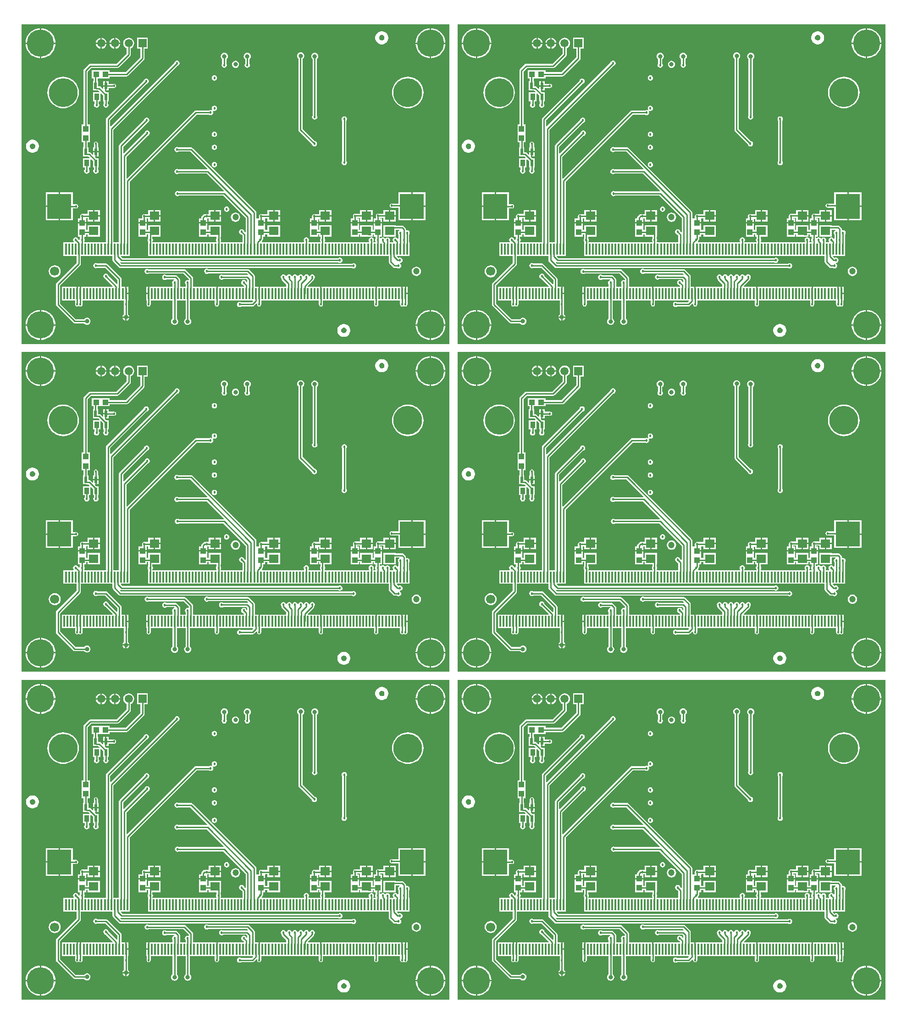
<source format=gtl>
G04*
G04 #@! TF.GenerationSoftware,Altium Limited,Altium Designer,19.0.15 (446)*
G04*
G04 Layer_Physical_Order=1*
G04 Layer_Color=255*
%FSLAX43Y43*%
%MOMM*%
G71*
G01*
G75*
%ADD10R,0.350X2.000*%
%ADD11R,4.500X4.600*%
%ADD12C,0.800*%
%ADD13R,1.100X1.000*%
%ADD14R,1.000X1.100*%
%ADD15R,0.483X1.168*%
%ADD16R,0.889X1.168*%
%ADD17R,1.800X1.600*%
%ADD18C,0.254*%
%ADD19C,5.300*%
%ADD20C,1.700*%
%ADD21C,1.200*%
%ADD22C,5.000*%
%ADD23R,1.500X1.500*%
%ADD24C,1.500*%
%ADD25C,0.457*%
G36*
X170000Y121500D02*
X91000D01*
Y180500D01*
X170000D01*
Y121500D01*
D02*
G37*
G36*
X89500D02*
X10500D01*
Y180500D01*
X89500D01*
Y121500D01*
D02*
G37*
G36*
X170000Y61000D02*
X91000D01*
Y120000D01*
X170000D01*
Y61000D01*
D02*
G37*
G36*
X89500D02*
X10500D01*
Y120000D01*
X89500D01*
Y61000D01*
D02*
G37*
G36*
X170000Y500D02*
X91000D01*
Y59500D01*
X170000D01*
Y500D01*
D02*
G37*
G36*
X89500D02*
X10500D01*
Y59500D01*
X89500D01*
Y500D01*
D02*
G37*
%LPC*%
G36*
X157618Y179200D02*
X157500Y179200D01*
X157500Y179200D01*
X157382Y179200D01*
X157150Y179154D01*
X156932Y179063D01*
X156735Y178932D01*
X156568Y178765D01*
X156437Y178568D01*
X156346Y178350D01*
X156300Y178118D01*
X156300Y178000D01*
X156300Y178000D01*
Y177882D01*
X156346Y177650D01*
X156437Y177432D01*
X156568Y177235D01*
X156735Y177068D01*
X156932Y176937D01*
X157150Y176846D01*
X157382Y176800D01*
X157500D01*
X157618Y176800D01*
X157850Y176846D01*
X158068Y176936D01*
X158265Y177068D01*
X158432Y177235D01*
X158563Y177432D01*
X158654Y177650D01*
X158700Y177882D01*
X158700Y178000D01*
X158700Y178118D01*
X158654Y178350D01*
X158563Y178568D01*
X158432Y178765D01*
X158265Y178932D01*
X158068Y179063D01*
X157850Y179154D01*
X157618Y179200D01*
D02*
G37*
G36*
X166627Y179753D02*
Y177127D01*
X169253D01*
X169229Y177432D01*
X169127Y177854D01*
X168961Y178254D01*
X168735Y178624D01*
X168453Y178953D01*
X168124Y179235D01*
X167754Y179461D01*
X167354Y179627D01*
X166932Y179729D01*
X166627Y179753D01*
D02*
G37*
G36*
X166373D02*
X166068Y179729D01*
X165646Y179627D01*
X165246Y179461D01*
X164876Y179235D01*
X164547Y178953D01*
X164265Y178624D01*
X164039Y178254D01*
X163873Y177854D01*
X163771Y177432D01*
X163747Y177127D01*
X166373D01*
Y179753D01*
D02*
G37*
G36*
X94627D02*
Y177127D01*
X97253D01*
X97229Y177432D01*
X97127Y177854D01*
X96961Y178254D01*
X96735Y178624D01*
X96453Y178953D01*
X96124Y179235D01*
X95754Y179461D01*
X95354Y179627D01*
X94932Y179729D01*
X94627Y179753D01*
D02*
G37*
G36*
X94373D02*
X94068Y179729D01*
X93646Y179627D01*
X93246Y179461D01*
X92876Y179235D01*
X92547Y178953D01*
X92265Y178624D01*
X92039Y178254D01*
X91873Y177854D01*
X91771Y177432D01*
X91747Y177127D01*
X94373D01*
Y179753D01*
D02*
G37*
G36*
X108359Y177996D02*
Y177127D01*
X109228D01*
X109210Y177262D01*
X109109Y177506D01*
X108948Y177716D01*
X108738Y177877D01*
X108494Y177978D01*
X108359Y177996D01*
D02*
G37*
G36*
X105819D02*
Y177127D01*
X106688D01*
X106670Y177262D01*
X106569Y177506D01*
X106408Y177716D01*
X106198Y177877D01*
X105954Y177978D01*
X105819Y177996D01*
D02*
G37*
G36*
X108105Y177996D02*
X107970Y177978D01*
X107726Y177877D01*
X107516Y177716D01*
X107355Y177506D01*
X107254Y177262D01*
X107236Y177127D01*
X108105D01*
Y177996D01*
D02*
G37*
G36*
X105565D02*
X105430Y177978D01*
X105186Y177877D01*
X104976Y177716D01*
X104815Y177506D01*
X104714Y177262D01*
X104696Y177127D01*
X105565D01*
Y177996D01*
D02*
G37*
G36*
X109228Y176873D02*
X108359D01*
Y176004D01*
X108494Y176022D01*
X108738Y176123D01*
X108948Y176284D01*
X109109Y176494D01*
X109210Y176738D01*
X109228Y176873D01*
D02*
G37*
G36*
X106688D02*
X105819D01*
Y176004D01*
X105954Y176022D01*
X106198Y176123D01*
X106408Y176284D01*
X106569Y176494D01*
X106670Y176738D01*
X106688Y176873D01*
D02*
G37*
G36*
X108105D02*
X107236D01*
X107254Y176738D01*
X107355Y176494D01*
X107516Y176284D01*
X107726Y176123D01*
X107970Y176022D01*
X108105Y176004D01*
Y176873D01*
D02*
G37*
G36*
X105565D02*
X104696D01*
X104714Y176738D01*
X104815Y176494D01*
X104976Y176284D01*
X105186Y176123D01*
X105430Y176022D01*
X105565Y176004D01*
Y176873D01*
D02*
G37*
G36*
X169253Y176873D02*
X166627D01*
Y174247D01*
X166932Y174271D01*
X167354Y174373D01*
X167754Y174539D01*
X168124Y174765D01*
X168453Y175047D01*
X168735Y175376D01*
X168961Y175746D01*
X169127Y176146D01*
X169229Y176568D01*
X169253Y176873D01*
D02*
G37*
G36*
X166373D02*
X163747D01*
X163771Y176568D01*
X163873Y176146D01*
X164039Y175746D01*
X164265Y175376D01*
X164547Y175047D01*
X164876Y174765D01*
X165246Y174539D01*
X165646Y174373D01*
X166068Y174271D01*
X166373Y174247D01*
Y176873D01*
D02*
G37*
G36*
X97253D02*
X94627D01*
Y174247D01*
X94932Y174271D01*
X95354Y174373D01*
X95754Y174539D01*
X96124Y174765D01*
X96453Y175047D01*
X96735Y175376D01*
X96961Y175746D01*
X97127Y176146D01*
X97229Y176568D01*
X97253Y176873D01*
D02*
G37*
G36*
X94373D02*
X91747D01*
X91771Y176568D01*
X91873Y176146D01*
X92039Y175746D01*
X92265Y175376D01*
X92547Y175047D01*
X92876Y174765D01*
X93246Y174539D01*
X93646Y174373D01*
X94068Y174271D01*
X94373Y174247D01*
Y176873D01*
D02*
G37*
G36*
X132664Y175260D02*
X132493Y175237D01*
X132334Y175171D01*
X132198Y175066D01*
X132093Y174930D01*
X132027Y174771D01*
X132004Y174600D01*
X132027Y174429D01*
X132093Y174270D01*
X132198Y174134D01*
X132276Y174074D01*
Y173230D01*
X132209Y173131D01*
X132172Y172943D01*
X132209Y172755D01*
X132316Y172595D01*
X132476Y172488D01*
X132664Y172451D01*
X132852Y172488D01*
X133012Y172595D01*
X133118Y172755D01*
X133156Y172943D01*
X133118Y173131D01*
X133052Y173230D01*
Y174074D01*
X133130Y174134D01*
X133235Y174270D01*
X133301Y174429D01*
X133324Y174600D01*
X133301Y174771D01*
X133235Y174930D01*
X133130Y175066D01*
X132994Y175171D01*
X132835Y175237D01*
X132664Y175260D01*
D02*
G37*
G36*
X128425D02*
X128254Y175237D01*
X128095Y175171D01*
X127959Y175066D01*
X127854Y174930D01*
X127788Y174771D01*
X127765Y174600D01*
X127788Y174429D01*
X127854Y174270D01*
X127959Y174134D01*
X128031Y174078D01*
Y173239D01*
X127958Y173131D01*
X127921Y172943D01*
X127958Y172755D01*
X128065Y172595D01*
X128225Y172488D01*
X128413Y172451D01*
X128601Y172488D01*
X128761Y172595D01*
X128867Y172755D01*
X128905Y172943D01*
X128867Y173131D01*
X128807Y173221D01*
Y174069D01*
X128891Y174134D01*
X128996Y174270D01*
X129062Y174429D01*
X129085Y174600D01*
X129062Y174771D01*
X128996Y174930D01*
X128891Y175066D01*
X128755Y175171D01*
X128596Y175237D01*
X128425Y175260D01*
D02*
G37*
G36*
X130500Y173760D02*
X130329Y173737D01*
X130170Y173671D01*
X130034Y173566D01*
X129929Y173430D01*
X129863Y173271D01*
X129840Y173100D01*
X129863Y172929D01*
X129929Y172770D01*
X130034Y172634D01*
X130170Y172529D01*
X130329Y172463D01*
X130500Y172440D01*
X130671Y172463D01*
X130830Y172529D01*
X130966Y172634D01*
X131071Y172770D01*
X131137Y172929D01*
X131160Y173100D01*
X131137Y173271D01*
X131071Y173430D01*
X130966Y173566D01*
X130830Y173671D01*
X130671Y173737D01*
X130500Y173760D01*
D02*
G37*
G36*
X114316Y178004D02*
X112308D01*
Y175996D01*
X112924D01*
Y174392D01*
X110183Y171652D01*
X107264D01*
Y172017D01*
X105691D01*
X105656Y172017D01*
X105564D01*
X105529Y172017D01*
X103956D01*
Y170509D01*
X104272D01*
Y169966D01*
X104165D01*
Y168290D01*
X104737D01*
X104774Y168282D01*
X105167D01*
X105398Y168052D01*
X105349Y167934D01*
X104165D01*
Y166258D01*
X104475D01*
Y165883D01*
X104409Y165784D01*
X104371Y165596D01*
X104409Y165408D01*
X104515Y165248D01*
X104675Y165141D01*
X104863Y165104D01*
X105051Y165141D01*
X105211Y165248D01*
X105318Y165408D01*
X105355Y165596D01*
X105318Y165784D01*
X105252Y165883D01*
Y166258D01*
X105562D01*
Y167722D01*
X105679Y167770D01*
X106065Y167385D01*
Y166258D01*
X106172D01*
Y165883D01*
X106106Y165784D01*
X106068Y165596D01*
X106106Y165408D01*
X106212Y165248D01*
X106372Y165141D01*
X106560Y165104D01*
X106748Y165141D01*
X106908Y165248D01*
X107015Y165408D01*
X107052Y165596D01*
X107015Y165784D01*
X106949Y165883D01*
Y166258D01*
X107055D01*
Y167934D01*
X106614D01*
X106376Y168172D01*
X106424Y168290D01*
X106433D01*
Y169001D01*
X106065D01*
Y168650D01*
X105947Y168601D01*
X105603Y168945D01*
X105477Y169030D01*
X105328Y169059D01*
X105155D01*
Y169966D01*
X105049D01*
Y170509D01*
X105529D01*
X105564Y170509D01*
X105656D01*
X105691Y170509D01*
X107264D01*
Y170875D01*
X110344D01*
X110493Y170904D01*
X110619Y170988D01*
X113587Y173956D01*
X113671Y174082D01*
X113701Y174231D01*
Y175996D01*
X114316D01*
Y178004D01*
D02*
G37*
G36*
X126600Y171092D02*
X126412Y171055D01*
X126252Y170948D01*
X126145Y170788D01*
X126108Y170600D01*
X126145Y170412D01*
X126252Y170252D01*
X126412Y170145D01*
X126600Y170108D01*
X126788Y170145D01*
X126948Y170252D01*
X127054Y170412D01*
X127092Y170600D01*
X127054Y170788D01*
X126948Y170948D01*
X126788Y171055D01*
X126600Y171092D01*
D02*
G37*
G36*
X106433Y169966D02*
X106065D01*
Y169255D01*
X106433D01*
Y169966D01*
D02*
G37*
G36*
X107055D02*
X106687D01*
Y169128D01*
Y168290D01*
X107055D01*
Y168740D01*
X108060D01*
X108209Y168769D01*
X108335Y168853D01*
X108419Y168979D01*
X108449Y169128D01*
X108419Y169277D01*
X108335Y169403D01*
X108209Y169487D01*
X108060Y169516D01*
X107055D01*
Y169966D01*
D02*
G37*
G36*
X162313Y170818D02*
X161857Y170782D01*
X161413Y170675D01*
X160991Y170500D01*
X160601Y170262D01*
X160253Y169965D01*
X159956Y169617D01*
X159718Y169227D01*
X159543Y168805D01*
X159436Y168361D01*
X159400Y167905D01*
X159436Y167449D01*
X159543Y167005D01*
X159718Y166583D01*
X159956Y166193D01*
X160253Y165845D01*
X160601Y165548D01*
X160991Y165310D01*
X161413Y165135D01*
X161857Y165028D01*
X162313Y164992D01*
X162769Y165028D01*
X163213Y165135D01*
X163635Y165310D01*
X164025Y165548D01*
X164373Y165845D01*
X164670Y166193D01*
X164908Y166583D01*
X165083Y167005D01*
X165190Y167449D01*
X165226Y167905D01*
X165190Y168361D01*
X165083Y168805D01*
X164908Y169227D01*
X164670Y169617D01*
X164373Y169965D01*
X164025Y170262D01*
X163635Y170500D01*
X163213Y170675D01*
X162769Y170782D01*
X162313Y170818D01*
D02*
G37*
G36*
X98673D02*
X98217Y170782D01*
X97773Y170675D01*
X97351Y170500D01*
X96961Y170262D01*
X96613Y169965D01*
X96316Y169617D01*
X96078Y169227D01*
X95903Y168805D01*
X95796Y168361D01*
X95760Y167905D01*
X95796Y167449D01*
X95903Y167005D01*
X96078Y166583D01*
X96316Y166193D01*
X96613Y165845D01*
X96961Y165548D01*
X97351Y165310D01*
X97773Y165135D01*
X98217Y165028D01*
X98673Y164992D01*
X99129Y165028D01*
X99573Y165135D01*
X99995Y165310D01*
X100385Y165548D01*
X100733Y165845D01*
X101030Y166193D01*
X101268Y166583D01*
X101443Y167005D01*
X101550Y167449D01*
X101586Y167905D01*
X101550Y168361D01*
X101443Y168805D01*
X101268Y169227D01*
X101030Y169617D01*
X100733Y169965D01*
X100385Y170262D01*
X99995Y170500D01*
X99573Y170675D01*
X99129Y170782D01*
X98673Y170818D01*
D02*
G37*
G36*
X145131Y175260D02*
X144960Y175237D01*
X144801Y175171D01*
X144664Y175066D01*
X144560Y174930D01*
X144494Y174771D01*
X144471Y174600D01*
X144494Y174429D01*
X144560Y174270D01*
X144664Y174134D01*
X144722Y174090D01*
Y163673D01*
X144656Y163574D01*
X144618Y163386D01*
X144656Y163198D01*
X144762Y163038D01*
X144922Y162932D01*
X145110Y162894D01*
X145298Y162932D01*
X145458Y163038D01*
X145565Y163198D01*
X145602Y163386D01*
X145565Y163574D01*
X145499Y163673D01*
Y174058D01*
X145597Y174134D01*
X145702Y174270D01*
X145768Y174429D01*
X145790Y174600D01*
X145768Y174771D01*
X145702Y174930D01*
X145597Y175066D01*
X145461Y175171D01*
X145302Y175237D01*
X145131Y175260D01*
D02*
G37*
G36*
X119691Y173816D02*
X119503Y173779D01*
X119343Y173672D01*
X119237Y173512D01*
X119213Y173396D01*
X107470Y161652D01*
X107352Y161701D01*
Y162801D01*
X114067Y169515D01*
X114183Y169538D01*
X114343Y169645D01*
X114450Y169805D01*
X114487Y169993D01*
X114450Y170181D01*
X114343Y170341D01*
X114183Y170448D01*
X113995Y170485D01*
X113807Y170448D01*
X113647Y170341D01*
X113540Y170181D01*
X113517Y170065D01*
X106689Y163237D01*
X106605Y163111D01*
X106576Y162962D01*
Y140259D01*
X102552D01*
Y140398D01*
X102618Y140497D01*
X102656Y140685D01*
X102618Y140873D01*
X102552Y140972D01*
Y141328D01*
X102927D01*
Y141744D01*
X103169D01*
Y141308D01*
X105477D01*
Y143416D01*
X103169D01*
Y142520D01*
X102927D01*
Y142901D01*
X102927Y142936D01*
Y143028D01*
X102927Y143063D01*
Y143705D01*
X102173D01*
X101419D01*
Y143063D01*
X101419Y143028D01*
Y142936D01*
X101419Y142901D01*
Y141328D01*
X101776D01*
Y140972D01*
X101709Y140873D01*
X101686Y140754D01*
X101567Y140706D01*
X101475Y140769D01*
X101454Y140873D01*
X101348Y141033D01*
X101188Y141139D01*
X101000Y141177D01*
X100812Y141139D01*
X100652Y141033D01*
X100545Y140873D01*
X100508Y140685D01*
X100545Y140497D01*
X100619Y140386D01*
X100558Y140259D01*
X98735D01*
Y137751D01*
X101176D01*
Y136461D01*
X97464Y132750D01*
X97380Y132624D01*
X97351Y132475D01*
Y128786D01*
X97380Y128638D01*
X97464Y128512D01*
X100552Y125424D01*
X100678Y125340D01*
X100826Y125311D01*
X102547D01*
X102607Y125233D01*
X102743Y125128D01*
X102902Y125062D01*
X103073Y125039D01*
X103244Y125062D01*
X103403Y125128D01*
X103539Y125233D01*
X103644Y125369D01*
X103710Y125528D01*
X103733Y125699D01*
X103710Y125870D01*
X103644Y126029D01*
X103539Y126165D01*
X103403Y126270D01*
X103244Y126336D01*
X103073Y126359D01*
X102902Y126336D01*
X102743Y126270D01*
X102607Y126165D01*
X102547Y126087D01*
X100987D01*
X98127Y128947D01*
Y132314D01*
X101839Y136025D01*
X101923Y136151D01*
X101952Y136300D01*
Y137751D01*
X107776D01*
Y136991D01*
X107805Y136842D01*
X107889Y136716D01*
X108955Y135650D01*
X109081Y135566D01*
X109230Y135537D01*
X152001D01*
X152100Y135471D01*
X152288Y135433D01*
X152476Y135471D01*
X152636Y135577D01*
X152743Y135737D01*
X152780Y135925D01*
X152743Y136113D01*
X152636Y136273D01*
X152476Y136380D01*
X152288Y136417D01*
X152100Y136380D01*
X152001Y136313D01*
X109391D01*
X109161Y136544D01*
X109242Y136642D01*
X109311Y136596D01*
X109459Y136567D01*
X149475D01*
X149574Y136501D01*
X149762Y136463D01*
X149950Y136501D01*
X150110Y136607D01*
X150217Y136767D01*
X150254Y136955D01*
X150217Y137143D01*
X150110Y137303D01*
X149950Y137410D01*
X149762Y137447D01*
X149574Y137410D01*
X149475Y137343D01*
X109620D01*
X109330Y137634D01*
X109379Y137751D01*
X110993D01*
Y140259D01*
X110952D01*
Y151415D01*
X123349Y163812D01*
X125613D01*
X125712Y163745D01*
X125900Y163708D01*
X126088Y163745D01*
X126248Y163852D01*
X126354Y164012D01*
X126392Y164200D01*
X126354Y164388D01*
X126303Y164465D01*
X126394Y164557D01*
X126412Y164546D01*
X126600Y164508D01*
X126788Y164546D01*
X126948Y164652D01*
X127054Y164812D01*
X127092Y165000D01*
X127054Y165188D01*
X126948Y165348D01*
X126788Y165455D01*
X126600Y165492D01*
X126412Y165455D01*
X126252Y165348D01*
X126145Y165188D01*
X126108Y165000D01*
X126145Y164812D01*
X126197Y164735D01*
X126106Y164643D01*
X126088Y164654D01*
X125900Y164692D01*
X125712Y164654D01*
X125613Y164588D01*
X123188D01*
X123039Y164559D01*
X122913Y164475D01*
X110470Y152031D01*
X110352Y152080D01*
Y156022D01*
X114257Y159927D01*
X114374Y159950D01*
X114533Y160057D01*
X114640Y160216D01*
X114677Y160404D01*
X114640Y160593D01*
X114533Y160752D01*
X114374Y160859D01*
X114186Y160896D01*
X113997Y160859D01*
X113838Y160752D01*
X113731Y160593D01*
X113708Y160476D01*
X109870Y156638D01*
X109752Y156687D01*
Y157891D01*
X114166Y162304D01*
X114282Y162328D01*
X114442Y162434D01*
X114548Y162594D01*
X114586Y162782D01*
X114548Y162970D01*
X114442Y163130D01*
X114282Y163237D01*
X114094Y163274D01*
X113906Y163237D01*
X113746Y163130D01*
X113639Y162970D01*
X113616Y162854D01*
X109089Y158327D01*
X109005Y158201D01*
X108976Y158052D01*
Y140259D01*
X107952D01*
Y161036D01*
X119763Y172846D01*
X119879Y172869D01*
X120039Y172976D01*
X120146Y173136D01*
X120183Y173324D01*
X120146Y173512D01*
X120039Y173672D01*
X119879Y173779D01*
X119691Y173816D01*
D02*
G37*
G36*
X126600Y160692D02*
X126412Y160654D01*
X126252Y160548D01*
X126145Y160388D01*
X126108Y160200D01*
X126145Y160012D01*
X126252Y159852D01*
X126412Y159745D01*
X126600Y159708D01*
X126788Y159745D01*
X126948Y159852D01*
X127054Y160012D01*
X127092Y160200D01*
X127054Y160388D01*
X126948Y160548D01*
X126788Y160654D01*
X126600Y160692D01*
D02*
G37*
G36*
X93118Y159200D02*
X93000Y159200D01*
X93000Y159200D01*
X92882Y159200D01*
X92650Y159154D01*
X92432Y159063D01*
X92235Y158932D01*
X92068Y158765D01*
X91937Y158568D01*
X91846Y158350D01*
X91800Y158118D01*
X91800Y158000D01*
X91800Y158000D01*
Y157882D01*
X91846Y157650D01*
X91937Y157432D01*
X92068Y157235D01*
X92235Y157068D01*
X92432Y156937D01*
X92650Y156846D01*
X92882Y156800D01*
X93000D01*
X93118Y156800D01*
X93350Y156846D01*
X93568Y156936D01*
X93765Y157068D01*
X93932Y157235D01*
X94063Y157432D01*
X94154Y157650D01*
X94200Y157882D01*
X94200Y158000D01*
X94200Y158118D01*
X94154Y158350D01*
X94063Y158568D01*
X93932Y158765D01*
X93765Y158932D01*
X93568Y159063D01*
X93350Y159154D01*
X93118Y159200D01*
D02*
G37*
G36*
X142535Y175312D02*
X142364Y175290D01*
X142205Y175224D01*
X142069Y175119D01*
X141964Y174982D01*
X141898Y174823D01*
X141875Y174652D01*
X141898Y174482D01*
X141964Y174323D01*
X142069Y174186D01*
X142121Y174146D01*
Y161008D01*
X142150Y160860D01*
X142234Y160734D01*
X144586Y158382D01*
X144609Y158265D01*
X144716Y158105D01*
X144876Y157999D01*
X145064Y157961D01*
X145252Y157999D01*
X145412Y158105D01*
X145518Y158265D01*
X145556Y158453D01*
X145518Y158641D01*
X145412Y158801D01*
X145252Y158908D01*
X145136Y158931D01*
X142897Y161169D01*
Y174106D01*
X143001Y174186D01*
X143106Y174323D01*
X143172Y174482D01*
X143195Y174652D01*
X143172Y174823D01*
X143106Y174982D01*
X143001Y175119D01*
X142865Y175224D01*
X142706Y175290D01*
X142535Y175312D01*
D02*
G37*
G36*
X126600Y158292D02*
X126412Y158255D01*
X126252Y158148D01*
X126145Y157988D01*
X126108Y157800D01*
X126145Y157612D01*
X126252Y157452D01*
X126412Y157345D01*
X126600Y157308D01*
X126788Y157345D01*
X126948Y157452D01*
X127054Y157612D01*
X127092Y157800D01*
X127054Y157988D01*
X126948Y158148D01*
X126788Y158255D01*
X126600Y158292D01*
D02*
G37*
G36*
X104724Y158842D02*
X104575Y158812D01*
X104449Y158728D01*
X104365Y158602D01*
X104336Y158453D01*
Y157791D01*
X104229D01*
Y157080D01*
X105219D01*
Y157791D01*
X105112D01*
Y158453D01*
X105083Y158602D01*
X104999Y158728D01*
X104873Y158812D01*
X104724Y158842D01*
D02*
G37*
G36*
X105219Y156826D02*
X104851D01*
Y156115D01*
X105219D01*
Y156826D01*
D02*
G37*
G36*
X150571Y163500D02*
X150383Y163463D01*
X150223Y163356D01*
X150116Y163196D01*
X150079Y163008D01*
X150116Y162820D01*
X150183Y162721D01*
Y155264D01*
X150116Y155165D01*
X150079Y154977D01*
X150116Y154788D01*
X150223Y154629D01*
X150383Y154522D01*
X150571Y154485D01*
X150759Y154522D01*
X150919Y154629D01*
X151025Y154788D01*
X151063Y154977D01*
X151025Y155165D01*
X150959Y155264D01*
Y162721D01*
X151025Y162820D01*
X151063Y163008D01*
X151025Y163196D01*
X150919Y163356D01*
X150759Y163463D01*
X150571Y163500D01*
D02*
G37*
G36*
X126600Y155092D02*
X126412Y155055D01*
X126252Y154948D01*
X126145Y154788D01*
X126108Y154600D01*
X126145Y154412D01*
X126252Y154252D01*
X126412Y154145D01*
X126600Y154108D01*
X126788Y154145D01*
X126948Y154252D01*
X127054Y154412D01*
X127092Y154600D01*
X127054Y154788D01*
X126948Y154948D01*
X126788Y155055D01*
X126600Y155092D01*
D02*
G37*
G36*
X119691Y157876D02*
X119502Y157838D01*
X119343Y157732D01*
X119236Y157572D01*
X119199Y157384D01*
X119236Y157196D01*
X119343Y157036D01*
X119502Y156929D01*
X119691Y156892D01*
X119879Y156929D01*
X119978Y156995D01*
X122154D01*
X125314Y153835D01*
X125262Y153708D01*
X119978D01*
X119879Y153774D01*
X119691Y153812D01*
X119502Y153774D01*
X119343Y153668D01*
X119236Y153508D01*
X119199Y153320D01*
X119236Y153132D01*
X119343Y152972D01*
X119502Y152865D01*
X119691Y152828D01*
X119879Y152865D01*
X119978Y152931D01*
X125202D01*
X128362Y149771D01*
X128310Y149644D01*
X120075D01*
X119976Y149710D01*
X119788Y149748D01*
X119600Y149710D01*
X119440Y149604D01*
X119334Y149444D01*
X119296Y149256D01*
X119334Y149068D01*
X119440Y148908D01*
X119600Y148801D01*
X119788Y148764D01*
X119976Y148801D01*
X120075Y148867D01*
X128234D01*
X132376Y144726D01*
Y142168D01*
X132258Y142119D01*
X132126Y142252D01*
X132102Y142368D01*
X131996Y142528D01*
X131836Y142635D01*
X131648Y142672D01*
X131460Y142635D01*
X131300Y142528D01*
X131193Y142368D01*
X131156Y142180D01*
X131193Y141992D01*
X131300Y141832D01*
X131460Y141725D01*
X131576Y141702D01*
X131776Y141503D01*
Y140259D01*
X127752D01*
Y140398D01*
X127818Y140497D01*
X127856Y140685D01*
X127818Y140873D01*
X127752Y140972D01*
Y141308D01*
X127849D01*
Y143416D01*
X125541D01*
Y142520D01*
X125290D01*
Y142901D01*
X125290Y142936D01*
Y143028D01*
X125290Y143063D01*
Y143705D01*
X124536D01*
X123782D01*
Y143063D01*
X123782Y143028D01*
Y142936D01*
X123782Y142901D01*
Y141328D01*
X125290D01*
Y141744D01*
X125541D01*
Y141308D01*
X126976D01*
Y140972D01*
X126909Y140873D01*
X126872Y140685D01*
X126909Y140497D01*
X126976Y140398D01*
Y140259D01*
X115149D01*
Y140403D01*
X115212Y140497D01*
X115249Y140685D01*
X115212Y140873D01*
X115145Y140972D01*
Y141308D01*
X116680D01*
Y143416D01*
X114372D01*
Y142520D01*
X114114D01*
Y142901D01*
X114114Y142936D01*
Y143028D01*
X114114Y143063D01*
Y143705D01*
X113360D01*
X112606D01*
Y143063D01*
X112606Y143028D01*
Y142936D01*
X112606Y142901D01*
Y141328D01*
X114114D01*
Y141744D01*
X114369D01*
Y140972D01*
X114302Y140873D01*
X114265Y140685D01*
X114302Y140497D01*
X114372Y140393D01*
Y140259D01*
X114335D01*
Y137751D01*
X158776D01*
Y136664D01*
X158805Y136515D01*
X158889Y136389D01*
X159628Y135650D01*
X159754Y135566D01*
X159903Y135537D01*
X160317D01*
X160416Y135471D01*
X160604Y135433D01*
X160792Y135471D01*
X160952Y135577D01*
X161059Y135737D01*
X161096Y135925D01*
X161059Y136113D01*
X160952Y136273D01*
X160849Y136342D01*
X160851Y136373D01*
X160887Y136469D01*
X161046Y136501D01*
X161206Y136607D01*
X161312Y136767D01*
X161350Y136955D01*
X161312Y137143D01*
X161206Y137303D01*
X161046Y137410D01*
X160858Y137447D01*
X160670Y137410D01*
X160582Y137351D01*
X160299Y137634D01*
X160347Y137751D01*
X162593D01*
Y140259D01*
X162552D01*
Y141713D01*
X162618Y141812D01*
X162656Y142000D01*
X162618Y142188D01*
X162512Y142348D01*
X162352Y142455D01*
X162164Y142492D01*
X162089Y142477D01*
X161962Y142581D01*
Y142654D01*
X161932Y142803D01*
X161848Y142929D01*
X161531Y143246D01*
X161405Y143330D01*
X161256Y143360D01*
X160107D01*
Y143416D01*
X157799D01*
Y141308D01*
X160107D01*
Y142583D01*
X160771D01*
X160783Y142456D01*
X160776Y142455D01*
X160616Y142348D01*
X160509Y142188D01*
X160472Y142000D01*
X160509Y141812D01*
X160576Y141713D01*
Y140957D01*
X160458Y140881D01*
X160449Y140882D01*
X160348Y141033D01*
X160188Y141139D01*
X160000Y141177D01*
X159812Y141139D01*
X159652Y141033D01*
X159545Y140873D01*
X159508Y140685D01*
X159545Y140497D01*
X159619Y140386D01*
X159558Y140259D01*
X158999D01*
X158964Y140386D01*
X159018Y140468D01*
X159056Y140656D01*
X159018Y140844D01*
X158912Y141004D01*
X158752Y141111D01*
X158564Y141148D01*
X158376Y141111D01*
X158216Y141004D01*
X158197Y140975D01*
X158070D01*
X158031Y141033D01*
X157871Y141139D01*
X157683Y141177D01*
X157495Y141139D01*
X157335Y141033D01*
X157196Y141053D01*
X157152Y141094D01*
Y141328D01*
X157548D01*
Y142901D01*
X157548Y142936D01*
Y143028D01*
X157548Y143063D01*
Y143705D01*
X156794D01*
X156040D01*
Y143063D01*
X156040Y143028D01*
Y142936D01*
X156040Y142901D01*
Y142520D01*
X155818D01*
Y143416D01*
X153510D01*
Y142520D01*
X153318D01*
Y142901D01*
X153318Y142936D01*
Y143028D01*
X153318Y143063D01*
Y143705D01*
X152564D01*
X151810D01*
Y143063D01*
X151810Y143028D01*
Y142936D01*
X151810Y142901D01*
Y141328D01*
X153318D01*
Y141744D01*
X153510D01*
Y141308D01*
X155818D01*
Y141743D01*
X156040D01*
Y141328D01*
X156376D01*
Y140972D01*
X156309Y140873D01*
X156272Y140685D01*
X156309Y140497D01*
X156376Y140398D01*
Y140259D01*
X155952D01*
Y140398D01*
X156018Y140497D01*
X156056Y140685D01*
X156018Y140873D01*
X155912Y141033D01*
X155752Y141139D01*
X155564Y141177D01*
X155376Y141139D01*
X155216Y141033D01*
X155109Y140873D01*
X155072Y140685D01*
X155109Y140497D01*
X155176Y140398D01*
Y140259D01*
X146952D01*
Y140398D01*
X147018Y140497D01*
X147056Y140685D01*
X147018Y140873D01*
X146952Y140972D01*
Y141308D01*
X148226D01*
Y143416D01*
X145918D01*
Y142520D01*
X145737D01*
Y142901D01*
X145737Y142936D01*
Y143028D01*
X145737Y143063D01*
Y143705D01*
X144983D01*
X144229D01*
Y143063D01*
X144229Y143028D01*
Y142936D01*
X144229Y142901D01*
Y141328D01*
X145737D01*
Y141744D01*
X145918D01*
Y141308D01*
X146176D01*
Y140972D01*
X146109Y140873D01*
X146072Y140685D01*
X146109Y140497D01*
X146176Y140398D01*
Y140259D01*
X143952D01*
Y140398D01*
X144018Y140497D01*
X144056Y140685D01*
X144018Y140873D01*
X143912Y141033D01*
X143752Y141139D01*
X143564Y141177D01*
X143376Y141139D01*
X143216Y141033D01*
X143109Y140873D01*
X143072Y140685D01*
X143109Y140497D01*
X143176Y140398D01*
Y140259D01*
X135442D01*
X135381Y140386D01*
X135454Y140497D01*
X135478Y140613D01*
X135479Y140614D01*
X135563Y140740D01*
X135592Y140889D01*
Y141328D01*
X135958D01*
Y141744D01*
X136410D01*
Y141308D01*
X138718D01*
Y143416D01*
X136410D01*
Y142520D01*
X135958D01*
Y142901D01*
X135958Y142936D01*
Y143028D01*
X135958Y143063D01*
Y143705D01*
X135204D01*
Y143959D01*
X135958D01*
Y144636D01*
X136069Y144674D01*
X136410D01*
Y144108D01*
X137437D01*
Y145162D01*
Y146216D01*
X136410D01*
Y145450D01*
X135210D01*
X135061Y145421D01*
X134935Y145337D01*
X134851Y145211D01*
X134822Y145062D01*
Y144636D01*
X134470D01*
X134450Y144636D01*
X134343Y144684D01*
Y145745D01*
X134313Y145893D01*
X134229Y146019D01*
X122590Y157659D01*
X122464Y157743D01*
X122315Y157772D01*
X119978D01*
X119879Y157838D01*
X119691Y157876D01*
D02*
G37*
G36*
X110772Y178013D02*
X110510Y177978D01*
X110266Y177877D01*
X110056Y177716D01*
X109895Y177506D01*
X109794Y177262D01*
X109759Y177000D01*
X109794Y176738D01*
X109895Y176494D01*
X110056Y176284D01*
X110266Y176123D01*
X110384Y176074D01*
Y175088D01*
X108500Y173204D01*
X103677D01*
X103528Y173175D01*
X103402Y173091D01*
X102544Y172233D01*
X102460Y172107D01*
X102430Y171958D01*
Y161995D01*
X102065D01*
Y160422D01*
X102065Y160387D01*
Y160295D01*
X102065Y160260D01*
Y158687D01*
X102436D01*
Y157791D01*
X102329D01*
Y156115D01*
X102901D01*
X102938Y156108D01*
X103331D01*
X103562Y155877D01*
X103513Y155759D01*
X102329D01*
Y154083D01*
X102639D01*
Y153708D01*
X102573Y153609D01*
X102535Y153421D01*
X102573Y153233D01*
X102679Y153073D01*
X102839Y152967D01*
X103027Y152929D01*
X103215Y152967D01*
X103375Y153073D01*
X103482Y153233D01*
X103519Y153421D01*
X103482Y153609D01*
X103416Y153708D01*
Y154083D01*
X103726D01*
Y155547D01*
X103843Y155596D01*
X104229Y155210D01*
Y154083D01*
X104336D01*
Y153708D01*
X104269Y153609D01*
X104232Y153421D01*
X104269Y153233D01*
X104376Y153073D01*
X104536Y152967D01*
X104724Y152929D01*
X104912Y152967D01*
X105072Y153073D01*
X105178Y153233D01*
X105216Y153421D01*
X105178Y153609D01*
X105112Y153708D01*
Y154083D01*
X105219D01*
Y155759D01*
X104778D01*
X104540Y155998D01*
X104588Y156115D01*
X104597D01*
Y156826D01*
X104229D01*
Y156475D01*
X104111Y156426D01*
X103767Y156771D01*
X103641Y156855D01*
X103492Y156884D01*
X103319D01*
Y157791D01*
X103212D01*
Y158687D01*
X103573D01*
Y160260D01*
X103573Y160295D01*
Y160387D01*
X103573Y160422D01*
Y161995D01*
X103207D01*
Y171797D01*
X103838Y172428D01*
X108661D01*
X108810Y172457D01*
X108936Y172541D01*
X111047Y174652D01*
X111131Y174778D01*
X111161Y174927D01*
Y176074D01*
X111278Y176123D01*
X111488Y176284D01*
X111649Y176494D01*
X111750Y176738D01*
X111785Y177000D01*
X111750Y177262D01*
X111649Y177506D01*
X111488Y177716D01*
X111278Y177877D01*
X111034Y177978D01*
X110772Y178013D01*
D02*
G37*
G36*
X165568Y149459D02*
X163191D01*
Y147032D01*
X165568D01*
Y149459D01*
D02*
G37*
G36*
X97837D02*
X95460D01*
Y147032D01*
X97837D01*
Y149459D01*
D02*
G37*
G36*
X128864Y146882D02*
X128676Y146845D01*
X128516Y146738D01*
X128409Y146578D01*
X128372Y146390D01*
X128409Y146202D01*
X128516Y146042D01*
X128676Y145936D01*
X128864Y145898D01*
X129052Y145936D01*
X129212Y146042D01*
X129318Y146202D01*
X129356Y146390D01*
X129318Y146578D01*
X129212Y146738D01*
X129052Y146845D01*
X128864Y146882D01*
D02*
G37*
G36*
X155818Y146216D02*
X154791D01*
Y145289D01*
X155818D01*
Y146216D01*
D02*
G37*
G36*
X148226D02*
X147199D01*
Y145289D01*
X148226D01*
Y146216D01*
D02*
G37*
G36*
X160107D02*
X159080D01*
Y145289D01*
X160107D01*
Y146216D01*
D02*
G37*
G36*
X127849D02*
X126822D01*
Y145289D01*
X127849D01*
Y146216D01*
D02*
G37*
G36*
X116680D02*
X115653D01*
Y145289D01*
X116680D01*
Y146216D01*
D02*
G37*
G36*
X105477D02*
X104450D01*
Y145289D01*
X105477D01*
Y146216D01*
D02*
G37*
G36*
X138718D02*
X137691D01*
Y145289D01*
X138718D01*
Y146216D01*
D02*
G37*
G36*
X165568Y146778D02*
X163191D01*
Y144351D01*
X165568D01*
Y146778D01*
D02*
G37*
G36*
X162937Y149459D02*
X160560D01*
Y147423D01*
X159334D01*
X159185Y147394D01*
X159059Y147310D01*
X158975Y147184D01*
X158946Y147035D01*
X158975Y146886D01*
X159059Y146760D01*
X159185Y146676D01*
X159334Y146647D01*
X160560D01*
Y144351D01*
X162937D01*
Y146905D01*
Y149459D01*
D02*
G37*
G36*
X100468D02*
X98091D01*
Y146905D01*
Y144351D01*
X100468D01*
Y146517D01*
X101067D01*
X101216Y146546D01*
X101342Y146630D01*
X101345Y146633D01*
X101429Y146759D01*
X101458Y146908D01*
X101429Y147057D01*
X101345Y147183D01*
X101219Y147267D01*
X101070Y147296D01*
X101055Y147293D01*
X100468D01*
Y149459D01*
D02*
G37*
G36*
X97837Y146778D02*
X95460D01*
Y144351D01*
X97837D01*
Y146778D01*
D02*
G37*
G36*
X160107Y145035D02*
X159080D01*
Y144108D01*
X160107D01*
Y145035D01*
D02*
G37*
G36*
X158826Y146216D02*
X157799D01*
Y145550D01*
X156794D01*
X156645Y145521D01*
X156519Y145437D01*
X156435Y145311D01*
X156405Y145162D01*
Y144636D01*
X156040D01*
Y143959D01*
X156794D01*
X157548D01*
Y144636D01*
X157182D01*
Y144774D01*
X157799D01*
Y144108D01*
X158826D01*
Y145162D01*
Y146216D01*
D02*
G37*
G36*
X155818Y145035D02*
X154791D01*
Y144108D01*
X155818D01*
Y145035D01*
D02*
G37*
G36*
X154537Y146216D02*
X153510D01*
Y145550D01*
X152603D01*
X152454Y145521D01*
X152328Y145437D01*
X152289Y145398D01*
X152205Y145272D01*
X152176Y145123D01*
Y144636D01*
X151810D01*
Y143959D01*
X152564D01*
X153318D01*
Y144636D01*
X152952D01*
Y144774D01*
X153510D01*
Y144108D01*
X154537D01*
Y145162D01*
Y146216D01*
D02*
G37*
G36*
X148226Y145035D02*
X147199D01*
Y144108D01*
X148226D01*
Y145035D01*
D02*
G37*
G36*
X146945Y146216D02*
X145918D01*
Y145450D01*
X145000D01*
X144851Y145421D01*
X144725Y145337D01*
X144641Y145211D01*
X144612Y145062D01*
Y144636D01*
X144229D01*
Y143959D01*
X144983D01*
X145737D01*
Y144538D01*
X145864Y144610D01*
X145918Y144578D01*
Y144108D01*
X146945D01*
Y145162D01*
Y146216D01*
D02*
G37*
G36*
X138718Y145035D02*
X137691D01*
Y144108D01*
X138718D01*
Y145035D01*
D02*
G37*
G36*
X127849Y145035D02*
X126822D01*
Y144108D01*
X127849D01*
Y145035D01*
D02*
G37*
G36*
X126568Y146216D02*
X125541D01*
Y145450D01*
X124811D01*
X124662Y145421D01*
X124536Y145337D01*
X124261Y145062D01*
X124177Y144936D01*
X124148Y144787D01*
Y144636D01*
X123782D01*
Y143959D01*
X124536D01*
X125290D01*
Y144636D01*
X125401Y144674D01*
X125541D01*
Y144108D01*
X126568D01*
Y145162D01*
Y146216D01*
D02*
G37*
G36*
X116680Y145035D02*
X115653D01*
Y144108D01*
X116680D01*
Y145035D01*
D02*
G37*
G36*
X115399Y146216D02*
X114372D01*
Y145450D01*
X113614D01*
X113465Y145421D01*
X113339Y145337D01*
X113255Y145211D01*
X113226Y145062D01*
Y144636D01*
X112606D01*
Y143959D01*
X113360D01*
X114114D01*
Y144636D01*
X114225Y144674D01*
X114372D01*
Y144108D01*
X115399D01*
Y145162D01*
Y146216D01*
D02*
G37*
G36*
X105477Y145035D02*
X104450D01*
Y144108D01*
X105477D01*
Y145035D01*
D02*
G37*
G36*
X104196Y146216D02*
X103169D01*
Y145500D01*
X102184D01*
X102035Y145471D01*
X101909Y145387D01*
X101825Y145261D01*
X101796Y145112D01*
Y144636D01*
X101419D01*
Y143959D01*
X102173D01*
X102927D01*
Y144636D01*
X103018Y144724D01*
X103169D01*
Y144108D01*
X104196D01*
Y145162D01*
Y146216D01*
D02*
G37*
G36*
X130500Y145761D02*
X130277Y145732D01*
X130069Y145646D01*
X129891Y145509D01*
X129754Y145331D01*
X129668Y145123D01*
X129639Y144900D01*
X129668Y144677D01*
X129754Y144469D01*
X129891Y144291D01*
X130069Y144154D01*
X130277Y144068D01*
X130500Y144039D01*
X130723Y144068D01*
X130931Y144154D01*
X131109Y144291D01*
X131246Y144469D01*
X131332Y144677D01*
X131361Y144900D01*
X131332Y145123D01*
X131246Y145331D01*
X131109Y145509D01*
X130931Y145646D01*
X130723Y145732D01*
X130500Y145761D01*
D02*
G37*
G36*
X125194Y135410D02*
X125006Y135373D01*
X124846Y135266D01*
X124739Y135106D01*
X124702Y134918D01*
X124739Y134730D01*
X124846Y134570D01*
X125006Y134464D01*
X125194Y134426D01*
X125382Y134464D01*
X125481Y134530D01*
X132607D01*
X132780Y134357D01*
X132717Y134240D01*
X132648Y134253D01*
X128206D01*
X128135Y134301D01*
X127947Y134338D01*
X127758Y134301D01*
X127599Y134194D01*
X127492Y134035D01*
X127455Y133846D01*
X127492Y133658D01*
X127599Y133499D01*
X127758Y133392D01*
X127947Y133355D01*
X128135Y133392D01*
X128261Y133477D01*
X132487D01*
X132676Y133288D01*
Y132981D01*
X132549Y132910D01*
X132500Y132939D01*
X132484Y133023D01*
X132377Y133183D01*
X132217Y133290D01*
X132029Y133327D01*
X131841Y133290D01*
X131681Y133183D01*
X131574Y133023D01*
X131537Y132835D01*
X131574Y132647D01*
X131681Y132487D01*
X131841Y132380D01*
X131927Y132363D01*
X132076Y132215D01*
Y132059D01*
X127191D01*
Y130805D01*
X126937D01*
Y132059D01*
X122662D01*
Y133676D01*
X122632Y133825D01*
X122548Y133951D01*
X121330Y135170D01*
X121204Y135254D01*
X121055Y135283D01*
X114484D01*
X114385Y135350D01*
X114197Y135387D01*
X114009Y135350D01*
X113849Y135243D01*
X113742Y135083D01*
X113705Y134895D01*
X113742Y134707D01*
X113849Y134547D01*
X114009Y134441D01*
X114197Y134403D01*
X114385Y134441D01*
X114484Y134507D01*
X120894D01*
X121885Y133516D01*
Y133379D01*
X121758Y133278D01*
X121664Y133297D01*
X121476Y133260D01*
X121316Y133153D01*
X121209Y132993D01*
X121172Y132805D01*
X121209Y132617D01*
X121276Y132518D01*
Y132059D01*
X120262D01*
Y133390D01*
X120232Y133539D01*
X120148Y133665D01*
X119726Y134087D01*
X119600Y134171D01*
X119451Y134201D01*
X117726D01*
X117627Y134267D01*
X117438Y134304D01*
X117250Y134267D01*
X117091Y134160D01*
X116984Y134001D01*
X116947Y133812D01*
X116984Y133624D01*
X117091Y133465D01*
X117250Y133358D01*
X117438Y133321D01*
X117627Y133358D01*
X117726Y133424D01*
X119164D01*
X119175Y133418D01*
X119180Y133410D01*
X119115Y133267D01*
X119076Y133260D01*
X118916Y133153D01*
X118809Y132993D01*
X118772Y132805D01*
X118809Y132617D01*
X118876Y132518D01*
Y132059D01*
X114591D01*
Y130805D01*
X114464D01*
Y130678D01*
X114035D01*
Y129551D01*
X114076D01*
Y128805D01*
X114105Y128656D01*
X114189Y128530D01*
X114315Y128446D01*
X114464Y128417D01*
X114613Y128446D01*
X114739Y128530D01*
X114823Y128656D01*
X114852Y128805D01*
Y129551D01*
X118876D01*
Y126176D01*
X118798Y126116D01*
X118693Y125980D01*
X118627Y125821D01*
X118604Y125650D01*
X118627Y125479D01*
X118693Y125320D01*
X118798Y125184D01*
X118934Y125079D01*
X119093Y125013D01*
X119264Y124990D01*
X119435Y125013D01*
X119594Y125079D01*
X119730Y125184D01*
X119835Y125320D01*
X119901Y125479D01*
X119924Y125650D01*
X119901Y125821D01*
X119835Y125980D01*
X119730Y126116D01*
X119652Y126176D01*
Y129551D01*
X121276D01*
Y126176D01*
X121198Y126116D01*
X121093Y125980D01*
X121027Y125821D01*
X121004Y125650D01*
X121027Y125479D01*
X121093Y125320D01*
X121198Y125184D01*
X121334Y125079D01*
X121493Y125013D01*
X121664Y124990D01*
X121835Y125013D01*
X121994Y125079D01*
X122130Y125184D01*
X122235Y125320D01*
X122301Y125479D01*
X122324Y125650D01*
X122301Y125821D01*
X122235Y125980D01*
X122130Y126116D01*
X122052Y126176D01*
Y129551D01*
X126676D01*
Y128805D01*
X126705Y128656D01*
X126789Y128530D01*
X126915Y128446D01*
X127064Y128417D01*
X127213Y128446D01*
X127339Y128530D01*
X127423Y128656D01*
X127452Y128805D01*
Y129551D01*
X133672D01*
X133720Y129434D01*
X133480Y129193D01*
X131554D01*
X131455Y129260D01*
X131267Y129297D01*
X131079Y129260D01*
X130919Y129153D01*
X130812Y128993D01*
X130775Y128805D01*
X130812Y128617D01*
X130919Y128457D01*
X131079Y128350D01*
X131267Y128313D01*
X131455Y128350D01*
X131554Y128417D01*
X133641D01*
X133790Y128446D01*
X133916Y128530D01*
X134358Y128973D01*
X134476Y128924D01*
Y128805D01*
X134505Y128656D01*
X134589Y128530D01*
X134715Y128446D01*
X134864Y128417D01*
X135013Y128446D01*
X135139Y128530D01*
X135223Y128656D01*
X135252Y128805D01*
Y129551D01*
X145876D01*
Y128805D01*
X145905Y128656D01*
X145989Y128530D01*
X146115Y128446D01*
X146264Y128417D01*
X146413Y128446D01*
X146539Y128530D01*
X146623Y128656D01*
X146652Y128805D01*
Y129551D01*
X156076D01*
Y128805D01*
X156105Y128656D01*
X156189Y128530D01*
X156315Y128446D01*
X156464Y128417D01*
X156613Y128446D01*
X156739Y128530D01*
X156823Y128656D01*
X156852Y128805D01*
Y129551D01*
X160876D01*
Y128805D01*
X160905Y128656D01*
X160989Y128530D01*
X161115Y128446D01*
X161264Y128417D01*
X161413Y128446D01*
X161539Y128530D01*
X161589D01*
X161715Y128446D01*
X161864Y128417D01*
X162013Y128446D01*
X162139Y128530D01*
X162223Y128656D01*
X162252Y128805D01*
Y129551D01*
X162293D01*
Y130678D01*
X161864D01*
Y130805D01*
X161737D01*
Y132059D01*
X161391D01*
Y130805D01*
X161137D01*
Y132059D01*
X156591D01*
Y130805D01*
X156337D01*
Y132059D01*
X146391D01*
Y130805D01*
X146137D01*
Y132059D01*
X143865D01*
X143817Y132176D01*
X144935Y133294D01*
X145019Y133420D01*
X145048Y133569D01*
Y133578D01*
X145115Y133677D01*
X145152Y133865D01*
X145115Y134053D01*
X145008Y134213D01*
X144848Y134320D01*
X144660Y134357D01*
X144472Y134320D01*
X144312Y134213D01*
X144206Y134053D01*
X144194Y133994D01*
X144064D01*
X144053Y134053D01*
X143946Y134213D01*
X143786Y134320D01*
X143598Y134357D01*
X143410Y134320D01*
X143250Y134213D01*
X143143Y134053D01*
X143131Y133992D01*
X143002D01*
X142990Y134053D01*
X142883Y134213D01*
X142723Y134320D01*
X142535Y134357D01*
X142347Y134320D01*
X142187Y134213D01*
X142080Y134053D01*
X142069Y133995D01*
X141940D01*
X141928Y134053D01*
X141821Y134213D01*
X141662Y134320D01*
X141473Y134357D01*
X141285Y134320D01*
X141126Y134213D01*
X141019Y134053D01*
X141007Y133993D01*
X140878D01*
X140865Y134053D01*
X140759Y134213D01*
X140599Y134320D01*
X140411Y134357D01*
X140223Y134320D01*
X140063Y134213D01*
X139956Y134053D01*
X139945Y133994D01*
X139815D01*
X139804Y134053D01*
X139697Y134213D01*
X139537Y134320D01*
X139349Y134357D01*
X139161Y134320D01*
X139001Y134213D01*
X138894Y134053D01*
X138857Y133865D01*
X138894Y133677D01*
X138961Y133578D01*
Y133553D01*
X138990Y133404D01*
X139074Y133278D01*
X139876Y132477D01*
Y132059D01*
X134991D01*
Y130805D01*
X134737D01*
Y132059D01*
X134052D01*
Y134022D01*
X134023Y134171D01*
X133939Y134297D01*
X133043Y135193D01*
X132917Y135277D01*
X132768Y135306D01*
X125481D01*
X125382Y135373D01*
X125194Y135410D01*
D02*
G37*
G36*
X163914Y135766D02*
X163691Y135737D01*
X163483Y135651D01*
X163305Y135514D01*
X163168Y135336D01*
X163082Y135128D01*
X163053Y134905D01*
X163082Y134682D01*
X163168Y134474D01*
X163305Y134296D01*
X163483Y134159D01*
X163691Y134073D01*
X163914Y134044D01*
X164137Y134073D01*
X164345Y134159D01*
X164523Y134296D01*
X164660Y134474D01*
X164746Y134682D01*
X164775Y134905D01*
X164746Y135128D01*
X164660Y135336D01*
X164523Y135514D01*
X164345Y135651D01*
X164137Y135737D01*
X163914Y135766D01*
D02*
G37*
G36*
X97114Y136019D02*
X96826Y135981D01*
X96557Y135869D01*
X96327Y135692D01*
X96150Y135462D01*
X96038Y135193D01*
X96000Y134905D01*
X96038Y134617D01*
X96150Y134348D01*
X96327Y134118D01*
X96557Y133941D01*
X96826Y133829D01*
X97114Y133791D01*
X97402Y133829D01*
X97671Y133941D01*
X97901Y134118D01*
X98078Y134348D01*
X98190Y134617D01*
X98228Y134905D01*
X98190Y135193D01*
X98078Y135462D01*
X97901Y135692D01*
X97671Y135869D01*
X97402Y135981D01*
X97114Y136019D01*
D02*
G37*
G36*
X104724Y136449D02*
X104536Y136412D01*
X104376Y136305D01*
X104269Y136145D01*
X104232Y135957D01*
X104269Y135769D01*
X104376Y135609D01*
X104536Y135503D01*
X104724Y135465D01*
X104912Y135503D01*
X105011Y135569D01*
X106416D01*
X108676Y133309D01*
Y132600D01*
X108558Y132551D01*
X107038Y134072D01*
X107015Y134188D01*
X106908Y134348D01*
X106748Y134454D01*
X106560Y134492D01*
X106372Y134454D01*
X106212Y134348D01*
X106106Y134188D01*
X106068Y134000D01*
X106106Y133812D01*
X106212Y133652D01*
X106372Y133545D01*
X106488Y133522D01*
X107834Y132176D01*
X107786Y132059D01*
X101991D01*
Y130805D01*
X101737D01*
Y132059D01*
X101391D01*
Y130805D01*
X101137D01*
Y132059D01*
X98435D01*
Y129551D01*
X100876D01*
Y128805D01*
X100905Y128656D01*
X100989Y128530D01*
X101115Y128446D01*
X101264Y128417D01*
X101413Y128446D01*
X101468Y128483D01*
X101564Y128520D01*
X101660Y128483D01*
X101715Y128446D01*
X101864Y128417D01*
X102013Y128446D01*
X102139Y128530D01*
X102223Y128656D01*
X102252Y128805D01*
Y129551D01*
X109876D01*
Y128805D01*
Y127256D01*
Y126976D01*
X109798Y126916D01*
X109693Y126780D01*
X109627Y126621D01*
X109621Y126577D01*
X110264D01*
X110907D01*
X110901Y126621D01*
X110835Y126780D01*
X110730Y126916D01*
X110652Y126976D01*
Y127256D01*
Y128805D01*
Y129551D01*
X110693D01*
Y130678D01*
X110264D01*
Y130805D01*
X110137D01*
Y132059D01*
X109452D01*
Y133470D01*
X109423Y133619D01*
X109339Y133745D01*
X106852Y136232D01*
X106726Y136316D01*
X106577Y136345D01*
X105011D01*
X104912Y136412D01*
X104724Y136449D01*
D02*
G37*
G36*
X162293Y132059D02*
X161991D01*
Y130932D01*
X162293D01*
Y132059D01*
D02*
G37*
G36*
X110693D02*
X110391D01*
Y130932D01*
X110693D01*
Y132059D01*
D02*
G37*
G36*
X114337D02*
X114035D01*
Y130932D01*
X114337D01*
Y132059D01*
D02*
G37*
G36*
X110907Y126323D02*
X110391D01*
Y125807D01*
X110435Y125813D01*
X110594Y125879D01*
X110730Y125984D01*
X110835Y126120D01*
X110901Y126279D01*
X110907Y126323D01*
D02*
G37*
G36*
X110137D02*
X109621D01*
X109627Y126279D01*
X109693Y126120D01*
X109798Y125984D01*
X109934Y125879D01*
X110093Y125813D01*
X110137Y125807D01*
Y126323D01*
D02*
G37*
G36*
X150618Y125200D02*
X150500Y125200D01*
X150500Y125200D01*
X150382Y125200D01*
X150150Y125154D01*
X149932Y125063D01*
X149735Y124932D01*
X149568Y124765D01*
X149437Y124568D01*
X149346Y124350D01*
X149300Y124118D01*
X149300Y124000D01*
X149300Y124000D01*
Y123882D01*
X149346Y123650D01*
X149437Y123432D01*
X149568Y123235D01*
X149735Y123068D01*
X149932Y122937D01*
X150150Y122846D01*
X150382Y122800D01*
X150500D01*
X150618Y122800D01*
X150850Y122846D01*
X151068Y122937D01*
X151265Y123068D01*
X151432Y123235D01*
X151563Y123432D01*
X151654Y123650D01*
X151700Y123882D01*
X151700Y124000D01*
X151700Y124118D01*
X151654Y124350D01*
X151563Y124568D01*
X151432Y124765D01*
X151265Y124932D01*
X151068Y125063D01*
X150850Y125154D01*
X150618Y125200D01*
D02*
G37*
G36*
X166627Y127753D02*
Y125127D01*
X169253D01*
X169229Y125432D01*
X169127Y125854D01*
X168961Y126254D01*
X168735Y126624D01*
X168453Y126953D01*
X168124Y127235D01*
X167754Y127461D01*
X167354Y127627D01*
X166932Y127729D01*
X166627Y127753D01*
D02*
G37*
G36*
X166373D02*
X166068Y127729D01*
X165646Y127627D01*
X165246Y127461D01*
X164876Y127235D01*
X164547Y126953D01*
X164265Y126624D01*
X164039Y126254D01*
X163873Y125854D01*
X163771Y125432D01*
X163747Y125127D01*
X166373D01*
Y127753D01*
D02*
G37*
G36*
X94627D02*
Y125127D01*
X97253D01*
X97229Y125432D01*
X97127Y125854D01*
X96961Y126254D01*
X96735Y126624D01*
X96453Y126953D01*
X96124Y127235D01*
X95754Y127461D01*
X95354Y127627D01*
X94932Y127729D01*
X94627Y127753D01*
D02*
G37*
G36*
X94373D02*
X94068Y127729D01*
X93646Y127627D01*
X93246Y127461D01*
X92876Y127235D01*
X92547Y126953D01*
X92265Y126624D01*
X92039Y126254D01*
X91873Y125854D01*
X91771Y125432D01*
X91747Y125127D01*
X94373D01*
Y127753D01*
D02*
G37*
G36*
X169253Y124873D02*
X166627D01*
Y122247D01*
X166932Y122271D01*
X167354Y122373D01*
X167754Y122539D01*
X168124Y122765D01*
X168453Y123047D01*
X168735Y123376D01*
X168961Y123746D01*
X169127Y124146D01*
X169229Y124568D01*
X169253Y124873D01*
D02*
G37*
G36*
X166373D02*
X163747D01*
X163771Y124568D01*
X163873Y124146D01*
X164039Y123746D01*
X164265Y123376D01*
X164547Y123047D01*
X164876Y122765D01*
X165246Y122539D01*
X165646Y122373D01*
X166068Y122271D01*
X166373Y122247D01*
Y124873D01*
D02*
G37*
G36*
X97253D02*
X94627D01*
Y122247D01*
X94932Y122271D01*
X95354Y122373D01*
X95754Y122539D01*
X96124Y122765D01*
X96453Y123047D01*
X96735Y123376D01*
X96961Y123746D01*
X97127Y124146D01*
X97229Y124568D01*
X97253Y124873D01*
D02*
G37*
G36*
X94373D02*
X91747D01*
X91771Y124568D01*
X91873Y124146D01*
X92039Y123746D01*
X92265Y123376D01*
X92547Y123047D01*
X92876Y122765D01*
X93246Y122539D01*
X93646Y122373D01*
X94068Y122271D01*
X94373Y122247D01*
Y124873D01*
D02*
G37*
%LPD*%
G36*
X157783Y178424D02*
X157924Y178283D01*
X158000Y178099D01*
X158000Y178000D01*
X158000Y177901D01*
X157924Y177717D01*
X157783Y177576D01*
X157599Y177500D01*
X157500Y177500D01*
X157401Y177500D01*
X157217Y177576D01*
X157076Y177717D01*
X157000Y177901D01*
X157000Y178000D01*
Y178000D01*
X157000Y178099D01*
X157076Y178283D01*
X157217Y178424D01*
X157401Y178500D01*
X157500Y178500D01*
X157500Y178500D01*
X157599Y178500D01*
X157783Y178424D01*
D02*
G37*
G36*
X93283Y158424D02*
X93424Y158283D01*
X93500Y158099D01*
X93500Y158000D01*
X93500Y157901D01*
X93424Y157717D01*
X93283Y157576D01*
X93099Y157500D01*
X93000Y157500D01*
X92901Y157500D01*
X92717Y157576D01*
X92576Y157717D01*
X92500Y157901D01*
X92500Y158000D01*
Y158000D01*
X92500Y158099D01*
X92576Y158283D01*
X92717Y158424D01*
X92901Y158500D01*
X93000Y158500D01*
X93000Y158500D01*
X93099Y158500D01*
X93283Y158424D01*
D02*
G37*
G36*
X150783Y124424D02*
X150924Y124283D01*
X151000Y124099D01*
X151000Y124000D01*
X151000Y123901D01*
X150924Y123717D01*
X150783Y123576D01*
X150599Y123500D01*
X150500Y123500D01*
X150401Y123500D01*
X150217Y123576D01*
X150076Y123717D01*
X150000Y123901D01*
X150000Y124000D01*
Y124000D01*
X150000Y124099D01*
X150076Y124283D01*
X150217Y124424D01*
X150401Y124500D01*
X150500Y124500D01*
X150500Y124500D01*
X150599Y124500D01*
X150783Y124424D01*
D02*
G37*
%LPC*%
G36*
X77118Y179200D02*
X77000Y179200D01*
X77000Y179200D01*
X76882Y179200D01*
X76650Y179154D01*
X76432Y179063D01*
X76235Y178932D01*
X76068Y178765D01*
X75937Y178568D01*
X75846Y178350D01*
X75800Y178118D01*
X75800Y178000D01*
X75800Y178000D01*
Y177882D01*
X75846Y177650D01*
X75937Y177432D01*
X76068Y177235D01*
X76235Y177068D01*
X76432Y176937D01*
X76650Y176846D01*
X76882Y176800D01*
X77000D01*
X77118Y176800D01*
X77350Y176846D01*
X77568Y176936D01*
X77765Y177068D01*
X77932Y177235D01*
X78063Y177432D01*
X78154Y177650D01*
X78200Y177882D01*
X78200Y178000D01*
X78200Y178118D01*
X78154Y178350D01*
X78063Y178568D01*
X77932Y178765D01*
X77765Y178932D01*
X77568Y179063D01*
X77350Y179154D01*
X77118Y179200D01*
D02*
G37*
G36*
X86127Y179753D02*
Y177127D01*
X88753D01*
X88729Y177432D01*
X88627Y177854D01*
X88461Y178254D01*
X88235Y178624D01*
X87953Y178953D01*
X87624Y179235D01*
X87254Y179461D01*
X86854Y179627D01*
X86432Y179729D01*
X86127Y179753D01*
D02*
G37*
G36*
X85873D02*
X85568Y179729D01*
X85146Y179627D01*
X84746Y179461D01*
X84376Y179235D01*
X84047Y178953D01*
X83765Y178624D01*
X83539Y178254D01*
X83373Y177854D01*
X83271Y177432D01*
X83247Y177127D01*
X85873D01*
Y179753D01*
D02*
G37*
G36*
X14127D02*
Y177127D01*
X16753D01*
X16729Y177432D01*
X16627Y177854D01*
X16461Y178254D01*
X16235Y178624D01*
X15953Y178953D01*
X15624Y179235D01*
X15254Y179461D01*
X14854Y179627D01*
X14432Y179729D01*
X14127Y179753D01*
D02*
G37*
G36*
X13873D02*
X13568Y179729D01*
X13146Y179627D01*
X12746Y179461D01*
X12376Y179235D01*
X12047Y178953D01*
X11765Y178624D01*
X11539Y178254D01*
X11373Y177854D01*
X11271Y177432D01*
X11247Y177127D01*
X13873D01*
Y179753D01*
D02*
G37*
G36*
X27859Y177996D02*
Y177127D01*
X28728D01*
X28710Y177262D01*
X28609Y177506D01*
X28448Y177716D01*
X28238Y177877D01*
X27994Y177978D01*
X27859Y177996D01*
D02*
G37*
G36*
X25319D02*
Y177127D01*
X26188D01*
X26170Y177262D01*
X26069Y177506D01*
X25908Y177716D01*
X25698Y177877D01*
X25454Y177978D01*
X25319Y177996D01*
D02*
G37*
G36*
X27605Y177996D02*
X27470Y177978D01*
X27226Y177877D01*
X27016Y177716D01*
X26855Y177506D01*
X26754Y177262D01*
X26736Y177127D01*
X27605D01*
Y177996D01*
D02*
G37*
G36*
X25065D02*
X24930Y177978D01*
X24686Y177877D01*
X24476Y177716D01*
X24315Y177506D01*
X24214Y177262D01*
X24196Y177127D01*
X25065D01*
Y177996D01*
D02*
G37*
G36*
X28728Y176873D02*
X27859D01*
Y176004D01*
X27994Y176022D01*
X28238Y176123D01*
X28448Y176284D01*
X28609Y176494D01*
X28710Y176738D01*
X28728Y176873D01*
D02*
G37*
G36*
X26188D02*
X25319D01*
Y176004D01*
X25454Y176022D01*
X25698Y176123D01*
X25908Y176284D01*
X26069Y176494D01*
X26170Y176738D01*
X26188Y176873D01*
D02*
G37*
G36*
X27605D02*
X26736D01*
X26754Y176738D01*
X26855Y176494D01*
X27016Y176284D01*
X27226Y176123D01*
X27470Y176022D01*
X27605Y176004D01*
Y176873D01*
D02*
G37*
G36*
X25065D02*
X24196D01*
X24214Y176738D01*
X24315Y176494D01*
X24476Y176284D01*
X24686Y176123D01*
X24930Y176022D01*
X25065Y176004D01*
Y176873D01*
D02*
G37*
G36*
X88753Y176873D02*
X86127D01*
Y174247D01*
X86432Y174271D01*
X86854Y174373D01*
X87254Y174539D01*
X87624Y174765D01*
X87953Y175047D01*
X88235Y175376D01*
X88461Y175746D01*
X88627Y176146D01*
X88729Y176568D01*
X88753Y176873D01*
D02*
G37*
G36*
X85873D02*
X83247D01*
X83271Y176568D01*
X83373Y176146D01*
X83539Y175746D01*
X83765Y175376D01*
X84047Y175047D01*
X84376Y174765D01*
X84746Y174539D01*
X85146Y174373D01*
X85568Y174271D01*
X85873Y174247D01*
Y176873D01*
D02*
G37*
G36*
X16753D02*
X14127D01*
Y174247D01*
X14432Y174271D01*
X14854Y174373D01*
X15254Y174539D01*
X15624Y174765D01*
X15953Y175047D01*
X16235Y175376D01*
X16461Y175746D01*
X16627Y176146D01*
X16729Y176568D01*
X16753Y176873D01*
D02*
G37*
G36*
X13873D02*
X11247D01*
X11271Y176568D01*
X11373Y176146D01*
X11539Y175746D01*
X11765Y175376D01*
X12047Y175047D01*
X12376Y174765D01*
X12746Y174539D01*
X13146Y174373D01*
X13568Y174271D01*
X13873Y174247D01*
Y176873D01*
D02*
G37*
G36*
X52164Y175260D02*
X51993Y175237D01*
X51834Y175171D01*
X51698Y175066D01*
X51593Y174930D01*
X51527Y174771D01*
X51504Y174600D01*
X51527Y174429D01*
X51593Y174270D01*
X51698Y174134D01*
X51776Y174074D01*
Y173230D01*
X51709Y173131D01*
X51672Y172943D01*
X51709Y172755D01*
X51816Y172595D01*
X51976Y172488D01*
X52164Y172451D01*
X52352Y172488D01*
X52512Y172595D01*
X52619Y172755D01*
X52656Y172943D01*
X52619Y173131D01*
X52552Y173230D01*
Y174074D01*
X52630Y174134D01*
X52735Y174270D01*
X52801Y174429D01*
X52824Y174600D01*
X52801Y174771D01*
X52735Y174930D01*
X52630Y175066D01*
X52494Y175171D01*
X52335Y175237D01*
X52164Y175260D01*
D02*
G37*
G36*
X47925D02*
X47754Y175237D01*
X47595Y175171D01*
X47459Y175066D01*
X47354Y174930D01*
X47288Y174771D01*
X47265Y174600D01*
X47288Y174429D01*
X47354Y174270D01*
X47459Y174134D01*
X47531Y174078D01*
Y173239D01*
X47458Y173131D01*
X47421Y172943D01*
X47458Y172755D01*
X47565Y172595D01*
X47725Y172488D01*
X47913Y172451D01*
X48101Y172488D01*
X48261Y172595D01*
X48368Y172755D01*
X48405Y172943D01*
X48368Y173131D01*
X48307Y173221D01*
Y174069D01*
X48391Y174134D01*
X48496Y174270D01*
X48562Y174429D01*
X48585Y174600D01*
X48562Y174771D01*
X48496Y174930D01*
X48391Y175066D01*
X48255Y175171D01*
X48096Y175237D01*
X47925Y175260D01*
D02*
G37*
G36*
X50000Y173760D02*
X49829Y173737D01*
X49670Y173671D01*
X49534Y173566D01*
X49429Y173430D01*
X49363Y173271D01*
X49340Y173100D01*
X49363Y172929D01*
X49429Y172770D01*
X49534Y172634D01*
X49670Y172529D01*
X49829Y172463D01*
X50000Y172440D01*
X50171Y172463D01*
X50330Y172529D01*
X50466Y172634D01*
X50571Y172770D01*
X50637Y172929D01*
X50660Y173100D01*
X50637Y173271D01*
X50571Y173430D01*
X50466Y173566D01*
X50330Y173671D01*
X50171Y173737D01*
X50000Y173760D01*
D02*
G37*
G36*
X33816Y178004D02*
X31808D01*
Y175996D01*
X32424D01*
Y174392D01*
X29683Y171652D01*
X26764D01*
Y172017D01*
X25191D01*
X25156Y172017D01*
X25064D01*
X25029Y172017D01*
X23456D01*
Y170509D01*
X23772D01*
Y169966D01*
X23665D01*
Y168290D01*
X24237D01*
X24274Y168282D01*
X24667D01*
X24898Y168052D01*
X24849Y167934D01*
X23665D01*
Y166258D01*
X23975D01*
Y165883D01*
X23909Y165784D01*
X23871Y165596D01*
X23909Y165408D01*
X24015Y165248D01*
X24175Y165141D01*
X24363Y165104D01*
X24552Y165141D01*
X24711Y165248D01*
X24818Y165408D01*
X24855Y165596D01*
X24818Y165784D01*
X24752Y165883D01*
Y166258D01*
X25062D01*
Y167722D01*
X25179Y167770D01*
X25565Y167385D01*
Y166258D01*
X25672D01*
Y165883D01*
X25606Y165784D01*
X25568Y165596D01*
X25606Y165408D01*
X25712Y165248D01*
X25872Y165141D01*
X26060Y165104D01*
X26248Y165141D01*
X26408Y165248D01*
X26515Y165408D01*
X26552Y165596D01*
X26515Y165784D01*
X26448Y165883D01*
Y166258D01*
X26555D01*
Y167934D01*
X26114D01*
X25876Y168172D01*
X25924Y168290D01*
X25933D01*
Y169001D01*
X25565D01*
Y168650D01*
X25447Y168601D01*
X25103Y168945D01*
X24977Y169030D01*
X24828Y169059D01*
X24655D01*
Y169966D01*
X24549D01*
Y170509D01*
X25029D01*
X25064Y170509D01*
X25156D01*
X25191Y170509D01*
X26764D01*
Y170875D01*
X29844D01*
X29993Y170904D01*
X30119Y170988D01*
X33087Y173956D01*
X33171Y174082D01*
X33201Y174231D01*
Y175996D01*
X33816D01*
Y178004D01*
D02*
G37*
G36*
X46100Y171092D02*
X45912Y171055D01*
X45752Y170948D01*
X45645Y170788D01*
X45608Y170600D01*
X45645Y170412D01*
X45752Y170252D01*
X45912Y170145D01*
X46100Y170108D01*
X46288Y170145D01*
X46448Y170252D01*
X46555Y170412D01*
X46592Y170600D01*
X46555Y170788D01*
X46448Y170948D01*
X46288Y171055D01*
X46100Y171092D01*
D02*
G37*
G36*
X25933Y169966D02*
X25565D01*
Y169255D01*
X25933D01*
Y169966D01*
D02*
G37*
G36*
X26555D02*
X26187D01*
Y169128D01*
Y168290D01*
X26555D01*
Y168740D01*
X27560D01*
X27709Y168769D01*
X27835Y168853D01*
X27919Y168979D01*
X27948Y169128D01*
X27919Y169277D01*
X27835Y169403D01*
X27709Y169487D01*
X27560Y169516D01*
X26555D01*
Y169966D01*
D02*
G37*
G36*
X81813Y170818D02*
X81357Y170782D01*
X80913Y170675D01*
X80491Y170500D01*
X80101Y170262D01*
X79753Y169965D01*
X79456Y169617D01*
X79218Y169227D01*
X79043Y168805D01*
X78936Y168361D01*
X78900Y167905D01*
X78936Y167449D01*
X79043Y167005D01*
X79218Y166583D01*
X79456Y166193D01*
X79753Y165845D01*
X80101Y165548D01*
X80491Y165310D01*
X80913Y165135D01*
X81357Y165028D01*
X81813Y164992D01*
X82269Y165028D01*
X82713Y165135D01*
X83135Y165310D01*
X83525Y165548D01*
X83873Y165845D01*
X84170Y166193D01*
X84408Y166583D01*
X84583Y167005D01*
X84690Y167449D01*
X84726Y167905D01*
X84690Y168361D01*
X84583Y168805D01*
X84408Y169227D01*
X84170Y169617D01*
X83873Y169965D01*
X83525Y170262D01*
X83135Y170500D01*
X82713Y170675D01*
X82269Y170782D01*
X81813Y170818D01*
D02*
G37*
G36*
X18173D02*
X17717Y170782D01*
X17273Y170675D01*
X16851Y170500D01*
X16461Y170262D01*
X16113Y169965D01*
X15816Y169617D01*
X15578Y169227D01*
X15403Y168805D01*
X15296Y168361D01*
X15260Y167905D01*
X15296Y167449D01*
X15403Y167005D01*
X15578Y166583D01*
X15816Y166193D01*
X16113Y165845D01*
X16461Y165548D01*
X16851Y165310D01*
X17273Y165135D01*
X17717Y165028D01*
X18173Y164992D01*
X18629Y165028D01*
X19073Y165135D01*
X19495Y165310D01*
X19885Y165548D01*
X20233Y165845D01*
X20530Y166193D01*
X20768Y166583D01*
X20943Y167005D01*
X21050Y167449D01*
X21086Y167905D01*
X21050Y168361D01*
X20943Y168805D01*
X20768Y169227D01*
X20530Y169617D01*
X20233Y169965D01*
X19885Y170262D01*
X19495Y170500D01*
X19073Y170675D01*
X18629Y170782D01*
X18173Y170818D01*
D02*
G37*
G36*
X64631Y175260D02*
X64460Y175237D01*
X64301Y175171D01*
X64164Y175066D01*
X64060Y174930D01*
X63994Y174771D01*
X63971Y174600D01*
X63994Y174429D01*
X64060Y174270D01*
X64164Y174134D01*
X64222Y174090D01*
Y163673D01*
X64156Y163574D01*
X64118Y163386D01*
X64156Y163198D01*
X64262Y163038D01*
X64422Y162932D01*
X64610Y162894D01*
X64798Y162932D01*
X64958Y163038D01*
X65065Y163198D01*
X65102Y163386D01*
X65065Y163574D01*
X64999Y163673D01*
Y174058D01*
X65097Y174134D01*
X65202Y174270D01*
X65268Y174429D01*
X65290Y174600D01*
X65268Y174771D01*
X65202Y174930D01*
X65097Y175066D01*
X64961Y175171D01*
X64802Y175237D01*
X64631Y175260D01*
D02*
G37*
G36*
X39191Y173816D02*
X39003Y173779D01*
X38843Y173672D01*
X38736Y173512D01*
X38713Y173396D01*
X26970Y161652D01*
X26852Y161701D01*
Y162801D01*
X33567Y169515D01*
X33683Y169538D01*
X33843Y169645D01*
X33950Y169805D01*
X33987Y169993D01*
X33950Y170181D01*
X33843Y170341D01*
X33683Y170448D01*
X33495Y170485D01*
X33307Y170448D01*
X33147Y170341D01*
X33041Y170181D01*
X33017Y170065D01*
X26189Y163237D01*
X26105Y163111D01*
X26076Y162962D01*
Y140259D01*
X22052D01*
Y140398D01*
X22119Y140497D01*
X22156Y140685D01*
X22119Y140873D01*
X22052Y140972D01*
Y141328D01*
X22427D01*
Y141744D01*
X22669D01*
Y141308D01*
X24977D01*
Y143416D01*
X22669D01*
Y142520D01*
X22427D01*
Y142901D01*
X22427Y142936D01*
Y143028D01*
X22427Y143063D01*
Y143705D01*
X21673D01*
X20919D01*
Y143063D01*
X20919Y143028D01*
Y142936D01*
X20919Y142901D01*
Y141328D01*
X21276D01*
Y140972D01*
X21209Y140873D01*
X21186Y140754D01*
X21067Y140706D01*
X20975Y140769D01*
X20955Y140873D01*
X20848Y141033D01*
X20688Y141139D01*
X20500Y141177D01*
X20312Y141139D01*
X20152Y141033D01*
X20045Y140873D01*
X20008Y140685D01*
X20045Y140497D01*
X20119Y140386D01*
X20058Y140259D01*
X18235D01*
Y137751D01*
X20676D01*
Y136461D01*
X16964Y132750D01*
X16880Y132624D01*
X16851Y132475D01*
Y128786D01*
X16880Y128638D01*
X16964Y128512D01*
X20052Y125424D01*
X20178Y125340D01*
X20326Y125311D01*
X22047D01*
X22107Y125233D01*
X22243Y125128D01*
X22402Y125062D01*
X22573Y125039D01*
X22744Y125062D01*
X22903Y125128D01*
X23039Y125233D01*
X23144Y125369D01*
X23210Y125528D01*
X23233Y125699D01*
X23210Y125870D01*
X23144Y126029D01*
X23039Y126165D01*
X22903Y126270D01*
X22744Y126336D01*
X22573Y126359D01*
X22402Y126336D01*
X22243Y126270D01*
X22107Y126165D01*
X22047Y126087D01*
X20487D01*
X17627Y128947D01*
Y132314D01*
X21339Y136025D01*
X21423Y136151D01*
X21452Y136300D01*
Y137751D01*
X27276D01*
Y136991D01*
X27305Y136842D01*
X27389Y136716D01*
X28455Y135650D01*
X28581Y135566D01*
X28730Y135537D01*
X71501D01*
X71600Y135471D01*
X71788Y135433D01*
X71976Y135471D01*
X72136Y135577D01*
X72243Y135737D01*
X72280Y135925D01*
X72243Y136113D01*
X72136Y136273D01*
X71976Y136380D01*
X71788Y136417D01*
X71600Y136380D01*
X71501Y136313D01*
X28891D01*
X28661Y136544D01*
X28742Y136642D01*
X28811Y136596D01*
X28959Y136567D01*
X68975D01*
X69074Y136501D01*
X69262Y136463D01*
X69450Y136501D01*
X69610Y136607D01*
X69717Y136767D01*
X69754Y136955D01*
X69717Y137143D01*
X69610Y137303D01*
X69450Y137410D01*
X69262Y137447D01*
X69074Y137410D01*
X68975Y137343D01*
X29120D01*
X28830Y137634D01*
X28879Y137751D01*
X30493D01*
Y140259D01*
X30452D01*
Y151415D01*
X42849Y163812D01*
X45113D01*
X45212Y163745D01*
X45400Y163708D01*
X45588Y163745D01*
X45748Y163852D01*
X45855Y164012D01*
X45892Y164200D01*
X45855Y164388D01*
X45803Y164465D01*
X45894Y164557D01*
X45912Y164546D01*
X46100Y164508D01*
X46288Y164546D01*
X46448Y164652D01*
X46555Y164812D01*
X46592Y165000D01*
X46555Y165188D01*
X46448Y165348D01*
X46288Y165455D01*
X46100Y165492D01*
X45912Y165455D01*
X45752Y165348D01*
X45645Y165188D01*
X45608Y165000D01*
X45645Y164812D01*
X45697Y164735D01*
X45606Y164643D01*
X45588Y164654D01*
X45400Y164692D01*
X45212Y164654D01*
X45113Y164588D01*
X42688D01*
X42539Y164559D01*
X42413Y164475D01*
X29970Y152031D01*
X29852Y152080D01*
Y156022D01*
X33757Y159927D01*
X33874Y159950D01*
X34033Y160057D01*
X34140Y160216D01*
X34177Y160404D01*
X34140Y160593D01*
X34033Y160752D01*
X33874Y160859D01*
X33686Y160896D01*
X33497Y160859D01*
X33338Y160752D01*
X33231Y160593D01*
X33208Y160476D01*
X29370Y156638D01*
X29252Y156687D01*
Y157891D01*
X33666Y162304D01*
X33782Y162328D01*
X33942Y162434D01*
X34048Y162594D01*
X34086Y162782D01*
X34048Y162970D01*
X33942Y163130D01*
X33782Y163237D01*
X33594Y163274D01*
X33406Y163237D01*
X33246Y163130D01*
X33139Y162970D01*
X33116Y162854D01*
X28589Y158327D01*
X28505Y158201D01*
X28476Y158052D01*
Y140259D01*
X27452D01*
Y161036D01*
X39263Y172846D01*
X39379Y172869D01*
X39539Y172976D01*
X39646Y173136D01*
X39683Y173324D01*
X39646Y173512D01*
X39539Y173672D01*
X39379Y173779D01*
X39191Y173816D01*
D02*
G37*
G36*
X46100Y160692D02*
X45912Y160654D01*
X45752Y160548D01*
X45645Y160388D01*
X45608Y160200D01*
X45645Y160012D01*
X45752Y159852D01*
X45912Y159745D01*
X46100Y159708D01*
X46288Y159745D01*
X46448Y159852D01*
X46555Y160012D01*
X46592Y160200D01*
X46555Y160388D01*
X46448Y160548D01*
X46288Y160654D01*
X46100Y160692D01*
D02*
G37*
G36*
X12618Y159200D02*
X12500Y159200D01*
X12500Y159200D01*
X12382Y159200D01*
X12150Y159154D01*
X11932Y159063D01*
X11735Y158932D01*
X11568Y158765D01*
X11437Y158568D01*
X11346Y158350D01*
X11300Y158118D01*
X11300Y158000D01*
X11300Y158000D01*
Y157882D01*
X11346Y157650D01*
X11437Y157432D01*
X11568Y157235D01*
X11735Y157068D01*
X11932Y156937D01*
X12150Y156846D01*
X12382Y156800D01*
X12500D01*
X12618Y156800D01*
X12850Y156846D01*
X13068Y156936D01*
X13265Y157068D01*
X13432Y157235D01*
X13563Y157432D01*
X13654Y157650D01*
X13700Y157882D01*
X13700Y158000D01*
X13700Y158118D01*
X13654Y158350D01*
X13563Y158568D01*
X13432Y158765D01*
X13265Y158932D01*
X13068Y159063D01*
X12850Y159154D01*
X12618Y159200D01*
D02*
G37*
G36*
X62035Y175312D02*
X61864Y175290D01*
X61705Y175224D01*
X61569Y175119D01*
X61464Y174982D01*
X61398Y174823D01*
X61375Y174652D01*
X61398Y174482D01*
X61464Y174323D01*
X61569Y174186D01*
X61621Y174146D01*
Y161008D01*
X61650Y160860D01*
X61734Y160734D01*
X64086Y158382D01*
X64109Y158265D01*
X64216Y158105D01*
X64376Y157999D01*
X64564Y157961D01*
X64752Y157999D01*
X64912Y158105D01*
X65019Y158265D01*
X65056Y158453D01*
X65019Y158641D01*
X64912Y158801D01*
X64752Y158908D01*
X64636Y158931D01*
X62397Y161169D01*
Y174106D01*
X62501Y174186D01*
X62606Y174323D01*
X62672Y174482D01*
X62695Y174652D01*
X62672Y174823D01*
X62606Y174982D01*
X62501Y175119D01*
X62365Y175224D01*
X62206Y175290D01*
X62035Y175312D01*
D02*
G37*
G36*
X46100Y158292D02*
X45912Y158255D01*
X45752Y158148D01*
X45645Y157988D01*
X45608Y157800D01*
X45645Y157612D01*
X45752Y157452D01*
X45912Y157345D01*
X46100Y157308D01*
X46288Y157345D01*
X46448Y157452D01*
X46555Y157612D01*
X46592Y157800D01*
X46555Y157988D01*
X46448Y158148D01*
X46288Y158255D01*
X46100Y158292D01*
D02*
G37*
G36*
X24224Y158842D02*
X24075Y158812D01*
X23949Y158728D01*
X23865Y158602D01*
X23836Y158453D01*
Y157791D01*
X23729D01*
Y157080D01*
X24719D01*
Y157791D01*
X24612D01*
Y158453D01*
X24583Y158602D01*
X24499Y158728D01*
X24373Y158812D01*
X24224Y158842D01*
D02*
G37*
G36*
X24719Y156826D02*
X24351D01*
Y156115D01*
X24719D01*
Y156826D01*
D02*
G37*
G36*
X70071Y163500D02*
X69883Y163463D01*
X69723Y163356D01*
X69617Y163196D01*
X69579Y163008D01*
X69617Y162820D01*
X69683Y162721D01*
Y155264D01*
X69617Y155165D01*
X69579Y154977D01*
X69617Y154788D01*
X69723Y154629D01*
X69883Y154522D01*
X70071Y154485D01*
X70259Y154522D01*
X70419Y154629D01*
X70526Y154788D01*
X70563Y154977D01*
X70526Y155165D01*
X70459Y155264D01*
Y162721D01*
X70526Y162820D01*
X70563Y163008D01*
X70526Y163196D01*
X70419Y163356D01*
X70259Y163463D01*
X70071Y163500D01*
D02*
G37*
G36*
X46100Y155092D02*
X45912Y155055D01*
X45752Y154948D01*
X45645Y154788D01*
X45608Y154600D01*
X45645Y154412D01*
X45752Y154252D01*
X45912Y154145D01*
X46100Y154108D01*
X46288Y154145D01*
X46448Y154252D01*
X46555Y154412D01*
X46592Y154600D01*
X46555Y154788D01*
X46448Y154948D01*
X46288Y155055D01*
X46100Y155092D01*
D02*
G37*
G36*
X39191Y157876D02*
X39002Y157838D01*
X38843Y157732D01*
X38736Y157572D01*
X38699Y157384D01*
X38736Y157196D01*
X38843Y157036D01*
X39002Y156929D01*
X39191Y156892D01*
X39379Y156929D01*
X39478Y156995D01*
X41654D01*
X44814Y153835D01*
X44762Y153708D01*
X39478D01*
X39379Y153774D01*
X39191Y153812D01*
X39002Y153774D01*
X38843Y153668D01*
X38736Y153508D01*
X38699Y153320D01*
X38736Y153132D01*
X38843Y152972D01*
X39002Y152865D01*
X39191Y152828D01*
X39379Y152865D01*
X39478Y152931D01*
X44702D01*
X47862Y149771D01*
X47810Y149644D01*
X39575D01*
X39476Y149710D01*
X39288Y149748D01*
X39100Y149710D01*
X38940Y149604D01*
X38833Y149444D01*
X38796Y149256D01*
X38833Y149068D01*
X38940Y148908D01*
X39100Y148801D01*
X39288Y148764D01*
X39476Y148801D01*
X39575Y148867D01*
X47734D01*
X51876Y144726D01*
Y142168D01*
X51758Y142119D01*
X51626Y142252D01*
X51603Y142368D01*
X51496Y142528D01*
X51336Y142635D01*
X51148Y142672D01*
X50960Y142635D01*
X50800Y142528D01*
X50694Y142368D01*
X50656Y142180D01*
X50694Y141992D01*
X50800Y141832D01*
X50960Y141725D01*
X51076Y141702D01*
X51276Y141503D01*
Y140259D01*
X47252D01*
Y140398D01*
X47319Y140497D01*
X47356Y140685D01*
X47319Y140873D01*
X47252Y140972D01*
Y141308D01*
X47349D01*
Y143416D01*
X45041D01*
Y142520D01*
X44790D01*
Y142901D01*
X44790Y142936D01*
Y143028D01*
X44790Y143063D01*
Y143705D01*
X44036D01*
X43282D01*
Y143063D01*
X43282Y143028D01*
Y142936D01*
X43282Y142901D01*
Y141328D01*
X44790D01*
Y141744D01*
X45041D01*
Y141308D01*
X46476D01*
Y140972D01*
X46410Y140873D01*
X46372Y140685D01*
X46410Y140497D01*
X46476Y140398D01*
Y140259D01*
X34649D01*
Y140403D01*
X34712Y140497D01*
X34749Y140685D01*
X34712Y140873D01*
X34645Y140972D01*
Y141308D01*
X36180D01*
Y143416D01*
X33872D01*
Y142520D01*
X33614D01*
Y142901D01*
X33614Y142936D01*
Y143028D01*
X33614Y143063D01*
Y143705D01*
X32860D01*
X32106D01*
Y143063D01*
X32106Y143028D01*
Y142936D01*
X32106Y142901D01*
Y141328D01*
X33614D01*
Y141744D01*
X33869D01*
Y140972D01*
X33803Y140873D01*
X33765Y140685D01*
X33803Y140497D01*
X33872Y140393D01*
Y140259D01*
X33835D01*
Y137751D01*
X78276D01*
Y136664D01*
X78305Y136515D01*
X78389Y136389D01*
X79128Y135650D01*
X79254Y135566D01*
X79403Y135537D01*
X79817D01*
X79916Y135471D01*
X80104Y135433D01*
X80292Y135471D01*
X80452Y135577D01*
X80559Y135737D01*
X80596Y135925D01*
X80559Y136113D01*
X80452Y136273D01*
X80349Y136342D01*
X80351Y136373D01*
X80387Y136469D01*
X80546Y136501D01*
X80706Y136607D01*
X80813Y136767D01*
X80850Y136955D01*
X80813Y137143D01*
X80706Y137303D01*
X80546Y137410D01*
X80358Y137447D01*
X80170Y137410D01*
X80082Y137351D01*
X79799Y137634D01*
X79847Y137751D01*
X82093D01*
Y140259D01*
X82052D01*
Y141713D01*
X82118Y141812D01*
X82156Y142000D01*
X82118Y142188D01*
X82012Y142348D01*
X81852Y142455D01*
X81664Y142492D01*
X81589Y142477D01*
X81462Y142581D01*
Y142654D01*
X81432Y142803D01*
X81348Y142929D01*
X81031Y143246D01*
X80905Y143330D01*
X80756Y143360D01*
X79607D01*
Y143416D01*
X77299D01*
Y141308D01*
X79607D01*
Y142583D01*
X80271D01*
X80283Y142456D01*
X80276Y142455D01*
X80116Y142348D01*
X80009Y142188D01*
X79972Y142000D01*
X80009Y141812D01*
X80076Y141713D01*
Y140957D01*
X79958Y140881D01*
X79949Y140882D01*
X79848Y141033D01*
X79688Y141139D01*
X79500Y141177D01*
X79312Y141139D01*
X79152Y141033D01*
X79046Y140873D01*
X79008Y140685D01*
X79046Y140497D01*
X79119Y140386D01*
X79058Y140259D01*
X78499D01*
X78464Y140386D01*
X78519Y140468D01*
X78556Y140656D01*
X78519Y140844D01*
X78412Y141004D01*
X78252Y141111D01*
X78064Y141148D01*
X77876Y141111D01*
X77716Y141004D01*
X77697Y140975D01*
X77570D01*
X77531Y141033D01*
X77371Y141139D01*
X77183Y141177D01*
X76995Y141139D01*
X76835Y141033D01*
X76696Y141053D01*
X76652Y141094D01*
Y141328D01*
X77048D01*
Y142901D01*
X77048Y142936D01*
Y143028D01*
X77048Y143063D01*
Y143705D01*
X76294D01*
X75540D01*
Y143063D01*
X75540Y143028D01*
Y142936D01*
X75540Y142901D01*
Y142520D01*
X75318D01*
Y143416D01*
X73010D01*
Y142520D01*
X72818D01*
Y142901D01*
X72818Y142936D01*
Y143028D01*
X72818Y143063D01*
Y143705D01*
X72064D01*
X71310D01*
Y143063D01*
X71310Y143028D01*
Y142936D01*
X71310Y142901D01*
Y141328D01*
X72818D01*
Y141744D01*
X73010D01*
Y141308D01*
X75318D01*
Y141743D01*
X75540D01*
Y141328D01*
X75876D01*
Y140972D01*
X75810Y140873D01*
X75772Y140685D01*
X75810Y140497D01*
X75876Y140398D01*
Y140259D01*
X75452D01*
Y140398D01*
X75519Y140497D01*
X75556Y140685D01*
X75519Y140873D01*
X75412Y141033D01*
X75252Y141139D01*
X75064Y141177D01*
X74876Y141139D01*
X74716Y141033D01*
X74609Y140873D01*
X74572Y140685D01*
X74609Y140497D01*
X74676Y140398D01*
Y140259D01*
X66452D01*
Y140398D01*
X66519Y140497D01*
X66556Y140685D01*
X66519Y140873D01*
X66452Y140972D01*
Y141308D01*
X67726D01*
Y143416D01*
X65418D01*
Y142520D01*
X65237D01*
Y142901D01*
X65237Y142936D01*
Y143028D01*
X65237Y143063D01*
Y143705D01*
X64483D01*
X63729D01*
Y143063D01*
X63729Y143028D01*
Y142936D01*
X63729Y142901D01*
Y141328D01*
X65237D01*
Y141744D01*
X65418D01*
Y141308D01*
X65676D01*
Y140972D01*
X65609Y140873D01*
X65572Y140685D01*
X65609Y140497D01*
X65676Y140398D01*
Y140259D01*
X63452D01*
Y140398D01*
X63519Y140497D01*
X63556Y140685D01*
X63519Y140873D01*
X63412Y141033D01*
X63252Y141139D01*
X63064Y141177D01*
X62876Y141139D01*
X62716Y141033D01*
X62609Y140873D01*
X62572Y140685D01*
X62609Y140497D01*
X62676Y140398D01*
Y140259D01*
X54942D01*
X54881Y140386D01*
X54955Y140497D01*
X54978Y140613D01*
X54979Y140614D01*
X55063Y140740D01*
X55092Y140889D01*
Y141328D01*
X55458D01*
Y141744D01*
X55910D01*
Y141308D01*
X58218D01*
Y143416D01*
X55910D01*
Y142520D01*
X55458D01*
Y142901D01*
X55458Y142936D01*
Y143028D01*
X55458Y143063D01*
Y143705D01*
X54704D01*
Y143959D01*
X55458D01*
Y144636D01*
X55569Y144674D01*
X55910D01*
Y144108D01*
X56937D01*
Y145162D01*
Y146216D01*
X55910D01*
Y145450D01*
X54710D01*
X54561Y145421D01*
X54435Y145337D01*
X54351Y145211D01*
X54322Y145062D01*
Y144636D01*
X53970D01*
X53950Y144636D01*
X53843Y144684D01*
Y145745D01*
X53813Y145893D01*
X53729Y146019D01*
X42090Y157659D01*
X41964Y157743D01*
X41815Y157772D01*
X39478D01*
X39379Y157838D01*
X39191Y157876D01*
D02*
G37*
G36*
X30272Y178013D02*
X30010Y177978D01*
X29766Y177877D01*
X29556Y177716D01*
X29395Y177506D01*
X29294Y177262D01*
X29259Y177000D01*
X29294Y176738D01*
X29395Y176494D01*
X29556Y176284D01*
X29766Y176123D01*
X29884Y176074D01*
Y175088D01*
X28000Y173204D01*
X23177D01*
X23028Y173175D01*
X22902Y173091D01*
X22044Y172233D01*
X21960Y172107D01*
X21930Y171958D01*
Y161995D01*
X21565D01*
Y160422D01*
X21565Y160387D01*
Y160295D01*
X21565Y160260D01*
Y158687D01*
X21936D01*
Y157791D01*
X21829D01*
Y156115D01*
X22401D01*
X22438Y156108D01*
X22831D01*
X23062Y155877D01*
X23013Y155759D01*
X21829D01*
Y154083D01*
X22139D01*
Y153708D01*
X22073Y153609D01*
X22035Y153421D01*
X22073Y153233D01*
X22179Y153073D01*
X22339Y152967D01*
X22527Y152929D01*
X22715Y152967D01*
X22875Y153073D01*
X22982Y153233D01*
X23019Y153421D01*
X22982Y153609D01*
X22916Y153708D01*
Y154083D01*
X23226D01*
Y155547D01*
X23343Y155596D01*
X23729Y155210D01*
Y154083D01*
X23836D01*
Y153708D01*
X23770Y153609D01*
X23732Y153421D01*
X23770Y153233D01*
X23876Y153073D01*
X24036Y152967D01*
X24224Y152929D01*
X24412Y152967D01*
X24572Y153073D01*
X24679Y153233D01*
X24716Y153421D01*
X24679Y153609D01*
X24612Y153708D01*
Y154083D01*
X24719D01*
Y155759D01*
X24278D01*
X24040Y155998D01*
X24088Y156115D01*
X24097D01*
Y156826D01*
X23729D01*
Y156475D01*
X23611Y156426D01*
X23267Y156771D01*
X23141Y156855D01*
X22992Y156884D01*
X22819D01*
Y157791D01*
X22712D01*
Y158687D01*
X23073D01*
Y160260D01*
X23073Y160295D01*
Y160387D01*
X23073Y160422D01*
Y161995D01*
X22707D01*
Y171797D01*
X23338Y172428D01*
X28161D01*
X28310Y172457D01*
X28436Y172541D01*
X30547Y174652D01*
X30631Y174778D01*
X30661Y174927D01*
Y176074D01*
X30778Y176123D01*
X30988Y176284D01*
X31149Y176494D01*
X31250Y176738D01*
X31285Y177000D01*
X31250Y177262D01*
X31149Y177506D01*
X30988Y177716D01*
X30778Y177877D01*
X30534Y177978D01*
X30272Y178013D01*
D02*
G37*
G36*
X85068Y149459D02*
X82691D01*
Y147032D01*
X85068D01*
Y149459D01*
D02*
G37*
G36*
X17337D02*
X14960D01*
Y147032D01*
X17337D01*
Y149459D01*
D02*
G37*
G36*
X48364Y146882D02*
X48176Y146845D01*
X48016Y146738D01*
X47910Y146578D01*
X47872Y146390D01*
X47910Y146202D01*
X48016Y146042D01*
X48176Y145936D01*
X48364Y145898D01*
X48552Y145936D01*
X48712Y146042D01*
X48819Y146202D01*
X48856Y146390D01*
X48819Y146578D01*
X48712Y146738D01*
X48552Y146845D01*
X48364Y146882D01*
D02*
G37*
G36*
X75318Y146216D02*
X74291D01*
Y145289D01*
X75318D01*
Y146216D01*
D02*
G37*
G36*
X67726D02*
X66699D01*
Y145289D01*
X67726D01*
Y146216D01*
D02*
G37*
G36*
X79607D02*
X78580D01*
Y145289D01*
X79607D01*
Y146216D01*
D02*
G37*
G36*
X47349D02*
X46322D01*
Y145289D01*
X47349D01*
Y146216D01*
D02*
G37*
G36*
X36180D02*
X35153D01*
Y145289D01*
X36180D01*
Y146216D01*
D02*
G37*
G36*
X24977D02*
X23950D01*
Y145289D01*
X24977D01*
Y146216D01*
D02*
G37*
G36*
X58218D02*
X57191D01*
Y145289D01*
X58218D01*
Y146216D01*
D02*
G37*
G36*
X85068Y146778D02*
X82691D01*
Y144351D01*
X85068D01*
Y146778D01*
D02*
G37*
G36*
X82437Y149459D02*
X80060D01*
Y147423D01*
X78834D01*
X78685Y147394D01*
X78559Y147310D01*
X78475Y147184D01*
X78446Y147035D01*
X78475Y146886D01*
X78559Y146760D01*
X78685Y146676D01*
X78834Y146647D01*
X80060D01*
Y144351D01*
X82437D01*
Y146905D01*
Y149459D01*
D02*
G37*
G36*
X19968D02*
X17591D01*
Y146905D01*
Y144351D01*
X19968D01*
Y146517D01*
X20567D01*
X20716Y146546D01*
X20842Y146630D01*
X20845Y146633D01*
X20929Y146759D01*
X20958Y146908D01*
X20929Y147057D01*
X20845Y147183D01*
X20719Y147267D01*
X20570Y147296D01*
X20555Y147293D01*
X19968D01*
Y149459D01*
D02*
G37*
G36*
X17337Y146778D02*
X14960D01*
Y144351D01*
X17337D01*
Y146778D01*
D02*
G37*
G36*
X79607Y145035D02*
X78580D01*
Y144108D01*
X79607D01*
Y145035D01*
D02*
G37*
G36*
X78326Y146216D02*
X77299D01*
Y145550D01*
X76294D01*
X76145Y145521D01*
X76019Y145437D01*
X75935Y145311D01*
X75905Y145162D01*
Y144636D01*
X75540D01*
Y143959D01*
X76294D01*
X77048D01*
Y144636D01*
X76682D01*
Y144774D01*
X77299D01*
Y144108D01*
X78326D01*
Y145162D01*
Y146216D01*
D02*
G37*
G36*
X75318Y145035D02*
X74291D01*
Y144108D01*
X75318D01*
Y145035D01*
D02*
G37*
G36*
X74037Y146216D02*
X73010D01*
Y145550D01*
X72103D01*
X71954Y145521D01*
X71828Y145437D01*
X71789Y145398D01*
X71705Y145272D01*
X71676Y145123D01*
Y144636D01*
X71310D01*
Y143959D01*
X72064D01*
X72818D01*
Y144636D01*
X72452D01*
Y144774D01*
X73010D01*
Y144108D01*
X74037D01*
Y145162D01*
Y146216D01*
D02*
G37*
G36*
X67726Y145035D02*
X66699D01*
Y144108D01*
X67726D01*
Y145035D01*
D02*
G37*
G36*
X66445Y146216D02*
X65418D01*
Y145450D01*
X64500D01*
X64351Y145421D01*
X64225Y145337D01*
X64141Y145211D01*
X64112Y145062D01*
Y144636D01*
X63729D01*
Y143959D01*
X64483D01*
X65237D01*
Y144538D01*
X65364Y144610D01*
X65418Y144578D01*
Y144108D01*
X66445D01*
Y145162D01*
Y146216D01*
D02*
G37*
G36*
X58218Y145035D02*
X57191D01*
Y144108D01*
X58218D01*
Y145035D01*
D02*
G37*
G36*
X47349Y145035D02*
X46322D01*
Y144108D01*
X47349D01*
Y145035D01*
D02*
G37*
G36*
X46068Y146216D02*
X45041D01*
Y145450D01*
X44311D01*
X44162Y145421D01*
X44036Y145337D01*
X43761Y145062D01*
X43677Y144936D01*
X43648Y144787D01*
Y144636D01*
X43282D01*
Y143959D01*
X44036D01*
X44790D01*
Y144636D01*
X44901Y144674D01*
X45041D01*
Y144108D01*
X46068D01*
Y145162D01*
Y146216D01*
D02*
G37*
G36*
X36180Y145035D02*
X35153D01*
Y144108D01*
X36180D01*
Y145035D01*
D02*
G37*
G36*
X34899Y146216D02*
X33872D01*
Y145450D01*
X33114D01*
X32965Y145421D01*
X32839Y145337D01*
X32755Y145211D01*
X32726Y145062D01*
Y144636D01*
X32106D01*
Y143959D01*
X32860D01*
X33614D01*
Y144636D01*
X33725Y144674D01*
X33872D01*
Y144108D01*
X34899D01*
Y145162D01*
Y146216D01*
D02*
G37*
G36*
X24977Y145035D02*
X23950D01*
Y144108D01*
X24977D01*
Y145035D01*
D02*
G37*
G36*
X23696Y146216D02*
X22669D01*
Y145500D01*
X21684D01*
X21535Y145471D01*
X21409Y145387D01*
X21325Y145261D01*
X21296Y145112D01*
Y144636D01*
X20919D01*
Y143959D01*
X21673D01*
X22427D01*
Y144636D01*
X22518Y144724D01*
X22669D01*
Y144108D01*
X23696D01*
Y145162D01*
Y146216D01*
D02*
G37*
G36*
X50000Y145761D02*
X49777Y145732D01*
X49569Y145646D01*
X49391Y145509D01*
X49254Y145331D01*
X49168Y145123D01*
X49139Y144900D01*
X49168Y144677D01*
X49254Y144469D01*
X49391Y144291D01*
X49569Y144154D01*
X49777Y144068D01*
X50000Y144039D01*
X50223Y144068D01*
X50431Y144154D01*
X50609Y144291D01*
X50746Y144469D01*
X50832Y144677D01*
X50861Y144900D01*
X50832Y145123D01*
X50746Y145331D01*
X50609Y145509D01*
X50431Y145646D01*
X50223Y145732D01*
X50000Y145761D01*
D02*
G37*
G36*
X44694Y135410D02*
X44506Y135373D01*
X44346Y135266D01*
X44239Y135106D01*
X44202Y134918D01*
X44239Y134730D01*
X44346Y134570D01*
X44506Y134464D01*
X44694Y134426D01*
X44882Y134464D01*
X44981Y134530D01*
X52107D01*
X52280Y134357D01*
X52217Y134240D01*
X52147Y134253D01*
X47706D01*
X47635Y134301D01*
X47446Y134338D01*
X47258Y134301D01*
X47099Y134194D01*
X46992Y134035D01*
X46955Y133846D01*
X46992Y133658D01*
X47099Y133499D01*
X47258Y133392D01*
X47446Y133355D01*
X47635Y133392D01*
X47761Y133477D01*
X51987D01*
X52176Y133288D01*
Y132981D01*
X52049Y132910D01*
X52000Y132939D01*
X51984Y133023D01*
X51877Y133183D01*
X51717Y133290D01*
X51529Y133327D01*
X51341Y133290D01*
X51181Y133183D01*
X51075Y133023D01*
X51037Y132835D01*
X51075Y132647D01*
X51181Y132487D01*
X51341Y132380D01*
X51427Y132363D01*
X51576Y132215D01*
Y132059D01*
X46691D01*
Y130805D01*
X46437D01*
Y132059D01*
X42162D01*
Y133676D01*
X42132Y133825D01*
X42048Y133951D01*
X40830Y135170D01*
X40704Y135254D01*
X40555Y135283D01*
X33984D01*
X33885Y135350D01*
X33697Y135387D01*
X33509Y135350D01*
X33349Y135243D01*
X33242Y135083D01*
X33205Y134895D01*
X33242Y134707D01*
X33349Y134547D01*
X33509Y134441D01*
X33697Y134403D01*
X33885Y134441D01*
X33984Y134507D01*
X40394D01*
X41385Y133516D01*
Y133379D01*
X41258Y133278D01*
X41164Y133297D01*
X40976Y133260D01*
X40816Y133153D01*
X40709Y132993D01*
X40672Y132805D01*
X40709Y132617D01*
X40776Y132518D01*
Y132059D01*
X39762D01*
Y133390D01*
X39732Y133539D01*
X39648Y133665D01*
X39226Y134087D01*
X39100Y134171D01*
X38951Y134201D01*
X37226D01*
X37127Y134267D01*
X36938Y134304D01*
X36750Y134267D01*
X36591Y134160D01*
X36484Y134001D01*
X36447Y133812D01*
X36484Y133624D01*
X36591Y133465D01*
X36750Y133358D01*
X36938Y133321D01*
X37127Y133358D01*
X37226Y133424D01*
X38664D01*
X38675Y133418D01*
X38680Y133410D01*
X38615Y133267D01*
X38576Y133260D01*
X38416Y133153D01*
X38309Y132993D01*
X38272Y132805D01*
X38309Y132617D01*
X38376Y132518D01*
Y132059D01*
X34091D01*
Y130805D01*
X33964D01*
Y130678D01*
X33535D01*
Y129551D01*
X33576D01*
Y128805D01*
X33605Y128656D01*
X33689Y128530D01*
X33815Y128446D01*
X33964Y128417D01*
X34113Y128446D01*
X34239Y128530D01*
X34323Y128656D01*
X34352Y128805D01*
Y129551D01*
X38376D01*
Y126176D01*
X38298Y126116D01*
X38193Y125980D01*
X38127Y125821D01*
X38104Y125650D01*
X38127Y125479D01*
X38193Y125320D01*
X38298Y125184D01*
X38434Y125079D01*
X38593Y125013D01*
X38764Y124990D01*
X38935Y125013D01*
X39094Y125079D01*
X39230Y125184D01*
X39335Y125320D01*
X39401Y125479D01*
X39424Y125650D01*
X39401Y125821D01*
X39335Y125980D01*
X39230Y126116D01*
X39152Y126176D01*
Y129551D01*
X40776D01*
Y126176D01*
X40698Y126116D01*
X40593Y125980D01*
X40527Y125821D01*
X40504Y125650D01*
X40527Y125479D01*
X40593Y125320D01*
X40698Y125184D01*
X40834Y125079D01*
X40993Y125013D01*
X41164Y124990D01*
X41335Y125013D01*
X41494Y125079D01*
X41630Y125184D01*
X41735Y125320D01*
X41801Y125479D01*
X41824Y125650D01*
X41801Y125821D01*
X41735Y125980D01*
X41630Y126116D01*
X41552Y126176D01*
Y129551D01*
X46176D01*
Y128805D01*
X46205Y128656D01*
X46289Y128530D01*
X46415Y128446D01*
X46564Y128417D01*
X46713Y128446D01*
X46839Y128530D01*
X46923Y128656D01*
X46952Y128805D01*
Y129551D01*
X53172D01*
X53220Y129434D01*
X52980Y129193D01*
X51054D01*
X50955Y129260D01*
X50767Y129297D01*
X50579Y129260D01*
X50419Y129153D01*
X50312Y128993D01*
X50275Y128805D01*
X50312Y128617D01*
X50419Y128457D01*
X50579Y128350D01*
X50767Y128313D01*
X50955Y128350D01*
X51054Y128417D01*
X53141D01*
X53290Y128446D01*
X53416Y128530D01*
X53858Y128973D01*
X53976Y128924D01*
Y128805D01*
X54005Y128656D01*
X54089Y128530D01*
X54215Y128446D01*
X54364Y128417D01*
X54513Y128446D01*
X54639Y128530D01*
X54723Y128656D01*
X54752Y128805D01*
Y129551D01*
X65376D01*
Y128805D01*
X65405Y128656D01*
X65489Y128530D01*
X65615Y128446D01*
X65764Y128417D01*
X65913Y128446D01*
X66039Y128530D01*
X66123Y128656D01*
X66152Y128805D01*
Y129551D01*
X75576D01*
Y128805D01*
X75605Y128656D01*
X75689Y128530D01*
X75815Y128446D01*
X75964Y128417D01*
X76113Y128446D01*
X76239Y128530D01*
X76323Y128656D01*
X76352Y128805D01*
Y129551D01*
X80376D01*
Y128805D01*
X80405Y128656D01*
X80489Y128530D01*
X80615Y128446D01*
X80764Y128417D01*
X80913Y128446D01*
X81039Y128530D01*
X81089D01*
X81215Y128446D01*
X81364Y128417D01*
X81513Y128446D01*
X81639Y128530D01*
X81723Y128656D01*
X81752Y128805D01*
Y129551D01*
X81793D01*
Y130678D01*
X81364D01*
Y130805D01*
X81237D01*
Y132059D01*
X80891D01*
Y130805D01*
X80637D01*
Y132059D01*
X76091D01*
Y130805D01*
X75837D01*
Y132059D01*
X65891D01*
Y130805D01*
X65637D01*
Y132059D01*
X63365D01*
X63317Y132176D01*
X64435Y133294D01*
X64519Y133420D01*
X64548Y133569D01*
Y133578D01*
X64615Y133677D01*
X64652Y133865D01*
X64615Y134053D01*
X64508Y134213D01*
X64348Y134320D01*
X64160Y134357D01*
X63972Y134320D01*
X63812Y134213D01*
X63706Y134053D01*
X63694Y133994D01*
X63564D01*
X63553Y134053D01*
X63446Y134213D01*
X63286Y134320D01*
X63098Y134357D01*
X62910Y134320D01*
X62750Y134213D01*
X62643Y134053D01*
X62631Y133992D01*
X62502D01*
X62489Y134053D01*
X62383Y134213D01*
X62223Y134320D01*
X62035Y134357D01*
X61847Y134320D01*
X61687Y134213D01*
X61580Y134053D01*
X61569Y133995D01*
X61440D01*
X61428Y134053D01*
X61321Y134213D01*
X61162Y134320D01*
X60973Y134357D01*
X60785Y134320D01*
X60626Y134213D01*
X60519Y134053D01*
X60507Y133993D01*
X60378D01*
X60366Y134053D01*
X60259Y134213D01*
X60099Y134320D01*
X59911Y134357D01*
X59723Y134320D01*
X59563Y134213D01*
X59457Y134053D01*
X59445Y133994D01*
X59315D01*
X59304Y134053D01*
X59197Y134213D01*
X59037Y134320D01*
X58849Y134357D01*
X58661Y134320D01*
X58501Y134213D01*
X58395Y134053D01*
X58357Y133865D01*
X58395Y133677D01*
X58461Y133578D01*
Y133553D01*
X58490Y133404D01*
X58574Y133278D01*
X59376Y132477D01*
Y132059D01*
X54491D01*
Y130805D01*
X54237D01*
Y132059D01*
X53552D01*
Y134022D01*
X53523Y134171D01*
X53439Y134297D01*
X52543Y135193D01*
X52417Y135277D01*
X52268Y135306D01*
X44981D01*
X44882Y135373D01*
X44694Y135410D01*
D02*
G37*
G36*
X83414Y135766D02*
X83191Y135737D01*
X82983Y135651D01*
X82805Y135514D01*
X82668Y135336D01*
X82582Y135128D01*
X82553Y134905D01*
X82582Y134682D01*
X82668Y134474D01*
X82805Y134296D01*
X82983Y134159D01*
X83191Y134073D01*
X83414Y134044D01*
X83637Y134073D01*
X83845Y134159D01*
X84023Y134296D01*
X84160Y134474D01*
X84246Y134682D01*
X84275Y134905D01*
X84246Y135128D01*
X84160Y135336D01*
X84023Y135514D01*
X83845Y135651D01*
X83637Y135737D01*
X83414Y135766D01*
D02*
G37*
G36*
X16614Y136019D02*
X16326Y135981D01*
X16057Y135869D01*
X15827Y135692D01*
X15650Y135462D01*
X15538Y135193D01*
X15500Y134905D01*
X15538Y134617D01*
X15650Y134348D01*
X15827Y134118D01*
X16057Y133941D01*
X16326Y133829D01*
X16614Y133791D01*
X16902Y133829D01*
X17171Y133941D01*
X17401Y134118D01*
X17578Y134348D01*
X17690Y134617D01*
X17728Y134905D01*
X17690Y135193D01*
X17578Y135462D01*
X17401Y135692D01*
X17171Y135869D01*
X16902Y135981D01*
X16614Y136019D01*
D02*
G37*
G36*
X24224Y136449D02*
X24036Y136412D01*
X23876Y136305D01*
X23770Y136145D01*
X23732Y135957D01*
X23770Y135769D01*
X23876Y135609D01*
X24036Y135503D01*
X24224Y135465D01*
X24412Y135503D01*
X24511Y135569D01*
X25916D01*
X28176Y133309D01*
Y132600D01*
X28058Y132551D01*
X26538Y134072D01*
X26515Y134188D01*
X26408Y134348D01*
X26248Y134454D01*
X26060Y134492D01*
X25872Y134454D01*
X25712Y134348D01*
X25606Y134188D01*
X25568Y134000D01*
X25606Y133812D01*
X25712Y133652D01*
X25872Y133545D01*
X25988Y133522D01*
X27334Y132176D01*
X27286Y132059D01*
X21491D01*
Y130805D01*
X21237D01*
Y132059D01*
X20891D01*
Y130805D01*
X20637D01*
Y132059D01*
X17935D01*
Y129551D01*
X20376D01*
Y128805D01*
X20405Y128656D01*
X20489Y128530D01*
X20615Y128446D01*
X20764Y128417D01*
X20913Y128446D01*
X20968Y128483D01*
X21064Y128520D01*
X21160Y128483D01*
X21215Y128446D01*
X21364Y128417D01*
X21513Y128446D01*
X21639Y128530D01*
X21723Y128656D01*
X21752Y128805D01*
Y129551D01*
X29376D01*
Y128805D01*
Y127256D01*
Y126976D01*
X29298Y126916D01*
X29193Y126780D01*
X29127Y126621D01*
X29121Y126577D01*
X29764D01*
X30407D01*
X30401Y126621D01*
X30335Y126780D01*
X30230Y126916D01*
X30152Y126976D01*
Y127256D01*
Y128805D01*
Y129551D01*
X30193D01*
Y130678D01*
X29764D01*
Y130805D01*
X29637D01*
Y132059D01*
X28952D01*
Y133470D01*
X28923Y133619D01*
X28839Y133745D01*
X26352Y136232D01*
X26226Y136316D01*
X26077Y136345D01*
X24511D01*
X24412Y136412D01*
X24224Y136449D01*
D02*
G37*
G36*
X81793Y132059D02*
X81491D01*
Y130932D01*
X81793D01*
Y132059D01*
D02*
G37*
G36*
X30193D02*
X29891D01*
Y130932D01*
X30193D01*
Y132059D01*
D02*
G37*
G36*
X33837D02*
X33535D01*
Y130932D01*
X33837D01*
Y132059D01*
D02*
G37*
G36*
X30407Y126323D02*
X29891D01*
Y125807D01*
X29935Y125813D01*
X30094Y125879D01*
X30230Y125984D01*
X30335Y126120D01*
X30401Y126279D01*
X30407Y126323D01*
D02*
G37*
G36*
X29637D02*
X29121D01*
X29127Y126279D01*
X29193Y126120D01*
X29298Y125984D01*
X29434Y125879D01*
X29593Y125813D01*
X29637Y125807D01*
Y126323D01*
D02*
G37*
G36*
X70118Y125200D02*
X70000Y125200D01*
X70000Y125200D01*
X69882Y125200D01*
X69650Y125154D01*
X69432Y125063D01*
X69235Y124932D01*
X69068Y124765D01*
X68937Y124568D01*
X68846Y124350D01*
X68800Y124118D01*
X68800Y124000D01*
X68800Y124000D01*
Y123882D01*
X68846Y123650D01*
X68937Y123432D01*
X69068Y123235D01*
X69235Y123068D01*
X69432Y122937D01*
X69650Y122846D01*
X69882Y122800D01*
X70000D01*
X70118Y122800D01*
X70350Y122846D01*
X70568Y122937D01*
X70765Y123068D01*
X70932Y123235D01*
X71063Y123432D01*
X71154Y123650D01*
X71200Y123882D01*
X71200Y124000D01*
X71200Y124118D01*
X71154Y124350D01*
X71063Y124568D01*
X70932Y124765D01*
X70765Y124932D01*
X70568Y125063D01*
X70350Y125154D01*
X70118Y125200D01*
D02*
G37*
G36*
X86127Y127753D02*
Y125127D01*
X88753D01*
X88729Y125432D01*
X88627Y125854D01*
X88461Y126254D01*
X88235Y126624D01*
X87953Y126953D01*
X87624Y127235D01*
X87254Y127461D01*
X86854Y127627D01*
X86432Y127729D01*
X86127Y127753D01*
D02*
G37*
G36*
X85873D02*
X85568Y127729D01*
X85146Y127627D01*
X84746Y127461D01*
X84376Y127235D01*
X84047Y126953D01*
X83765Y126624D01*
X83539Y126254D01*
X83373Y125854D01*
X83271Y125432D01*
X83247Y125127D01*
X85873D01*
Y127753D01*
D02*
G37*
G36*
X14127D02*
Y125127D01*
X16753D01*
X16729Y125432D01*
X16627Y125854D01*
X16461Y126254D01*
X16235Y126624D01*
X15953Y126953D01*
X15624Y127235D01*
X15254Y127461D01*
X14854Y127627D01*
X14432Y127729D01*
X14127Y127753D01*
D02*
G37*
G36*
X13873D02*
X13568Y127729D01*
X13146Y127627D01*
X12746Y127461D01*
X12376Y127235D01*
X12047Y126953D01*
X11765Y126624D01*
X11539Y126254D01*
X11373Y125854D01*
X11271Y125432D01*
X11247Y125127D01*
X13873D01*
Y127753D01*
D02*
G37*
G36*
X88753Y124873D02*
X86127D01*
Y122247D01*
X86432Y122271D01*
X86854Y122373D01*
X87254Y122539D01*
X87624Y122765D01*
X87953Y123047D01*
X88235Y123376D01*
X88461Y123746D01*
X88627Y124146D01*
X88729Y124568D01*
X88753Y124873D01*
D02*
G37*
G36*
X85873D02*
X83247D01*
X83271Y124568D01*
X83373Y124146D01*
X83539Y123746D01*
X83765Y123376D01*
X84047Y123047D01*
X84376Y122765D01*
X84746Y122539D01*
X85146Y122373D01*
X85568Y122271D01*
X85873Y122247D01*
Y124873D01*
D02*
G37*
G36*
X16753D02*
X14127D01*
Y122247D01*
X14432Y122271D01*
X14854Y122373D01*
X15254Y122539D01*
X15624Y122765D01*
X15953Y123047D01*
X16235Y123376D01*
X16461Y123746D01*
X16627Y124146D01*
X16729Y124568D01*
X16753Y124873D01*
D02*
G37*
G36*
X13873D02*
X11247D01*
X11271Y124568D01*
X11373Y124146D01*
X11539Y123746D01*
X11765Y123376D01*
X12047Y123047D01*
X12376Y122765D01*
X12746Y122539D01*
X13146Y122373D01*
X13568Y122271D01*
X13873Y122247D01*
Y124873D01*
D02*
G37*
%LPD*%
G36*
X77283Y178424D02*
X77424Y178283D01*
X77500Y178099D01*
X77500Y178000D01*
X77500Y177901D01*
X77424Y177717D01*
X77283Y177576D01*
X77099Y177500D01*
X77000Y177500D01*
X76901Y177500D01*
X76717Y177576D01*
X76576Y177717D01*
X76500Y177901D01*
X76500Y178000D01*
Y178000D01*
X76500Y178099D01*
X76576Y178283D01*
X76717Y178424D01*
X76901Y178500D01*
X77000Y178500D01*
X77000Y178500D01*
X77099Y178500D01*
X77283Y178424D01*
D02*
G37*
G36*
X12783Y158424D02*
X12924Y158283D01*
X13000Y158099D01*
X13000Y158000D01*
X13000Y157901D01*
X12924Y157717D01*
X12783Y157576D01*
X12599Y157500D01*
X12500Y157500D01*
X12401Y157500D01*
X12217Y157576D01*
X12076Y157717D01*
X12000Y157901D01*
X12000Y158000D01*
Y158000D01*
X12000Y158099D01*
X12076Y158283D01*
X12217Y158424D01*
X12401Y158500D01*
X12500Y158500D01*
X12500Y158500D01*
X12599Y158500D01*
X12783Y158424D01*
D02*
G37*
G36*
X70283Y124424D02*
X70424Y124283D01*
X70500Y124099D01*
X70500Y124000D01*
X70500Y123901D01*
X70424Y123717D01*
X70283Y123576D01*
X70099Y123500D01*
X70000Y123500D01*
X69901Y123500D01*
X69717Y123576D01*
X69576Y123717D01*
X69500Y123901D01*
X69500Y124000D01*
Y124000D01*
X69500Y124099D01*
X69576Y124283D01*
X69717Y124424D01*
X69901Y124500D01*
X70000Y124500D01*
X70000Y124500D01*
X70099Y124500D01*
X70283Y124424D01*
D02*
G37*
%LPC*%
G36*
X157618Y118700D02*
X157500Y118700D01*
X157500Y118700D01*
X157382Y118700D01*
X157150Y118654D01*
X156932Y118563D01*
X156735Y118432D01*
X156568Y118265D01*
X156437Y118068D01*
X156346Y117850D01*
X156300Y117618D01*
X156300Y117500D01*
X156300Y117500D01*
Y117382D01*
X156346Y117150D01*
X156437Y116932D01*
X156568Y116735D01*
X156735Y116568D01*
X156932Y116437D01*
X157150Y116346D01*
X157382Y116300D01*
X157500D01*
X157618Y116300D01*
X157850Y116346D01*
X158068Y116437D01*
X158265Y116568D01*
X158432Y116735D01*
X158563Y116932D01*
X158654Y117150D01*
X158700Y117382D01*
X158700Y117500D01*
X158700Y117618D01*
X158654Y117850D01*
X158563Y118068D01*
X158432Y118265D01*
X158265Y118432D01*
X158068Y118563D01*
X157850Y118654D01*
X157618Y118700D01*
D02*
G37*
G36*
X166627Y119253D02*
Y116627D01*
X169253D01*
X169229Y116932D01*
X169127Y117354D01*
X168961Y117754D01*
X168735Y118124D01*
X168453Y118453D01*
X168124Y118735D01*
X167754Y118961D01*
X167354Y119127D01*
X166932Y119229D01*
X166627Y119253D01*
D02*
G37*
G36*
X166373D02*
X166068Y119229D01*
X165646Y119127D01*
X165246Y118961D01*
X164876Y118735D01*
X164547Y118453D01*
X164265Y118124D01*
X164039Y117754D01*
X163873Y117354D01*
X163771Y116932D01*
X163747Y116627D01*
X166373D01*
Y119253D01*
D02*
G37*
G36*
X94627D02*
Y116627D01*
X97253D01*
X97229Y116932D01*
X97127Y117354D01*
X96961Y117754D01*
X96735Y118124D01*
X96453Y118453D01*
X96124Y118735D01*
X95754Y118961D01*
X95354Y119127D01*
X94932Y119229D01*
X94627Y119253D01*
D02*
G37*
G36*
X94373D02*
X94068Y119229D01*
X93646Y119127D01*
X93246Y118961D01*
X92876Y118735D01*
X92547Y118453D01*
X92265Y118124D01*
X92039Y117754D01*
X91873Y117354D01*
X91771Y116932D01*
X91747Y116627D01*
X94373D01*
Y119253D01*
D02*
G37*
G36*
X108359Y117496D02*
Y116627D01*
X109228D01*
X109210Y116762D01*
X109109Y117006D01*
X108948Y117216D01*
X108738Y117377D01*
X108494Y117478D01*
X108359Y117496D01*
D02*
G37*
G36*
X105819D02*
Y116627D01*
X106688D01*
X106670Y116762D01*
X106569Y117006D01*
X106408Y117216D01*
X106198Y117377D01*
X105954Y117478D01*
X105819Y117496D01*
D02*
G37*
G36*
X108105Y117496D02*
X107970Y117478D01*
X107726Y117377D01*
X107516Y117216D01*
X107355Y117006D01*
X107254Y116762D01*
X107236Y116627D01*
X108105D01*
Y117496D01*
D02*
G37*
G36*
X105565D02*
X105430Y117478D01*
X105186Y117377D01*
X104976Y117216D01*
X104815Y117006D01*
X104714Y116762D01*
X104696Y116627D01*
X105565D01*
Y117496D01*
D02*
G37*
G36*
X109228Y116373D02*
X108359D01*
Y115504D01*
X108494Y115522D01*
X108738Y115623D01*
X108948Y115784D01*
X109109Y115994D01*
X109210Y116238D01*
X109228Y116373D01*
D02*
G37*
G36*
X106688D02*
X105819D01*
Y115504D01*
X105954Y115522D01*
X106198Y115623D01*
X106408Y115784D01*
X106569Y115994D01*
X106670Y116238D01*
X106688Y116373D01*
D02*
G37*
G36*
X108105D02*
X107236D01*
X107254Y116238D01*
X107355Y115994D01*
X107516Y115784D01*
X107726Y115623D01*
X107970Y115522D01*
X108105Y115504D01*
Y116373D01*
D02*
G37*
G36*
X105565D02*
X104696D01*
X104714Y116238D01*
X104815Y115994D01*
X104976Y115784D01*
X105186Y115623D01*
X105430Y115522D01*
X105565Y115504D01*
Y116373D01*
D02*
G37*
G36*
X169253Y116373D02*
X166627D01*
Y113747D01*
X166932Y113771D01*
X167354Y113873D01*
X167754Y114039D01*
X168124Y114265D01*
X168453Y114547D01*
X168735Y114876D01*
X168961Y115246D01*
X169127Y115646D01*
X169229Y116068D01*
X169253Y116373D01*
D02*
G37*
G36*
X166373D02*
X163747D01*
X163771Y116068D01*
X163873Y115646D01*
X164039Y115246D01*
X164265Y114876D01*
X164547Y114547D01*
X164876Y114265D01*
X165246Y114039D01*
X165646Y113873D01*
X166068Y113771D01*
X166373Y113747D01*
Y116373D01*
D02*
G37*
G36*
X97253D02*
X94627D01*
Y113747D01*
X94932Y113771D01*
X95354Y113873D01*
X95754Y114039D01*
X96124Y114265D01*
X96453Y114547D01*
X96735Y114876D01*
X96961Y115246D01*
X97127Y115646D01*
X97229Y116068D01*
X97253Y116373D01*
D02*
G37*
G36*
X94373D02*
X91747D01*
X91771Y116068D01*
X91873Y115646D01*
X92039Y115246D01*
X92265Y114876D01*
X92547Y114547D01*
X92876Y114265D01*
X93246Y114039D01*
X93646Y113873D01*
X94068Y113771D01*
X94373Y113747D01*
Y116373D01*
D02*
G37*
G36*
X132664Y114760D02*
X132493Y114737D01*
X132334Y114671D01*
X132198Y114566D01*
X132093Y114430D01*
X132027Y114271D01*
X132004Y114100D01*
X132027Y113929D01*
X132093Y113770D01*
X132198Y113634D01*
X132276Y113574D01*
Y112730D01*
X132209Y112631D01*
X132172Y112443D01*
X132209Y112255D01*
X132316Y112095D01*
X132476Y111988D01*
X132664Y111951D01*
X132852Y111988D01*
X133012Y112095D01*
X133118Y112255D01*
X133156Y112443D01*
X133118Y112631D01*
X133052Y112730D01*
Y113574D01*
X133130Y113634D01*
X133235Y113770D01*
X133301Y113929D01*
X133324Y114100D01*
X133301Y114271D01*
X133235Y114430D01*
X133130Y114566D01*
X132994Y114671D01*
X132835Y114737D01*
X132664Y114760D01*
D02*
G37*
G36*
X128425D02*
X128254Y114737D01*
X128095Y114671D01*
X127959Y114566D01*
X127854Y114430D01*
X127788Y114271D01*
X127765Y114100D01*
X127788Y113929D01*
X127854Y113770D01*
X127959Y113634D01*
X128031Y113578D01*
Y112739D01*
X127958Y112631D01*
X127921Y112443D01*
X127958Y112255D01*
X128065Y112095D01*
X128225Y111988D01*
X128413Y111951D01*
X128601Y111988D01*
X128761Y112095D01*
X128867Y112255D01*
X128905Y112443D01*
X128867Y112631D01*
X128807Y112721D01*
Y113569D01*
X128891Y113634D01*
X128996Y113770D01*
X129062Y113929D01*
X129085Y114100D01*
X129062Y114271D01*
X128996Y114430D01*
X128891Y114566D01*
X128755Y114671D01*
X128596Y114737D01*
X128425Y114760D01*
D02*
G37*
G36*
X130500Y113260D02*
X130329Y113237D01*
X130170Y113171D01*
X130034Y113066D01*
X129929Y112930D01*
X129863Y112771D01*
X129840Y112600D01*
X129863Y112429D01*
X129929Y112270D01*
X130034Y112134D01*
X130170Y112029D01*
X130329Y111963D01*
X130500Y111940D01*
X130671Y111963D01*
X130830Y112029D01*
X130966Y112134D01*
X131071Y112270D01*
X131137Y112429D01*
X131160Y112600D01*
X131137Y112771D01*
X131071Y112930D01*
X130966Y113066D01*
X130830Y113171D01*
X130671Y113237D01*
X130500Y113260D01*
D02*
G37*
G36*
X114316Y117504D02*
X112308D01*
Y115496D01*
X112924D01*
Y113892D01*
X110183Y111152D01*
X107264D01*
Y111517D01*
X105691D01*
X105656Y111517D01*
X105564D01*
X105529Y111517D01*
X103956D01*
Y110009D01*
X104272D01*
Y109466D01*
X104165D01*
Y107790D01*
X104737D01*
X104774Y107782D01*
X105167D01*
X105398Y107552D01*
X105349Y107434D01*
X104165D01*
Y105758D01*
X104475D01*
Y105383D01*
X104409Y105284D01*
X104371Y105096D01*
X104409Y104908D01*
X104515Y104748D01*
X104675Y104642D01*
X104863Y104604D01*
X105051Y104642D01*
X105211Y104748D01*
X105318Y104908D01*
X105355Y105096D01*
X105318Y105284D01*
X105252Y105383D01*
Y105758D01*
X105562D01*
Y107222D01*
X105679Y107270D01*
X106065Y106885D01*
Y105758D01*
X106172D01*
Y105383D01*
X106106Y105284D01*
X106068Y105096D01*
X106106Y104908D01*
X106212Y104748D01*
X106372Y104642D01*
X106560Y104604D01*
X106748Y104642D01*
X106908Y104748D01*
X107015Y104908D01*
X107052Y105096D01*
X107015Y105284D01*
X106949Y105383D01*
Y105758D01*
X107055D01*
Y107434D01*
X106614D01*
X106376Y107672D01*
X106424Y107790D01*
X106433D01*
Y108501D01*
X106065D01*
Y108150D01*
X105947Y108101D01*
X105603Y108445D01*
X105477Y108530D01*
X105328Y108559D01*
X105155D01*
Y109466D01*
X105049D01*
Y110009D01*
X105529D01*
X105564Y110009D01*
X105656D01*
X105691Y110009D01*
X107264D01*
Y110375D01*
X110344D01*
X110493Y110404D01*
X110619Y110488D01*
X113587Y113456D01*
X113671Y113582D01*
X113701Y113731D01*
Y115496D01*
X114316D01*
Y117504D01*
D02*
G37*
G36*
X126600Y110592D02*
X126412Y110554D01*
X126252Y110448D01*
X126145Y110288D01*
X126108Y110100D01*
X126145Y109912D01*
X126252Y109752D01*
X126412Y109645D01*
X126600Y109608D01*
X126788Y109645D01*
X126948Y109752D01*
X127054Y109912D01*
X127092Y110100D01*
X127054Y110288D01*
X126948Y110448D01*
X126788Y110554D01*
X126600Y110592D01*
D02*
G37*
G36*
X106433Y109466D02*
X106065D01*
Y108755D01*
X106433D01*
Y109466D01*
D02*
G37*
G36*
X107055D02*
X106687D01*
Y108628D01*
Y107790D01*
X107055D01*
Y108240D01*
X108060D01*
X108209Y108269D01*
X108335Y108353D01*
X108419Y108479D01*
X108449Y108628D01*
X108419Y108777D01*
X108335Y108903D01*
X108209Y108987D01*
X108060Y109016D01*
X107055D01*
Y109466D01*
D02*
G37*
G36*
X162313Y110318D02*
X161857Y110282D01*
X161413Y110175D01*
X160991Y110000D01*
X160601Y109762D01*
X160253Y109465D01*
X159956Y109117D01*
X159718Y108727D01*
X159543Y108305D01*
X159436Y107861D01*
X159400Y107405D01*
X159436Y106949D01*
X159543Y106505D01*
X159718Y106083D01*
X159956Y105693D01*
X160253Y105345D01*
X160601Y105048D01*
X160991Y104810D01*
X161413Y104635D01*
X161857Y104528D01*
X162313Y104492D01*
X162769Y104528D01*
X163213Y104635D01*
X163635Y104810D01*
X164025Y105048D01*
X164373Y105345D01*
X164670Y105693D01*
X164908Y106083D01*
X165083Y106505D01*
X165190Y106949D01*
X165226Y107405D01*
X165190Y107861D01*
X165083Y108305D01*
X164908Y108727D01*
X164670Y109117D01*
X164373Y109465D01*
X164025Y109762D01*
X163635Y110000D01*
X163213Y110175D01*
X162769Y110282D01*
X162313Y110318D01*
D02*
G37*
G36*
X98673D02*
X98217Y110282D01*
X97773Y110175D01*
X97351Y110000D01*
X96961Y109762D01*
X96613Y109465D01*
X96316Y109117D01*
X96078Y108727D01*
X95903Y108305D01*
X95796Y107861D01*
X95760Y107405D01*
X95796Y106949D01*
X95903Y106505D01*
X96078Y106083D01*
X96316Y105693D01*
X96613Y105345D01*
X96961Y105048D01*
X97351Y104810D01*
X97773Y104635D01*
X98217Y104528D01*
X98673Y104492D01*
X99129Y104528D01*
X99573Y104635D01*
X99995Y104810D01*
X100385Y105048D01*
X100733Y105345D01*
X101030Y105693D01*
X101268Y106083D01*
X101443Y106505D01*
X101550Y106949D01*
X101586Y107405D01*
X101550Y107861D01*
X101443Y108305D01*
X101268Y108727D01*
X101030Y109117D01*
X100733Y109465D01*
X100385Y109762D01*
X99995Y110000D01*
X99573Y110175D01*
X99129Y110282D01*
X98673Y110318D01*
D02*
G37*
G36*
X145131Y114760D02*
X144960Y114737D01*
X144801Y114671D01*
X144664Y114566D01*
X144560Y114430D01*
X144494Y114271D01*
X144471Y114100D01*
X144494Y113929D01*
X144560Y113770D01*
X144664Y113634D01*
X144722Y113590D01*
Y103173D01*
X144656Y103074D01*
X144618Y102886D01*
X144656Y102698D01*
X144762Y102538D01*
X144922Y102432D01*
X145110Y102394D01*
X145298Y102432D01*
X145458Y102538D01*
X145565Y102698D01*
X145602Y102886D01*
X145565Y103074D01*
X145499Y103173D01*
Y113558D01*
X145597Y113634D01*
X145702Y113770D01*
X145768Y113929D01*
X145790Y114100D01*
X145768Y114271D01*
X145702Y114430D01*
X145597Y114566D01*
X145461Y114671D01*
X145302Y114737D01*
X145131Y114760D01*
D02*
G37*
G36*
X119691Y113316D02*
X119503Y113279D01*
X119343Y113172D01*
X119237Y113012D01*
X119213Y112896D01*
X107470Y101152D01*
X107352Y101201D01*
Y102301D01*
X114067Y109015D01*
X114183Y109038D01*
X114343Y109145D01*
X114450Y109305D01*
X114487Y109493D01*
X114450Y109681D01*
X114343Y109841D01*
X114183Y109948D01*
X113995Y109985D01*
X113807Y109948D01*
X113647Y109841D01*
X113540Y109681D01*
X113517Y109565D01*
X106689Y102737D01*
X106605Y102611D01*
X106576Y102462D01*
Y79759D01*
X102552D01*
Y79898D01*
X102618Y79997D01*
X102656Y80185D01*
X102618Y80373D01*
X102552Y80472D01*
Y80828D01*
X102927D01*
Y81244D01*
X103169D01*
Y80808D01*
X105477D01*
Y82916D01*
X103169D01*
Y82020D01*
X102927D01*
Y82401D01*
X102927Y82436D01*
Y82528D01*
X102927Y82563D01*
Y83205D01*
X102173D01*
X101419D01*
Y82563D01*
X101419Y82528D01*
Y82436D01*
X101419Y82401D01*
Y80828D01*
X101776D01*
Y80472D01*
X101709Y80373D01*
X101686Y80254D01*
X101567Y80206D01*
X101475Y80269D01*
X101454Y80373D01*
X101348Y80533D01*
X101188Y80640D01*
X101000Y80677D01*
X100812Y80640D01*
X100652Y80533D01*
X100545Y80373D01*
X100508Y80185D01*
X100545Y79997D01*
X100619Y79886D01*
X100558Y79759D01*
X98735D01*
Y77251D01*
X101176D01*
Y75961D01*
X97464Y72250D01*
X97380Y72124D01*
X97351Y71975D01*
Y68286D01*
X97380Y68138D01*
X97464Y68012D01*
X100552Y64924D01*
X100678Y64840D01*
X100826Y64811D01*
X102547D01*
X102607Y64733D01*
X102743Y64628D01*
X102902Y64562D01*
X103073Y64539D01*
X103244Y64562D01*
X103403Y64628D01*
X103539Y64733D01*
X103644Y64869D01*
X103710Y65028D01*
X103733Y65199D01*
X103710Y65370D01*
X103644Y65529D01*
X103539Y65665D01*
X103403Y65770D01*
X103244Y65836D01*
X103073Y65859D01*
X102902Y65836D01*
X102743Y65770D01*
X102607Y65665D01*
X102547Y65587D01*
X100987D01*
X98127Y68447D01*
Y71814D01*
X101839Y75525D01*
X101923Y75651D01*
X101952Y75800D01*
Y77251D01*
X107776D01*
Y76491D01*
X107805Y76342D01*
X107889Y76216D01*
X108955Y75150D01*
X109081Y75066D01*
X109230Y75037D01*
X152001D01*
X152100Y74970D01*
X152288Y74933D01*
X152476Y74970D01*
X152636Y75077D01*
X152743Y75237D01*
X152780Y75425D01*
X152743Y75613D01*
X152636Y75773D01*
X152476Y75880D01*
X152288Y75917D01*
X152100Y75880D01*
X152001Y75813D01*
X109391D01*
X109161Y76044D01*
X109242Y76142D01*
X109311Y76096D01*
X109459Y76067D01*
X149475D01*
X149574Y76001D01*
X149762Y75963D01*
X149950Y76001D01*
X150110Y76107D01*
X150217Y76267D01*
X150254Y76455D01*
X150217Y76643D01*
X150110Y76803D01*
X149950Y76910D01*
X149762Y76947D01*
X149574Y76910D01*
X149475Y76843D01*
X109620D01*
X109330Y77134D01*
X109379Y77251D01*
X110993D01*
Y79759D01*
X110952D01*
Y90915D01*
X123349Y103312D01*
X125613D01*
X125712Y103245D01*
X125900Y103208D01*
X126088Y103245D01*
X126248Y103352D01*
X126354Y103512D01*
X126392Y103700D01*
X126354Y103888D01*
X126303Y103965D01*
X126394Y104057D01*
X126412Y104045D01*
X126600Y104008D01*
X126788Y104045D01*
X126948Y104152D01*
X127054Y104312D01*
X127092Y104500D01*
X127054Y104688D01*
X126948Y104848D01*
X126788Y104954D01*
X126600Y104992D01*
X126412Y104954D01*
X126252Y104848D01*
X126145Y104688D01*
X126108Y104500D01*
X126145Y104312D01*
X126197Y104235D01*
X126106Y104143D01*
X126088Y104155D01*
X125900Y104192D01*
X125712Y104155D01*
X125613Y104088D01*
X123188D01*
X123039Y104059D01*
X122913Y103975D01*
X110470Y91531D01*
X110352Y91580D01*
Y95522D01*
X114257Y99427D01*
X114374Y99450D01*
X114533Y99557D01*
X114640Y99716D01*
X114677Y99905D01*
X114640Y100093D01*
X114533Y100252D01*
X114374Y100359D01*
X114186Y100396D01*
X113997Y100359D01*
X113838Y100252D01*
X113731Y100093D01*
X113708Y99976D01*
X109870Y96138D01*
X109752Y96187D01*
Y97391D01*
X114166Y101804D01*
X114282Y101828D01*
X114442Y101934D01*
X114548Y102094D01*
X114586Y102282D01*
X114548Y102470D01*
X114442Y102630D01*
X114282Y102737D01*
X114094Y102774D01*
X113906Y102737D01*
X113746Y102630D01*
X113639Y102470D01*
X113616Y102354D01*
X109089Y97827D01*
X109005Y97701D01*
X108976Y97552D01*
Y79759D01*
X107952D01*
Y100536D01*
X119763Y112346D01*
X119879Y112369D01*
X120039Y112476D01*
X120146Y112636D01*
X120183Y112824D01*
X120146Y113012D01*
X120039Y113172D01*
X119879Y113279D01*
X119691Y113316D01*
D02*
G37*
G36*
X126600Y100192D02*
X126412Y100155D01*
X126252Y100048D01*
X126145Y99888D01*
X126108Y99700D01*
X126145Y99512D01*
X126252Y99352D01*
X126412Y99245D01*
X126600Y99208D01*
X126788Y99245D01*
X126948Y99352D01*
X127054Y99512D01*
X127092Y99700D01*
X127054Y99888D01*
X126948Y100048D01*
X126788Y100155D01*
X126600Y100192D01*
D02*
G37*
G36*
X93118Y98700D02*
X93000Y98700D01*
X93000Y98700D01*
X92882Y98700D01*
X92650Y98654D01*
X92432Y98563D01*
X92235Y98432D01*
X92068Y98265D01*
X91937Y98068D01*
X91846Y97850D01*
X91800Y97618D01*
X91800Y97500D01*
X91800Y97500D01*
Y97382D01*
X91846Y97150D01*
X91937Y96932D01*
X92068Y96735D01*
X92235Y96568D01*
X92432Y96437D01*
X92650Y96346D01*
X92882Y96300D01*
X93000D01*
X93118Y96300D01*
X93350Y96346D01*
X93568Y96437D01*
X93765Y96568D01*
X93932Y96735D01*
X94063Y96932D01*
X94154Y97150D01*
X94200Y97382D01*
X94200Y97500D01*
X94200Y97618D01*
X94154Y97850D01*
X94063Y98068D01*
X93932Y98265D01*
X93765Y98432D01*
X93568Y98563D01*
X93350Y98654D01*
X93118Y98700D01*
D02*
G37*
G36*
X142535Y114812D02*
X142364Y114790D01*
X142205Y114724D01*
X142069Y114619D01*
X141964Y114482D01*
X141898Y114323D01*
X141875Y114152D01*
X141898Y113982D01*
X141964Y113823D01*
X142069Y113686D01*
X142121Y113646D01*
Y100508D01*
X142150Y100360D01*
X142234Y100234D01*
X144586Y97882D01*
X144609Y97765D01*
X144716Y97605D01*
X144876Y97499D01*
X145064Y97461D01*
X145252Y97499D01*
X145412Y97605D01*
X145518Y97765D01*
X145556Y97953D01*
X145518Y98141D01*
X145412Y98301D01*
X145252Y98408D01*
X145136Y98431D01*
X142897Y100669D01*
Y113606D01*
X143001Y113686D01*
X143106Y113823D01*
X143172Y113982D01*
X143195Y114152D01*
X143172Y114323D01*
X143106Y114482D01*
X143001Y114619D01*
X142865Y114724D01*
X142706Y114790D01*
X142535Y114812D01*
D02*
G37*
G36*
X126600Y97792D02*
X126412Y97755D01*
X126252Y97648D01*
X126145Y97488D01*
X126108Y97300D01*
X126145Y97112D01*
X126252Y96952D01*
X126412Y96845D01*
X126600Y96808D01*
X126788Y96845D01*
X126948Y96952D01*
X127054Y97112D01*
X127092Y97300D01*
X127054Y97488D01*
X126948Y97648D01*
X126788Y97755D01*
X126600Y97792D01*
D02*
G37*
G36*
X104724Y98342D02*
X104575Y98312D01*
X104449Y98228D01*
X104365Y98102D01*
X104336Y97953D01*
Y97291D01*
X104229D01*
Y96580D01*
X105219D01*
Y97291D01*
X105112D01*
Y97953D01*
X105083Y98102D01*
X104999Y98228D01*
X104873Y98312D01*
X104724Y98342D01*
D02*
G37*
G36*
X105219Y96326D02*
X104851D01*
Y95615D01*
X105219D01*
Y96326D01*
D02*
G37*
G36*
X150571Y103000D02*
X150383Y102963D01*
X150223Y102856D01*
X150116Y102696D01*
X150079Y102508D01*
X150116Y102320D01*
X150183Y102221D01*
Y94764D01*
X150116Y94665D01*
X150079Y94477D01*
X150116Y94288D01*
X150223Y94129D01*
X150383Y94022D01*
X150571Y93985D01*
X150759Y94022D01*
X150919Y94129D01*
X151025Y94288D01*
X151063Y94477D01*
X151025Y94665D01*
X150959Y94764D01*
Y102221D01*
X151025Y102320D01*
X151063Y102508D01*
X151025Y102696D01*
X150919Y102856D01*
X150759Y102963D01*
X150571Y103000D01*
D02*
G37*
G36*
X126600Y94592D02*
X126412Y94554D01*
X126252Y94448D01*
X126145Y94288D01*
X126108Y94100D01*
X126145Y93912D01*
X126252Y93752D01*
X126412Y93645D01*
X126600Y93608D01*
X126788Y93645D01*
X126948Y93752D01*
X127054Y93912D01*
X127092Y94100D01*
X127054Y94288D01*
X126948Y94448D01*
X126788Y94554D01*
X126600Y94592D01*
D02*
G37*
G36*
X119691Y97376D02*
X119502Y97338D01*
X119343Y97232D01*
X119236Y97072D01*
X119199Y96884D01*
X119236Y96696D01*
X119343Y96536D01*
X119502Y96429D01*
X119691Y96392D01*
X119879Y96429D01*
X119978Y96495D01*
X122154D01*
X125314Y93335D01*
X125262Y93208D01*
X119978D01*
X119879Y93274D01*
X119691Y93312D01*
X119502Y93274D01*
X119343Y93168D01*
X119236Y93008D01*
X119199Y92820D01*
X119236Y92632D01*
X119343Y92472D01*
X119502Y92365D01*
X119691Y92328D01*
X119879Y92365D01*
X119978Y92431D01*
X125202D01*
X128362Y89271D01*
X128310Y89144D01*
X120075D01*
X119976Y89210D01*
X119788Y89248D01*
X119600Y89210D01*
X119440Y89104D01*
X119334Y88944D01*
X119296Y88756D01*
X119334Y88568D01*
X119440Y88408D01*
X119600Y88301D01*
X119788Y88264D01*
X119976Y88301D01*
X120075Y88367D01*
X128234D01*
X132376Y84226D01*
Y81668D01*
X132258Y81619D01*
X132126Y81752D01*
X132102Y81868D01*
X131996Y82028D01*
X131836Y82134D01*
X131648Y82172D01*
X131460Y82134D01*
X131300Y82028D01*
X131193Y81868D01*
X131156Y81680D01*
X131193Y81492D01*
X131300Y81332D01*
X131460Y81225D01*
X131576Y81202D01*
X131776Y81003D01*
Y79759D01*
X127752D01*
Y79898D01*
X127818Y79997D01*
X127856Y80185D01*
X127818Y80373D01*
X127752Y80472D01*
Y80808D01*
X127849D01*
Y82916D01*
X125541D01*
Y82020D01*
X125290D01*
Y82401D01*
X125290Y82436D01*
Y82528D01*
X125290Y82563D01*
Y83205D01*
X124536D01*
X123782D01*
Y82563D01*
X123782Y82528D01*
Y82436D01*
X123782Y82401D01*
Y80828D01*
X125290D01*
Y81244D01*
X125541D01*
Y80808D01*
X126976D01*
Y80472D01*
X126909Y80373D01*
X126872Y80185D01*
X126909Y79997D01*
X126976Y79898D01*
Y79759D01*
X115149D01*
Y79903D01*
X115212Y79997D01*
X115249Y80185D01*
X115212Y80373D01*
X115145Y80472D01*
Y80808D01*
X116680D01*
Y82916D01*
X114372D01*
Y82020D01*
X114114D01*
Y82401D01*
X114114Y82436D01*
Y82528D01*
X114114Y82563D01*
Y83205D01*
X113360D01*
X112606D01*
Y82563D01*
X112606Y82528D01*
Y82436D01*
X112606Y82401D01*
Y80828D01*
X114114D01*
Y81244D01*
X114369D01*
Y80472D01*
X114302Y80373D01*
X114265Y80185D01*
X114302Y79997D01*
X114372Y79893D01*
Y79759D01*
X114335D01*
Y77251D01*
X158776D01*
Y76164D01*
X158805Y76015D01*
X158889Y75889D01*
X159628Y75150D01*
X159754Y75066D01*
X159903Y75037D01*
X160317D01*
X160416Y74970D01*
X160604Y74933D01*
X160792Y74970D01*
X160952Y75077D01*
X161059Y75237D01*
X161096Y75425D01*
X161059Y75613D01*
X160952Y75773D01*
X160849Y75842D01*
X160851Y75873D01*
X160887Y75969D01*
X161046Y76001D01*
X161206Y76107D01*
X161312Y76267D01*
X161350Y76455D01*
X161312Y76643D01*
X161206Y76803D01*
X161046Y76910D01*
X160858Y76947D01*
X160670Y76910D01*
X160582Y76851D01*
X160299Y77134D01*
X160347Y77251D01*
X162593D01*
Y79759D01*
X162552D01*
Y81213D01*
X162618Y81312D01*
X162656Y81500D01*
X162618Y81688D01*
X162512Y81848D01*
X162352Y81954D01*
X162164Y81992D01*
X162089Y81977D01*
X161962Y82081D01*
Y82154D01*
X161932Y82303D01*
X161848Y82429D01*
X161531Y82746D01*
X161405Y82830D01*
X161256Y82860D01*
X160107D01*
Y82916D01*
X157799D01*
Y80808D01*
X160107D01*
Y82083D01*
X160771D01*
X160783Y81956D01*
X160776Y81954D01*
X160616Y81848D01*
X160509Y81688D01*
X160472Y81500D01*
X160509Y81312D01*
X160576Y81213D01*
Y80457D01*
X160458Y80381D01*
X160449Y80382D01*
X160348Y80533D01*
X160188Y80640D01*
X160000Y80677D01*
X159812Y80640D01*
X159652Y80533D01*
X159545Y80373D01*
X159508Y80185D01*
X159545Y79997D01*
X159619Y79886D01*
X159558Y79759D01*
X158999D01*
X158964Y79886D01*
X159018Y79968D01*
X159056Y80156D01*
X159018Y80344D01*
X158912Y80504D01*
X158752Y80610D01*
X158564Y80648D01*
X158376Y80610D01*
X158216Y80504D01*
X158197Y80475D01*
X158070D01*
X158031Y80533D01*
X157871Y80640D01*
X157683Y80677D01*
X157495Y80640D01*
X157335Y80533D01*
X157196Y80553D01*
X157152Y80594D01*
Y80828D01*
X157548D01*
Y82401D01*
X157548Y82436D01*
Y82528D01*
X157548Y82563D01*
Y83205D01*
X156794D01*
X156040D01*
Y82563D01*
X156040Y82528D01*
Y82436D01*
X156040Y82401D01*
Y82020D01*
X155818D01*
Y82916D01*
X153510D01*
Y82020D01*
X153318D01*
Y82401D01*
X153318Y82436D01*
Y82528D01*
X153318Y82563D01*
Y83205D01*
X152564D01*
X151810D01*
Y82563D01*
X151810Y82528D01*
Y82436D01*
X151810Y82401D01*
Y80828D01*
X153318D01*
Y81244D01*
X153510D01*
Y80808D01*
X155818D01*
Y81243D01*
X156040D01*
Y80828D01*
X156376D01*
Y80472D01*
X156309Y80373D01*
X156272Y80185D01*
X156309Y79997D01*
X156376Y79898D01*
Y79759D01*
X155952D01*
Y79898D01*
X156018Y79997D01*
X156056Y80185D01*
X156018Y80373D01*
X155912Y80533D01*
X155752Y80640D01*
X155564Y80677D01*
X155376Y80640D01*
X155216Y80533D01*
X155109Y80373D01*
X155072Y80185D01*
X155109Y79997D01*
X155176Y79898D01*
Y79759D01*
X146952D01*
Y79898D01*
X147018Y79997D01*
X147056Y80185D01*
X147018Y80373D01*
X146952Y80472D01*
Y80808D01*
X148226D01*
Y82916D01*
X145918D01*
Y82020D01*
X145737D01*
Y82401D01*
X145737Y82436D01*
Y82528D01*
X145737Y82563D01*
Y83205D01*
X144983D01*
X144229D01*
Y82563D01*
X144229Y82528D01*
Y82436D01*
X144229Y82401D01*
Y80828D01*
X145737D01*
Y81244D01*
X145918D01*
Y80808D01*
X146176D01*
Y80472D01*
X146109Y80373D01*
X146072Y80185D01*
X146109Y79997D01*
X146176Y79898D01*
Y79759D01*
X143952D01*
Y79898D01*
X144018Y79997D01*
X144056Y80185D01*
X144018Y80373D01*
X143912Y80533D01*
X143752Y80640D01*
X143564Y80677D01*
X143376Y80640D01*
X143216Y80533D01*
X143109Y80373D01*
X143072Y80185D01*
X143109Y79997D01*
X143176Y79898D01*
Y79759D01*
X135442D01*
X135381Y79886D01*
X135454Y79997D01*
X135478Y80113D01*
X135479Y80114D01*
X135563Y80240D01*
X135592Y80389D01*
Y80828D01*
X135958D01*
Y81244D01*
X136410D01*
Y80808D01*
X138718D01*
Y82916D01*
X136410D01*
Y82020D01*
X135958D01*
Y82401D01*
X135958Y82436D01*
Y82528D01*
X135958Y82563D01*
Y83205D01*
X135204D01*
Y83459D01*
X135958D01*
Y84136D01*
X136069Y84174D01*
X136410D01*
Y83608D01*
X137437D01*
Y84662D01*
Y85716D01*
X136410D01*
Y84950D01*
X135210D01*
X135061Y84921D01*
X134935Y84837D01*
X134851Y84711D01*
X134822Y84562D01*
Y84136D01*
X134470D01*
X134450Y84136D01*
X134343Y84184D01*
Y85244D01*
X134313Y85393D01*
X134229Y85519D01*
X122590Y97159D01*
X122464Y97243D01*
X122315Y97272D01*
X119978D01*
X119879Y97338D01*
X119691Y97376D01*
D02*
G37*
G36*
X110772Y117513D02*
X110510Y117478D01*
X110266Y117377D01*
X110056Y117216D01*
X109895Y117006D01*
X109794Y116762D01*
X109759Y116500D01*
X109794Y116238D01*
X109895Y115994D01*
X110056Y115784D01*
X110266Y115623D01*
X110384Y115574D01*
Y114588D01*
X108500Y112704D01*
X103677D01*
X103528Y112675D01*
X103402Y112591D01*
X102544Y111733D01*
X102460Y111607D01*
X102430Y111458D01*
Y101495D01*
X102065D01*
Y99922D01*
X102065Y99887D01*
Y99795D01*
X102065Y99760D01*
Y98187D01*
X102436D01*
Y97291D01*
X102329D01*
Y95615D01*
X102901D01*
X102938Y95608D01*
X103331D01*
X103562Y95377D01*
X103513Y95259D01*
X102329D01*
Y93583D01*
X102639D01*
Y93208D01*
X102573Y93109D01*
X102535Y92921D01*
X102573Y92733D01*
X102679Y92573D01*
X102839Y92467D01*
X103027Y92429D01*
X103215Y92467D01*
X103375Y92573D01*
X103482Y92733D01*
X103519Y92921D01*
X103482Y93109D01*
X103416Y93208D01*
Y93583D01*
X103726D01*
Y95047D01*
X103843Y95096D01*
X104229Y94710D01*
Y93583D01*
X104336D01*
Y93208D01*
X104269Y93109D01*
X104232Y92921D01*
X104269Y92733D01*
X104376Y92573D01*
X104536Y92467D01*
X104724Y92429D01*
X104912Y92467D01*
X105072Y92573D01*
X105178Y92733D01*
X105216Y92921D01*
X105178Y93109D01*
X105112Y93208D01*
Y93583D01*
X105219D01*
Y95259D01*
X104778D01*
X104540Y95498D01*
X104588Y95615D01*
X104597D01*
Y96326D01*
X104229D01*
Y95975D01*
X104111Y95926D01*
X103767Y96271D01*
X103641Y96355D01*
X103492Y96384D01*
X103319D01*
Y97291D01*
X103212D01*
Y98187D01*
X103573D01*
Y99760D01*
X103573Y99795D01*
Y99887D01*
X103573Y99922D01*
Y101495D01*
X103207D01*
Y111297D01*
X103838Y111928D01*
X108661D01*
X108810Y111957D01*
X108936Y112041D01*
X111047Y114152D01*
X111131Y114278D01*
X111161Y114427D01*
Y115574D01*
X111278Y115623D01*
X111488Y115784D01*
X111649Y115994D01*
X111750Y116238D01*
X111785Y116500D01*
X111750Y116762D01*
X111649Y117006D01*
X111488Y117216D01*
X111278Y117377D01*
X111034Y117478D01*
X110772Y117513D01*
D02*
G37*
G36*
X165568Y88959D02*
X163191D01*
Y86532D01*
X165568D01*
Y88959D01*
D02*
G37*
G36*
X97837D02*
X95460D01*
Y86532D01*
X97837D01*
Y88959D01*
D02*
G37*
G36*
X128864Y86382D02*
X128676Y86345D01*
X128516Y86238D01*
X128409Y86078D01*
X128372Y85890D01*
X128409Y85702D01*
X128516Y85542D01*
X128676Y85436D01*
X128864Y85398D01*
X129052Y85436D01*
X129212Y85542D01*
X129318Y85702D01*
X129356Y85890D01*
X129318Y86078D01*
X129212Y86238D01*
X129052Y86345D01*
X128864Y86382D01*
D02*
G37*
G36*
X155818Y85716D02*
X154791D01*
Y84789D01*
X155818D01*
Y85716D01*
D02*
G37*
G36*
X148226D02*
X147199D01*
Y84789D01*
X148226D01*
Y85716D01*
D02*
G37*
G36*
X160107D02*
X159080D01*
Y84789D01*
X160107D01*
Y85716D01*
D02*
G37*
G36*
X127849D02*
X126822D01*
Y84789D01*
X127849D01*
Y85716D01*
D02*
G37*
G36*
X116680D02*
X115653D01*
Y84789D01*
X116680D01*
Y85716D01*
D02*
G37*
G36*
X105477D02*
X104450D01*
Y84789D01*
X105477D01*
Y85716D01*
D02*
G37*
G36*
X138718D02*
X137691D01*
Y84789D01*
X138718D01*
Y85716D01*
D02*
G37*
G36*
X165568Y86278D02*
X163191D01*
Y83851D01*
X165568D01*
Y86278D01*
D02*
G37*
G36*
X162937Y88959D02*
X160560D01*
Y86923D01*
X159334D01*
X159185Y86894D01*
X159059Y86810D01*
X158975Y86684D01*
X158946Y86535D01*
X158975Y86386D01*
X159059Y86260D01*
X159185Y86176D01*
X159334Y86147D01*
X160560D01*
Y83851D01*
X162937D01*
Y86405D01*
Y88959D01*
D02*
G37*
G36*
X100468D02*
X98091D01*
Y86405D01*
Y83851D01*
X100468D01*
Y86017D01*
X101067D01*
X101216Y86046D01*
X101342Y86130D01*
X101345Y86133D01*
X101429Y86259D01*
X101458Y86408D01*
X101429Y86557D01*
X101345Y86683D01*
X101219Y86767D01*
X101070Y86796D01*
X101055Y86793D01*
X100468D01*
Y88959D01*
D02*
G37*
G36*
X97837Y86278D02*
X95460D01*
Y83851D01*
X97837D01*
Y86278D01*
D02*
G37*
G36*
X160107Y84535D02*
X159080D01*
Y83608D01*
X160107D01*
Y84535D01*
D02*
G37*
G36*
X158826Y85716D02*
X157799D01*
Y85050D01*
X156794D01*
X156645Y85021D01*
X156519Y84937D01*
X156435Y84811D01*
X156405Y84662D01*
Y84136D01*
X156040D01*
Y83459D01*
X156794D01*
X157548D01*
Y84136D01*
X157182D01*
Y84274D01*
X157799D01*
Y83608D01*
X158826D01*
Y84662D01*
Y85716D01*
D02*
G37*
G36*
X155818Y84535D02*
X154791D01*
Y83608D01*
X155818D01*
Y84535D01*
D02*
G37*
G36*
X154537Y85716D02*
X153510D01*
Y85050D01*
X152603D01*
X152454Y85021D01*
X152328Y84937D01*
X152289Y84898D01*
X152205Y84772D01*
X152176Y84623D01*
Y84136D01*
X151810D01*
Y83459D01*
X152564D01*
X153318D01*
Y84136D01*
X152952D01*
Y84274D01*
X153510D01*
Y83608D01*
X154537D01*
Y84662D01*
Y85716D01*
D02*
G37*
G36*
X148226Y84535D02*
X147199D01*
Y83608D01*
X148226D01*
Y84535D01*
D02*
G37*
G36*
X146945Y85716D02*
X145918D01*
Y84950D01*
X145000D01*
X144851Y84921D01*
X144725Y84837D01*
X144641Y84711D01*
X144612Y84562D01*
Y84136D01*
X144229D01*
Y83459D01*
X144983D01*
X145737D01*
Y84038D01*
X145864Y84110D01*
X145918Y84078D01*
Y83608D01*
X146945D01*
Y84662D01*
Y85716D01*
D02*
G37*
G36*
X138718Y84535D02*
X137691D01*
Y83608D01*
X138718D01*
Y84535D01*
D02*
G37*
G36*
X127849Y84535D02*
X126822D01*
Y83608D01*
X127849D01*
Y84535D01*
D02*
G37*
G36*
X126568Y85716D02*
X125541D01*
Y84950D01*
X124811D01*
X124662Y84921D01*
X124536Y84837D01*
X124261Y84562D01*
X124177Y84436D01*
X124148Y84287D01*
Y84136D01*
X123782D01*
Y83459D01*
X124536D01*
X125290D01*
Y84136D01*
X125401Y84174D01*
X125541D01*
Y83608D01*
X126568D01*
Y84662D01*
Y85716D01*
D02*
G37*
G36*
X116680Y84535D02*
X115653D01*
Y83608D01*
X116680D01*
Y84535D01*
D02*
G37*
G36*
X115399Y85716D02*
X114372D01*
Y84950D01*
X113614D01*
X113465Y84921D01*
X113339Y84837D01*
X113255Y84711D01*
X113226Y84562D01*
Y84136D01*
X112606D01*
Y83459D01*
X113360D01*
X114114D01*
Y84136D01*
X114225Y84174D01*
X114372D01*
Y83608D01*
X115399D01*
Y84662D01*
Y85716D01*
D02*
G37*
G36*
X105477Y84535D02*
X104450D01*
Y83608D01*
X105477D01*
Y84535D01*
D02*
G37*
G36*
X104196Y85716D02*
X103169D01*
Y85000D01*
X102184D01*
X102035Y84971D01*
X101909Y84887D01*
X101825Y84761D01*
X101796Y84612D01*
Y84136D01*
X101419D01*
Y83459D01*
X102173D01*
X102927D01*
Y84136D01*
X103018Y84224D01*
X103169D01*
Y83608D01*
X104196D01*
Y84662D01*
Y85716D01*
D02*
G37*
G36*
X130500Y85261D02*
X130277Y85232D01*
X130069Y85146D01*
X129891Y85009D01*
X129754Y84831D01*
X129668Y84623D01*
X129639Y84400D01*
X129668Y84177D01*
X129754Y83969D01*
X129891Y83791D01*
X130069Y83654D01*
X130277Y83568D01*
X130500Y83539D01*
X130723Y83568D01*
X130931Y83654D01*
X131109Y83791D01*
X131246Y83969D01*
X131332Y84177D01*
X131361Y84400D01*
X131332Y84623D01*
X131246Y84831D01*
X131109Y85009D01*
X130931Y85146D01*
X130723Y85232D01*
X130500Y85261D01*
D02*
G37*
G36*
X125194Y74910D02*
X125006Y74872D01*
X124846Y74766D01*
X124739Y74606D01*
X124702Y74418D01*
X124739Y74230D01*
X124846Y74070D01*
X125006Y73963D01*
X125194Y73926D01*
X125382Y73963D01*
X125481Y74030D01*
X132607D01*
X132780Y73857D01*
X132717Y73740D01*
X132648Y73753D01*
X128206D01*
X128135Y73801D01*
X127947Y73838D01*
X127758Y73801D01*
X127599Y73694D01*
X127492Y73535D01*
X127455Y73346D01*
X127492Y73158D01*
X127599Y72999D01*
X127758Y72892D01*
X127947Y72855D01*
X128135Y72892D01*
X128261Y72977D01*
X132487D01*
X132676Y72788D01*
Y72481D01*
X132549Y72410D01*
X132500Y72439D01*
X132484Y72523D01*
X132377Y72683D01*
X132217Y72790D01*
X132029Y72827D01*
X131841Y72790D01*
X131681Y72683D01*
X131574Y72523D01*
X131537Y72335D01*
X131574Y72147D01*
X131681Y71987D01*
X131841Y71881D01*
X131927Y71863D01*
X132076Y71715D01*
Y71559D01*
X127191D01*
Y70305D01*
X126937D01*
Y71559D01*
X122662D01*
Y73176D01*
X122632Y73325D01*
X122548Y73451D01*
X121330Y74670D01*
X121204Y74754D01*
X121055Y74783D01*
X114484D01*
X114385Y74850D01*
X114197Y74887D01*
X114009Y74850D01*
X113849Y74743D01*
X113742Y74583D01*
X113705Y74395D01*
X113742Y74207D01*
X113849Y74047D01*
X114009Y73940D01*
X114197Y73903D01*
X114385Y73940D01*
X114484Y74007D01*
X120894D01*
X121885Y73016D01*
Y72879D01*
X121758Y72778D01*
X121664Y72797D01*
X121476Y72760D01*
X121316Y72653D01*
X121209Y72493D01*
X121172Y72305D01*
X121209Y72117D01*
X121276Y72018D01*
Y71559D01*
X120262D01*
Y72890D01*
X120232Y73039D01*
X120148Y73165D01*
X119726Y73587D01*
X119600Y73671D01*
X119451Y73701D01*
X117726D01*
X117627Y73767D01*
X117438Y73804D01*
X117250Y73767D01*
X117091Y73660D01*
X116984Y73501D01*
X116947Y73312D01*
X116984Y73124D01*
X117091Y72965D01*
X117250Y72858D01*
X117438Y72821D01*
X117627Y72858D01*
X117726Y72924D01*
X119164D01*
X119175Y72918D01*
X119180Y72910D01*
X119115Y72767D01*
X119076Y72759D01*
X118916Y72653D01*
X118809Y72493D01*
X118772Y72305D01*
X118809Y72117D01*
X118876Y72018D01*
Y71559D01*
X114591D01*
Y70305D01*
X114464D01*
Y70178D01*
X114035D01*
Y69051D01*
X114076D01*
Y68305D01*
X114105Y68156D01*
X114189Y68030D01*
X114315Y67946D01*
X114464Y67917D01*
X114613Y67946D01*
X114739Y68030D01*
X114823Y68156D01*
X114852Y68305D01*
Y69051D01*
X118876D01*
Y65676D01*
X118798Y65616D01*
X118693Y65480D01*
X118627Y65321D01*
X118604Y65150D01*
X118627Y64979D01*
X118693Y64820D01*
X118798Y64684D01*
X118934Y64579D01*
X119093Y64513D01*
X119264Y64490D01*
X119435Y64513D01*
X119594Y64579D01*
X119730Y64684D01*
X119835Y64820D01*
X119901Y64979D01*
X119924Y65150D01*
X119901Y65321D01*
X119835Y65480D01*
X119730Y65616D01*
X119652Y65676D01*
Y69051D01*
X121276D01*
Y65676D01*
X121198Y65616D01*
X121093Y65480D01*
X121027Y65321D01*
X121004Y65150D01*
X121027Y64979D01*
X121093Y64820D01*
X121198Y64684D01*
X121334Y64579D01*
X121493Y64513D01*
X121664Y64490D01*
X121835Y64513D01*
X121994Y64579D01*
X122130Y64684D01*
X122235Y64820D01*
X122301Y64979D01*
X122324Y65150D01*
X122301Y65321D01*
X122235Y65480D01*
X122130Y65616D01*
X122052Y65676D01*
Y69051D01*
X126676D01*
Y68305D01*
X126705Y68156D01*
X126789Y68030D01*
X126915Y67946D01*
X127064Y67917D01*
X127213Y67946D01*
X127339Y68030D01*
X127423Y68156D01*
X127452Y68305D01*
Y69051D01*
X133672D01*
X133720Y68934D01*
X133480Y68693D01*
X131554D01*
X131455Y68759D01*
X131267Y68797D01*
X131079Y68759D01*
X130919Y68653D01*
X130812Y68493D01*
X130775Y68305D01*
X130812Y68117D01*
X130919Y67957D01*
X131079Y67850D01*
X131267Y67813D01*
X131455Y67850D01*
X131554Y67917D01*
X133641D01*
X133790Y67946D01*
X133916Y68030D01*
X134358Y68473D01*
X134476Y68424D01*
Y68305D01*
X134505Y68156D01*
X134589Y68030D01*
X134715Y67946D01*
X134864Y67917D01*
X135013Y67946D01*
X135139Y68030D01*
X135223Y68156D01*
X135252Y68305D01*
Y69051D01*
X145876D01*
Y68305D01*
X145905Y68156D01*
X145989Y68030D01*
X146115Y67946D01*
X146264Y67917D01*
X146413Y67946D01*
X146539Y68030D01*
X146623Y68156D01*
X146652Y68305D01*
Y69051D01*
X156076D01*
Y68305D01*
X156105Y68156D01*
X156189Y68030D01*
X156315Y67946D01*
X156464Y67917D01*
X156613Y67946D01*
X156739Y68030D01*
X156823Y68156D01*
X156852Y68305D01*
Y69051D01*
X160876D01*
Y68305D01*
X160905Y68156D01*
X160989Y68030D01*
X161115Y67946D01*
X161264Y67917D01*
X161413Y67946D01*
X161539Y68030D01*
X161589D01*
X161715Y67946D01*
X161864Y67917D01*
X162013Y67946D01*
X162139Y68030D01*
X162223Y68156D01*
X162252Y68305D01*
Y69051D01*
X162293D01*
Y70178D01*
X161864D01*
Y70305D01*
X161737D01*
Y71559D01*
X161391D01*
Y70305D01*
X161137D01*
Y71559D01*
X156591D01*
Y70305D01*
X156337D01*
Y71559D01*
X146391D01*
Y70305D01*
X146137D01*
Y71559D01*
X143865D01*
X143817Y71676D01*
X144935Y72794D01*
X145019Y72920D01*
X145048Y73069D01*
Y73078D01*
X145115Y73177D01*
X145152Y73365D01*
X145115Y73553D01*
X145008Y73713D01*
X144848Y73820D01*
X144660Y73857D01*
X144472Y73820D01*
X144312Y73713D01*
X144206Y73553D01*
X144194Y73494D01*
X144064D01*
X144053Y73553D01*
X143946Y73713D01*
X143786Y73820D01*
X143598Y73857D01*
X143410Y73820D01*
X143250Y73713D01*
X143143Y73553D01*
X143131Y73492D01*
X143002D01*
X142990Y73553D01*
X142883Y73713D01*
X142723Y73820D01*
X142535Y73857D01*
X142347Y73820D01*
X142187Y73713D01*
X142080Y73553D01*
X142069Y73495D01*
X141940D01*
X141928Y73553D01*
X141821Y73713D01*
X141662Y73820D01*
X141473Y73857D01*
X141285Y73820D01*
X141126Y73713D01*
X141019Y73553D01*
X141007Y73493D01*
X140878D01*
X140865Y73553D01*
X140759Y73713D01*
X140599Y73820D01*
X140411Y73857D01*
X140223Y73820D01*
X140063Y73713D01*
X139956Y73553D01*
X139945Y73494D01*
X139815D01*
X139804Y73553D01*
X139697Y73713D01*
X139537Y73820D01*
X139349Y73857D01*
X139161Y73820D01*
X139001Y73713D01*
X138894Y73553D01*
X138857Y73365D01*
X138894Y73177D01*
X138961Y73078D01*
Y73053D01*
X138990Y72904D01*
X139074Y72778D01*
X139876Y71977D01*
Y71559D01*
X134991D01*
Y70305D01*
X134737D01*
Y71559D01*
X134052D01*
Y73522D01*
X134023Y73671D01*
X133939Y73797D01*
X133043Y74693D01*
X132917Y74777D01*
X132768Y74806D01*
X125481D01*
X125382Y74872D01*
X125194Y74910D01*
D02*
G37*
G36*
X163914Y75266D02*
X163691Y75237D01*
X163483Y75151D01*
X163305Y75014D01*
X163168Y74836D01*
X163082Y74628D01*
X163053Y74405D01*
X163082Y74182D01*
X163168Y73974D01*
X163305Y73796D01*
X163483Y73659D01*
X163691Y73573D01*
X163914Y73544D01*
X164137Y73573D01*
X164345Y73659D01*
X164523Y73796D01*
X164660Y73974D01*
X164746Y74182D01*
X164775Y74405D01*
X164746Y74628D01*
X164660Y74836D01*
X164523Y75014D01*
X164345Y75151D01*
X164137Y75237D01*
X163914Y75266D01*
D02*
G37*
G36*
X97114Y75519D02*
X96826Y75481D01*
X96557Y75369D01*
X96327Y75192D01*
X96150Y74962D01*
X96038Y74693D01*
X96000Y74405D01*
X96038Y74117D01*
X96150Y73848D01*
X96327Y73618D01*
X96557Y73441D01*
X96826Y73329D01*
X97114Y73291D01*
X97402Y73329D01*
X97671Y73441D01*
X97901Y73618D01*
X98078Y73848D01*
X98190Y74117D01*
X98228Y74405D01*
X98190Y74693D01*
X98078Y74962D01*
X97901Y75192D01*
X97671Y75369D01*
X97402Y75481D01*
X97114Y75519D01*
D02*
G37*
G36*
X104724Y75949D02*
X104536Y75911D01*
X104376Y75805D01*
X104269Y75645D01*
X104232Y75457D01*
X104269Y75269D01*
X104376Y75109D01*
X104536Y75002D01*
X104724Y74965D01*
X104912Y75002D01*
X105011Y75069D01*
X106416D01*
X108676Y72809D01*
Y72100D01*
X108558Y72051D01*
X107038Y73572D01*
X107015Y73688D01*
X106908Y73848D01*
X106748Y73954D01*
X106560Y73992D01*
X106372Y73954D01*
X106212Y73848D01*
X106106Y73688D01*
X106068Y73500D01*
X106106Y73312D01*
X106212Y73152D01*
X106372Y73045D01*
X106488Y73022D01*
X107834Y71676D01*
X107786Y71559D01*
X101991D01*
Y70305D01*
X101737D01*
Y71559D01*
X101391D01*
Y70305D01*
X101137D01*
Y71559D01*
X98435D01*
Y69051D01*
X100876D01*
Y68305D01*
X100905Y68156D01*
X100989Y68030D01*
X101115Y67946D01*
X101264Y67917D01*
X101413Y67946D01*
X101468Y67983D01*
X101564Y68020D01*
X101660Y67983D01*
X101715Y67946D01*
X101864Y67917D01*
X102013Y67946D01*
X102139Y68030D01*
X102223Y68156D01*
X102252Y68305D01*
Y69051D01*
X109876D01*
Y68305D01*
Y66756D01*
Y66476D01*
X109798Y66416D01*
X109693Y66280D01*
X109627Y66121D01*
X109621Y66077D01*
X110264D01*
X110907D01*
X110901Y66121D01*
X110835Y66280D01*
X110730Y66416D01*
X110652Y66476D01*
Y66756D01*
Y68305D01*
Y69051D01*
X110693D01*
Y70178D01*
X110264D01*
Y70305D01*
X110137D01*
Y71559D01*
X109452D01*
Y72970D01*
X109423Y73119D01*
X109339Y73245D01*
X106852Y75732D01*
X106726Y75816D01*
X106577Y75845D01*
X105011D01*
X104912Y75911D01*
X104724Y75949D01*
D02*
G37*
G36*
X162293Y71559D02*
X161991D01*
Y70432D01*
X162293D01*
Y71559D01*
D02*
G37*
G36*
X110693D02*
X110391D01*
Y70432D01*
X110693D01*
Y71559D01*
D02*
G37*
G36*
X114337D02*
X114035D01*
Y70432D01*
X114337D01*
Y71559D01*
D02*
G37*
G36*
X110907Y65823D02*
X110391D01*
Y65307D01*
X110435Y65313D01*
X110594Y65379D01*
X110730Y65484D01*
X110835Y65620D01*
X110901Y65779D01*
X110907Y65823D01*
D02*
G37*
G36*
X110137D02*
X109621D01*
X109627Y65779D01*
X109693Y65620D01*
X109798Y65484D01*
X109934Y65379D01*
X110093Y65313D01*
X110137Y65307D01*
Y65823D01*
D02*
G37*
G36*
X150618Y64700D02*
X150500Y64700D01*
X150500Y64700D01*
X150382Y64700D01*
X150150Y64654D01*
X149932Y64563D01*
X149735Y64432D01*
X149568Y64265D01*
X149437Y64068D01*
X149346Y63850D01*
X149300Y63618D01*
X149300Y63500D01*
X149300Y63500D01*
Y63382D01*
X149346Y63150D01*
X149437Y62932D01*
X149568Y62735D01*
X149735Y62568D01*
X149932Y62437D01*
X150150Y62346D01*
X150382Y62300D01*
X150500D01*
X150618Y62300D01*
X150850Y62346D01*
X151068Y62437D01*
X151265Y62568D01*
X151432Y62735D01*
X151563Y62932D01*
X151654Y63150D01*
X151700Y63382D01*
X151700Y63500D01*
X151700Y63618D01*
X151654Y63850D01*
X151563Y64068D01*
X151432Y64265D01*
X151265Y64432D01*
X151068Y64563D01*
X150850Y64654D01*
X150618Y64700D01*
D02*
G37*
G36*
X166627Y67253D02*
Y64627D01*
X169253D01*
X169229Y64932D01*
X169127Y65354D01*
X168961Y65754D01*
X168735Y66124D01*
X168453Y66453D01*
X168124Y66735D01*
X167754Y66961D01*
X167354Y67127D01*
X166932Y67229D01*
X166627Y67253D01*
D02*
G37*
G36*
X166373D02*
X166068Y67229D01*
X165646Y67127D01*
X165246Y66961D01*
X164876Y66735D01*
X164547Y66453D01*
X164265Y66124D01*
X164039Y65754D01*
X163873Y65354D01*
X163771Y64932D01*
X163747Y64627D01*
X166373D01*
Y67253D01*
D02*
G37*
G36*
X94627D02*
Y64627D01*
X97253D01*
X97229Y64932D01*
X97127Y65354D01*
X96961Y65754D01*
X96735Y66124D01*
X96453Y66453D01*
X96124Y66735D01*
X95754Y66961D01*
X95354Y67127D01*
X94932Y67229D01*
X94627Y67253D01*
D02*
G37*
G36*
X94373D02*
X94068Y67229D01*
X93646Y67127D01*
X93246Y66961D01*
X92876Y66735D01*
X92547Y66453D01*
X92265Y66124D01*
X92039Y65754D01*
X91873Y65354D01*
X91771Y64932D01*
X91747Y64627D01*
X94373D01*
Y67253D01*
D02*
G37*
G36*
X169253Y64373D02*
X166627D01*
Y61747D01*
X166932Y61771D01*
X167354Y61873D01*
X167754Y62039D01*
X168124Y62265D01*
X168453Y62547D01*
X168735Y62876D01*
X168961Y63246D01*
X169127Y63646D01*
X169229Y64068D01*
X169253Y64373D01*
D02*
G37*
G36*
X166373D02*
X163747D01*
X163771Y64068D01*
X163873Y63646D01*
X164039Y63246D01*
X164265Y62876D01*
X164547Y62547D01*
X164876Y62265D01*
X165246Y62039D01*
X165646Y61873D01*
X166068Y61771D01*
X166373Y61747D01*
Y64373D01*
D02*
G37*
G36*
X97253D02*
X94627D01*
Y61747D01*
X94932Y61771D01*
X95354Y61873D01*
X95754Y62039D01*
X96124Y62265D01*
X96453Y62547D01*
X96735Y62876D01*
X96961Y63246D01*
X97127Y63646D01*
X97229Y64068D01*
X97253Y64373D01*
D02*
G37*
G36*
X94373D02*
X91747D01*
X91771Y64068D01*
X91873Y63646D01*
X92039Y63246D01*
X92265Y62876D01*
X92547Y62547D01*
X92876Y62265D01*
X93246Y62039D01*
X93646Y61873D01*
X94068Y61771D01*
X94373Y61747D01*
Y64373D01*
D02*
G37*
%LPD*%
G36*
X157783Y117924D02*
X157924Y117783D01*
X158000Y117599D01*
X158000Y117500D01*
X158000Y117401D01*
X157924Y117217D01*
X157783Y117076D01*
X157599Y117000D01*
X157500Y117000D01*
X157401Y117000D01*
X157217Y117076D01*
X157076Y117217D01*
X157000Y117401D01*
X157000Y117500D01*
Y117500D01*
X157000Y117599D01*
X157076Y117783D01*
X157217Y117924D01*
X157401Y118000D01*
X157500Y118000D01*
X157500Y118000D01*
X157599Y118000D01*
X157783Y117924D01*
D02*
G37*
G36*
X93283Y97924D02*
X93424Y97783D01*
X93500Y97599D01*
X93500Y97500D01*
X93500Y97401D01*
X93424Y97217D01*
X93283Y97076D01*
X93099Y97000D01*
X93000Y97000D01*
X92901Y97000D01*
X92717Y97076D01*
X92576Y97217D01*
X92500Y97401D01*
X92500Y97500D01*
Y97500D01*
X92500Y97599D01*
X92576Y97783D01*
X92717Y97924D01*
X92901Y98000D01*
X93000Y98000D01*
X93000Y98000D01*
X93099Y98000D01*
X93283Y97924D01*
D02*
G37*
G36*
X150783Y63924D02*
X150924Y63783D01*
X151000Y63599D01*
X151000Y63500D01*
X151000Y63401D01*
X150924Y63217D01*
X150783Y63076D01*
X150599Y63000D01*
X150500Y63000D01*
X150401Y63000D01*
X150217Y63076D01*
X150076Y63217D01*
X150000Y63401D01*
X150000Y63500D01*
Y63500D01*
X150000Y63599D01*
X150076Y63783D01*
X150217Y63924D01*
X150401Y64000D01*
X150500Y64000D01*
X150500Y64000D01*
X150599Y64000D01*
X150783Y63924D01*
D02*
G37*
%LPC*%
G36*
X77118Y118700D02*
X77000Y118700D01*
X77000Y118700D01*
X76882Y118700D01*
X76650Y118654D01*
X76432Y118563D01*
X76235Y118432D01*
X76068Y118265D01*
X75937Y118068D01*
X75846Y117850D01*
X75800Y117618D01*
X75800Y117500D01*
X75800Y117500D01*
Y117382D01*
X75846Y117150D01*
X75937Y116932D01*
X76068Y116735D01*
X76235Y116568D01*
X76432Y116437D01*
X76650Y116346D01*
X76882Y116300D01*
X77000D01*
X77118Y116300D01*
X77350Y116346D01*
X77568Y116437D01*
X77765Y116568D01*
X77932Y116735D01*
X78063Y116932D01*
X78154Y117150D01*
X78200Y117382D01*
X78200Y117500D01*
X78200Y117618D01*
X78154Y117850D01*
X78063Y118068D01*
X77932Y118265D01*
X77765Y118432D01*
X77568Y118563D01*
X77350Y118654D01*
X77118Y118700D01*
D02*
G37*
G36*
X86127Y119253D02*
Y116627D01*
X88753D01*
X88729Y116932D01*
X88627Y117354D01*
X88461Y117754D01*
X88235Y118124D01*
X87953Y118453D01*
X87624Y118735D01*
X87254Y118961D01*
X86854Y119127D01*
X86432Y119229D01*
X86127Y119253D01*
D02*
G37*
G36*
X85873D02*
X85568Y119229D01*
X85146Y119127D01*
X84746Y118961D01*
X84376Y118735D01*
X84047Y118453D01*
X83765Y118124D01*
X83539Y117754D01*
X83373Y117354D01*
X83271Y116932D01*
X83247Y116627D01*
X85873D01*
Y119253D01*
D02*
G37*
G36*
X14127D02*
Y116627D01*
X16753D01*
X16729Y116932D01*
X16627Y117354D01*
X16461Y117754D01*
X16235Y118124D01*
X15953Y118453D01*
X15624Y118735D01*
X15254Y118961D01*
X14854Y119127D01*
X14432Y119229D01*
X14127Y119253D01*
D02*
G37*
G36*
X13873D02*
X13568Y119229D01*
X13146Y119127D01*
X12746Y118961D01*
X12376Y118735D01*
X12047Y118453D01*
X11765Y118124D01*
X11539Y117754D01*
X11373Y117354D01*
X11271Y116932D01*
X11247Y116627D01*
X13873D01*
Y119253D01*
D02*
G37*
G36*
X27859Y117496D02*
Y116627D01*
X28728D01*
X28710Y116762D01*
X28609Y117006D01*
X28448Y117216D01*
X28238Y117377D01*
X27994Y117478D01*
X27859Y117496D01*
D02*
G37*
G36*
X25319D02*
Y116627D01*
X26188D01*
X26170Y116762D01*
X26069Y117006D01*
X25908Y117216D01*
X25698Y117377D01*
X25454Y117478D01*
X25319Y117496D01*
D02*
G37*
G36*
X27605Y117496D02*
X27470Y117478D01*
X27226Y117377D01*
X27016Y117216D01*
X26855Y117006D01*
X26754Y116762D01*
X26736Y116627D01*
X27605D01*
Y117496D01*
D02*
G37*
G36*
X25065D02*
X24930Y117478D01*
X24686Y117377D01*
X24476Y117216D01*
X24315Y117006D01*
X24214Y116762D01*
X24196Y116627D01*
X25065D01*
Y117496D01*
D02*
G37*
G36*
X28728Y116373D02*
X27859D01*
Y115504D01*
X27994Y115522D01*
X28238Y115623D01*
X28448Y115784D01*
X28609Y115994D01*
X28710Y116238D01*
X28728Y116373D01*
D02*
G37*
G36*
X26188D02*
X25319D01*
Y115504D01*
X25454Y115522D01*
X25698Y115623D01*
X25908Y115784D01*
X26069Y115994D01*
X26170Y116238D01*
X26188Y116373D01*
D02*
G37*
G36*
X27605D02*
X26736D01*
X26754Y116238D01*
X26855Y115994D01*
X27016Y115784D01*
X27226Y115623D01*
X27470Y115522D01*
X27605Y115504D01*
Y116373D01*
D02*
G37*
G36*
X25065D02*
X24196D01*
X24214Y116238D01*
X24315Y115994D01*
X24476Y115784D01*
X24686Y115623D01*
X24930Y115522D01*
X25065Y115504D01*
Y116373D01*
D02*
G37*
G36*
X88753Y116373D02*
X86127D01*
Y113747D01*
X86432Y113771D01*
X86854Y113873D01*
X87254Y114039D01*
X87624Y114265D01*
X87953Y114547D01*
X88235Y114876D01*
X88461Y115246D01*
X88627Y115646D01*
X88729Y116068D01*
X88753Y116373D01*
D02*
G37*
G36*
X85873D02*
X83247D01*
X83271Y116068D01*
X83373Y115646D01*
X83539Y115246D01*
X83765Y114876D01*
X84047Y114547D01*
X84376Y114265D01*
X84746Y114039D01*
X85146Y113873D01*
X85568Y113771D01*
X85873Y113747D01*
Y116373D01*
D02*
G37*
G36*
X16753D02*
X14127D01*
Y113747D01*
X14432Y113771D01*
X14854Y113873D01*
X15254Y114039D01*
X15624Y114265D01*
X15953Y114547D01*
X16235Y114876D01*
X16461Y115246D01*
X16627Y115646D01*
X16729Y116068D01*
X16753Y116373D01*
D02*
G37*
G36*
X13873D02*
X11247D01*
X11271Y116068D01*
X11373Y115646D01*
X11539Y115246D01*
X11765Y114876D01*
X12047Y114547D01*
X12376Y114265D01*
X12746Y114039D01*
X13146Y113873D01*
X13568Y113771D01*
X13873Y113747D01*
Y116373D01*
D02*
G37*
G36*
X52164Y114760D02*
X51993Y114737D01*
X51834Y114671D01*
X51698Y114566D01*
X51593Y114430D01*
X51527Y114271D01*
X51504Y114100D01*
X51527Y113929D01*
X51593Y113770D01*
X51698Y113634D01*
X51776Y113574D01*
Y112730D01*
X51709Y112631D01*
X51672Y112443D01*
X51709Y112255D01*
X51816Y112095D01*
X51976Y111988D01*
X52164Y111951D01*
X52352Y111988D01*
X52512Y112095D01*
X52619Y112255D01*
X52656Y112443D01*
X52619Y112631D01*
X52552Y112730D01*
Y113574D01*
X52630Y113634D01*
X52735Y113770D01*
X52801Y113929D01*
X52824Y114100D01*
X52801Y114271D01*
X52735Y114430D01*
X52630Y114566D01*
X52494Y114671D01*
X52335Y114737D01*
X52164Y114760D01*
D02*
G37*
G36*
X47925D02*
X47754Y114737D01*
X47595Y114671D01*
X47459Y114566D01*
X47354Y114430D01*
X47288Y114271D01*
X47265Y114100D01*
X47288Y113929D01*
X47354Y113770D01*
X47459Y113634D01*
X47531Y113578D01*
Y112739D01*
X47458Y112631D01*
X47421Y112443D01*
X47458Y112255D01*
X47565Y112095D01*
X47725Y111988D01*
X47913Y111951D01*
X48101Y111988D01*
X48261Y112095D01*
X48368Y112255D01*
X48405Y112443D01*
X48368Y112631D01*
X48307Y112721D01*
Y113569D01*
X48391Y113634D01*
X48496Y113770D01*
X48562Y113929D01*
X48585Y114100D01*
X48562Y114271D01*
X48496Y114430D01*
X48391Y114566D01*
X48255Y114671D01*
X48096Y114737D01*
X47925Y114760D01*
D02*
G37*
G36*
X50000Y113260D02*
X49829Y113237D01*
X49670Y113171D01*
X49534Y113066D01*
X49429Y112930D01*
X49363Y112771D01*
X49340Y112600D01*
X49363Y112429D01*
X49429Y112270D01*
X49534Y112134D01*
X49670Y112029D01*
X49829Y111963D01*
X50000Y111940D01*
X50171Y111963D01*
X50330Y112029D01*
X50466Y112134D01*
X50571Y112270D01*
X50637Y112429D01*
X50660Y112600D01*
X50637Y112771D01*
X50571Y112930D01*
X50466Y113066D01*
X50330Y113171D01*
X50171Y113237D01*
X50000Y113260D01*
D02*
G37*
G36*
X33816Y117504D02*
X31808D01*
Y115496D01*
X32424D01*
Y113892D01*
X29683Y111152D01*
X26764D01*
Y111517D01*
X25191D01*
X25156Y111517D01*
X25064D01*
X25029Y111517D01*
X23456D01*
Y110009D01*
X23772D01*
Y109466D01*
X23665D01*
Y107790D01*
X24237D01*
X24274Y107782D01*
X24667D01*
X24898Y107552D01*
X24849Y107434D01*
X23665D01*
Y105758D01*
X23975D01*
Y105383D01*
X23909Y105284D01*
X23871Y105096D01*
X23909Y104908D01*
X24015Y104748D01*
X24175Y104642D01*
X24363Y104604D01*
X24552Y104642D01*
X24711Y104748D01*
X24818Y104908D01*
X24855Y105096D01*
X24818Y105284D01*
X24752Y105383D01*
Y105758D01*
X25062D01*
Y107222D01*
X25179Y107270D01*
X25565Y106885D01*
Y105758D01*
X25672D01*
Y105383D01*
X25606Y105284D01*
X25568Y105096D01*
X25606Y104908D01*
X25712Y104748D01*
X25872Y104642D01*
X26060Y104604D01*
X26248Y104642D01*
X26408Y104748D01*
X26515Y104908D01*
X26552Y105096D01*
X26515Y105284D01*
X26448Y105383D01*
Y105758D01*
X26555D01*
Y107434D01*
X26114D01*
X25876Y107672D01*
X25924Y107790D01*
X25933D01*
Y108501D01*
X25565D01*
Y108150D01*
X25447Y108101D01*
X25103Y108445D01*
X24977Y108530D01*
X24828Y108559D01*
X24655D01*
Y109466D01*
X24549D01*
Y110009D01*
X25029D01*
X25064Y110009D01*
X25156D01*
X25191Y110009D01*
X26764D01*
Y110375D01*
X29844D01*
X29993Y110404D01*
X30119Y110488D01*
X33087Y113456D01*
X33171Y113582D01*
X33201Y113731D01*
Y115496D01*
X33816D01*
Y117504D01*
D02*
G37*
G36*
X46100Y110592D02*
X45912Y110554D01*
X45752Y110448D01*
X45645Y110288D01*
X45608Y110100D01*
X45645Y109912D01*
X45752Y109752D01*
X45912Y109645D01*
X46100Y109608D01*
X46288Y109645D01*
X46448Y109752D01*
X46555Y109912D01*
X46592Y110100D01*
X46555Y110288D01*
X46448Y110448D01*
X46288Y110554D01*
X46100Y110592D01*
D02*
G37*
G36*
X25933Y109466D02*
X25565D01*
Y108755D01*
X25933D01*
Y109466D01*
D02*
G37*
G36*
X26555D02*
X26187D01*
Y108628D01*
Y107790D01*
X26555D01*
Y108240D01*
X27560D01*
X27709Y108269D01*
X27835Y108353D01*
X27919Y108479D01*
X27948Y108628D01*
X27919Y108777D01*
X27835Y108903D01*
X27709Y108987D01*
X27560Y109016D01*
X26555D01*
Y109466D01*
D02*
G37*
G36*
X81813Y110318D02*
X81357Y110282D01*
X80913Y110175D01*
X80491Y110000D01*
X80101Y109762D01*
X79753Y109465D01*
X79456Y109117D01*
X79218Y108727D01*
X79043Y108305D01*
X78936Y107861D01*
X78900Y107405D01*
X78936Y106949D01*
X79043Y106505D01*
X79218Y106083D01*
X79456Y105693D01*
X79753Y105345D01*
X80101Y105048D01*
X80491Y104810D01*
X80913Y104635D01*
X81357Y104528D01*
X81813Y104492D01*
X82269Y104528D01*
X82713Y104635D01*
X83135Y104810D01*
X83525Y105048D01*
X83873Y105345D01*
X84170Y105693D01*
X84408Y106083D01*
X84583Y106505D01*
X84690Y106949D01*
X84726Y107405D01*
X84690Y107861D01*
X84583Y108305D01*
X84408Y108727D01*
X84170Y109117D01*
X83873Y109465D01*
X83525Y109762D01*
X83135Y110000D01*
X82713Y110175D01*
X82269Y110282D01*
X81813Y110318D01*
D02*
G37*
G36*
X18173D02*
X17717Y110282D01*
X17273Y110175D01*
X16851Y110000D01*
X16461Y109762D01*
X16113Y109465D01*
X15816Y109117D01*
X15578Y108727D01*
X15403Y108305D01*
X15296Y107861D01*
X15260Y107405D01*
X15296Y106949D01*
X15403Y106505D01*
X15578Y106083D01*
X15816Y105693D01*
X16113Y105345D01*
X16461Y105048D01*
X16851Y104810D01*
X17273Y104635D01*
X17717Y104528D01*
X18173Y104492D01*
X18629Y104528D01*
X19073Y104635D01*
X19495Y104810D01*
X19885Y105048D01*
X20233Y105345D01*
X20530Y105693D01*
X20768Y106083D01*
X20943Y106505D01*
X21050Y106949D01*
X21086Y107405D01*
X21050Y107861D01*
X20943Y108305D01*
X20768Y108727D01*
X20530Y109117D01*
X20233Y109465D01*
X19885Y109762D01*
X19495Y110000D01*
X19073Y110175D01*
X18629Y110282D01*
X18173Y110318D01*
D02*
G37*
G36*
X64631Y114760D02*
X64460Y114737D01*
X64301Y114671D01*
X64164Y114566D01*
X64060Y114430D01*
X63994Y114271D01*
X63971Y114100D01*
X63994Y113929D01*
X64060Y113770D01*
X64164Y113634D01*
X64222Y113590D01*
Y103173D01*
X64156Y103074D01*
X64118Y102886D01*
X64156Y102698D01*
X64262Y102538D01*
X64422Y102432D01*
X64610Y102394D01*
X64798Y102432D01*
X64958Y102538D01*
X65065Y102698D01*
X65102Y102886D01*
X65065Y103074D01*
X64999Y103173D01*
Y113558D01*
X65097Y113634D01*
X65202Y113770D01*
X65268Y113929D01*
X65290Y114100D01*
X65268Y114271D01*
X65202Y114430D01*
X65097Y114566D01*
X64961Y114671D01*
X64802Y114737D01*
X64631Y114760D01*
D02*
G37*
G36*
X39191Y113316D02*
X39003Y113279D01*
X38843Y113172D01*
X38736Y113012D01*
X38713Y112896D01*
X26970Y101152D01*
X26852Y101201D01*
Y102301D01*
X33567Y109015D01*
X33683Y109038D01*
X33843Y109145D01*
X33950Y109305D01*
X33987Y109493D01*
X33950Y109681D01*
X33843Y109841D01*
X33683Y109948D01*
X33495Y109985D01*
X33307Y109948D01*
X33147Y109841D01*
X33041Y109681D01*
X33017Y109565D01*
X26189Y102737D01*
X26105Y102611D01*
X26076Y102462D01*
Y79759D01*
X22052D01*
Y79898D01*
X22119Y79997D01*
X22156Y80185D01*
X22119Y80373D01*
X22052Y80472D01*
Y80828D01*
X22427D01*
Y81244D01*
X22669D01*
Y80808D01*
X24977D01*
Y82916D01*
X22669D01*
Y82020D01*
X22427D01*
Y82401D01*
X22427Y82436D01*
Y82528D01*
X22427Y82563D01*
Y83205D01*
X21673D01*
X20919D01*
Y82563D01*
X20919Y82528D01*
Y82436D01*
X20919Y82401D01*
Y80828D01*
X21276D01*
Y80472D01*
X21209Y80373D01*
X21186Y80254D01*
X21067Y80206D01*
X20975Y80269D01*
X20955Y80373D01*
X20848Y80533D01*
X20688Y80640D01*
X20500Y80677D01*
X20312Y80640D01*
X20152Y80533D01*
X20045Y80373D01*
X20008Y80185D01*
X20045Y79997D01*
X20119Y79886D01*
X20058Y79759D01*
X18235D01*
Y77251D01*
X20676D01*
Y75961D01*
X16964Y72250D01*
X16880Y72124D01*
X16851Y71975D01*
Y68286D01*
X16880Y68138D01*
X16964Y68012D01*
X20052Y64924D01*
X20178Y64840D01*
X20326Y64811D01*
X22047D01*
X22107Y64733D01*
X22243Y64628D01*
X22402Y64562D01*
X22573Y64539D01*
X22744Y64562D01*
X22903Y64628D01*
X23039Y64733D01*
X23144Y64869D01*
X23210Y65028D01*
X23233Y65199D01*
X23210Y65370D01*
X23144Y65529D01*
X23039Y65665D01*
X22903Y65770D01*
X22744Y65836D01*
X22573Y65859D01*
X22402Y65836D01*
X22243Y65770D01*
X22107Y65665D01*
X22047Y65587D01*
X20487D01*
X17627Y68447D01*
Y71814D01*
X21339Y75525D01*
X21423Y75651D01*
X21452Y75800D01*
Y77251D01*
X27276D01*
Y76491D01*
X27305Y76342D01*
X27389Y76216D01*
X28455Y75150D01*
X28581Y75066D01*
X28730Y75037D01*
X71501D01*
X71600Y74970D01*
X71788Y74933D01*
X71976Y74970D01*
X72136Y75077D01*
X72243Y75237D01*
X72280Y75425D01*
X72243Y75613D01*
X72136Y75773D01*
X71976Y75880D01*
X71788Y75917D01*
X71600Y75880D01*
X71501Y75813D01*
X28891D01*
X28661Y76044D01*
X28742Y76142D01*
X28811Y76096D01*
X28959Y76067D01*
X68975D01*
X69074Y76001D01*
X69262Y75963D01*
X69450Y76001D01*
X69610Y76107D01*
X69717Y76267D01*
X69754Y76455D01*
X69717Y76643D01*
X69610Y76803D01*
X69450Y76910D01*
X69262Y76947D01*
X69074Y76910D01*
X68975Y76843D01*
X29120D01*
X28830Y77134D01*
X28879Y77251D01*
X30493D01*
Y79759D01*
X30452D01*
Y90915D01*
X42849Y103312D01*
X45113D01*
X45212Y103245D01*
X45400Y103208D01*
X45588Y103245D01*
X45748Y103352D01*
X45855Y103512D01*
X45892Y103700D01*
X45855Y103888D01*
X45803Y103965D01*
X45894Y104057D01*
X45912Y104045D01*
X46100Y104008D01*
X46288Y104045D01*
X46448Y104152D01*
X46555Y104312D01*
X46592Y104500D01*
X46555Y104688D01*
X46448Y104848D01*
X46288Y104954D01*
X46100Y104992D01*
X45912Y104954D01*
X45752Y104848D01*
X45645Y104688D01*
X45608Y104500D01*
X45645Y104312D01*
X45697Y104235D01*
X45606Y104143D01*
X45588Y104155D01*
X45400Y104192D01*
X45212Y104155D01*
X45113Y104088D01*
X42688D01*
X42539Y104059D01*
X42413Y103975D01*
X29970Y91531D01*
X29852Y91580D01*
Y95522D01*
X33757Y99427D01*
X33874Y99450D01*
X34033Y99557D01*
X34140Y99716D01*
X34177Y99905D01*
X34140Y100093D01*
X34033Y100252D01*
X33874Y100359D01*
X33686Y100396D01*
X33497Y100359D01*
X33338Y100252D01*
X33231Y100093D01*
X33208Y99976D01*
X29370Y96138D01*
X29252Y96187D01*
Y97391D01*
X33666Y101804D01*
X33782Y101828D01*
X33942Y101934D01*
X34048Y102094D01*
X34086Y102282D01*
X34048Y102470D01*
X33942Y102630D01*
X33782Y102737D01*
X33594Y102774D01*
X33406Y102737D01*
X33246Y102630D01*
X33139Y102470D01*
X33116Y102354D01*
X28589Y97827D01*
X28505Y97701D01*
X28476Y97552D01*
Y79759D01*
X27452D01*
Y100536D01*
X39263Y112346D01*
X39379Y112369D01*
X39539Y112476D01*
X39646Y112636D01*
X39683Y112824D01*
X39646Y113012D01*
X39539Y113172D01*
X39379Y113279D01*
X39191Y113316D01*
D02*
G37*
G36*
X46100Y100192D02*
X45912Y100155D01*
X45752Y100048D01*
X45645Y99888D01*
X45608Y99700D01*
X45645Y99512D01*
X45752Y99352D01*
X45912Y99245D01*
X46100Y99208D01*
X46288Y99245D01*
X46448Y99352D01*
X46555Y99512D01*
X46592Y99700D01*
X46555Y99888D01*
X46448Y100048D01*
X46288Y100155D01*
X46100Y100192D01*
D02*
G37*
G36*
X12618Y98700D02*
X12500Y98700D01*
X12500Y98700D01*
X12382Y98700D01*
X12150Y98654D01*
X11932Y98563D01*
X11735Y98432D01*
X11568Y98265D01*
X11437Y98068D01*
X11346Y97850D01*
X11300Y97618D01*
X11300Y97500D01*
X11300Y97500D01*
Y97382D01*
X11346Y97150D01*
X11437Y96932D01*
X11568Y96735D01*
X11735Y96568D01*
X11932Y96437D01*
X12150Y96346D01*
X12382Y96300D01*
X12500D01*
X12618Y96300D01*
X12850Y96346D01*
X13068Y96437D01*
X13265Y96568D01*
X13432Y96735D01*
X13563Y96932D01*
X13654Y97150D01*
X13700Y97382D01*
X13700Y97500D01*
X13700Y97618D01*
X13654Y97850D01*
X13563Y98068D01*
X13432Y98265D01*
X13265Y98432D01*
X13068Y98563D01*
X12850Y98654D01*
X12618Y98700D01*
D02*
G37*
G36*
X62035Y114812D02*
X61864Y114790D01*
X61705Y114724D01*
X61569Y114619D01*
X61464Y114482D01*
X61398Y114323D01*
X61375Y114152D01*
X61398Y113982D01*
X61464Y113823D01*
X61569Y113686D01*
X61621Y113646D01*
Y100508D01*
X61650Y100360D01*
X61734Y100234D01*
X64086Y97882D01*
X64109Y97765D01*
X64216Y97605D01*
X64376Y97499D01*
X64564Y97461D01*
X64752Y97499D01*
X64912Y97605D01*
X65019Y97765D01*
X65056Y97953D01*
X65019Y98141D01*
X64912Y98301D01*
X64752Y98408D01*
X64636Y98431D01*
X62397Y100669D01*
Y113606D01*
X62501Y113686D01*
X62606Y113823D01*
X62672Y113982D01*
X62695Y114152D01*
X62672Y114323D01*
X62606Y114482D01*
X62501Y114619D01*
X62365Y114724D01*
X62206Y114790D01*
X62035Y114812D01*
D02*
G37*
G36*
X46100Y97792D02*
X45912Y97755D01*
X45752Y97648D01*
X45645Y97488D01*
X45608Y97300D01*
X45645Y97112D01*
X45752Y96952D01*
X45912Y96845D01*
X46100Y96808D01*
X46288Y96845D01*
X46448Y96952D01*
X46555Y97112D01*
X46592Y97300D01*
X46555Y97488D01*
X46448Y97648D01*
X46288Y97755D01*
X46100Y97792D01*
D02*
G37*
G36*
X24224Y98342D02*
X24075Y98312D01*
X23949Y98228D01*
X23865Y98102D01*
X23836Y97953D01*
Y97291D01*
X23729D01*
Y96580D01*
X24719D01*
Y97291D01*
X24612D01*
Y97953D01*
X24583Y98102D01*
X24499Y98228D01*
X24373Y98312D01*
X24224Y98342D01*
D02*
G37*
G36*
X24719Y96326D02*
X24351D01*
Y95615D01*
X24719D01*
Y96326D01*
D02*
G37*
G36*
X70071Y103000D02*
X69883Y102963D01*
X69723Y102856D01*
X69617Y102696D01*
X69579Y102508D01*
X69617Y102320D01*
X69683Y102221D01*
Y94764D01*
X69617Y94665D01*
X69579Y94477D01*
X69617Y94288D01*
X69723Y94129D01*
X69883Y94022D01*
X70071Y93985D01*
X70259Y94022D01*
X70419Y94129D01*
X70526Y94288D01*
X70563Y94477D01*
X70526Y94665D01*
X70459Y94764D01*
Y102221D01*
X70526Y102320D01*
X70563Y102508D01*
X70526Y102696D01*
X70419Y102856D01*
X70259Y102963D01*
X70071Y103000D01*
D02*
G37*
G36*
X46100Y94592D02*
X45912Y94554D01*
X45752Y94448D01*
X45645Y94288D01*
X45608Y94100D01*
X45645Y93912D01*
X45752Y93752D01*
X45912Y93645D01*
X46100Y93608D01*
X46288Y93645D01*
X46448Y93752D01*
X46555Y93912D01*
X46592Y94100D01*
X46555Y94288D01*
X46448Y94448D01*
X46288Y94554D01*
X46100Y94592D01*
D02*
G37*
G36*
X39191Y97376D02*
X39002Y97338D01*
X38843Y97232D01*
X38736Y97072D01*
X38699Y96884D01*
X38736Y96696D01*
X38843Y96536D01*
X39002Y96429D01*
X39191Y96392D01*
X39379Y96429D01*
X39478Y96495D01*
X41654D01*
X44814Y93335D01*
X44762Y93208D01*
X39478D01*
X39379Y93274D01*
X39191Y93312D01*
X39002Y93274D01*
X38843Y93168D01*
X38736Y93008D01*
X38699Y92820D01*
X38736Y92632D01*
X38843Y92472D01*
X39002Y92365D01*
X39191Y92328D01*
X39379Y92365D01*
X39478Y92431D01*
X44702D01*
X47862Y89271D01*
X47810Y89144D01*
X39575D01*
X39476Y89210D01*
X39288Y89248D01*
X39100Y89210D01*
X38940Y89104D01*
X38833Y88944D01*
X38796Y88756D01*
X38833Y88568D01*
X38940Y88408D01*
X39100Y88301D01*
X39288Y88264D01*
X39476Y88301D01*
X39575Y88367D01*
X47734D01*
X51876Y84226D01*
Y81668D01*
X51758Y81619D01*
X51626Y81752D01*
X51603Y81868D01*
X51496Y82028D01*
X51336Y82134D01*
X51148Y82172D01*
X50960Y82134D01*
X50800Y82028D01*
X50694Y81868D01*
X50656Y81680D01*
X50694Y81492D01*
X50800Y81332D01*
X50960Y81225D01*
X51076Y81202D01*
X51276Y81003D01*
Y79759D01*
X47252D01*
Y79898D01*
X47319Y79997D01*
X47356Y80185D01*
X47319Y80373D01*
X47252Y80472D01*
Y80808D01*
X47349D01*
Y82916D01*
X45041D01*
Y82020D01*
X44790D01*
Y82401D01*
X44790Y82436D01*
Y82528D01*
X44790Y82563D01*
Y83205D01*
X44036D01*
X43282D01*
Y82563D01*
X43282Y82528D01*
Y82436D01*
X43282Y82401D01*
Y80828D01*
X44790D01*
Y81244D01*
X45041D01*
Y80808D01*
X46476D01*
Y80472D01*
X46410Y80373D01*
X46372Y80185D01*
X46410Y79997D01*
X46476Y79898D01*
Y79759D01*
X34649D01*
Y79903D01*
X34712Y79997D01*
X34749Y80185D01*
X34712Y80373D01*
X34645Y80472D01*
Y80808D01*
X36180D01*
Y82916D01*
X33872D01*
Y82020D01*
X33614D01*
Y82401D01*
X33614Y82436D01*
Y82528D01*
X33614Y82563D01*
Y83205D01*
X32860D01*
X32106D01*
Y82563D01*
X32106Y82528D01*
Y82436D01*
X32106Y82401D01*
Y80828D01*
X33614D01*
Y81244D01*
X33869D01*
Y80472D01*
X33803Y80373D01*
X33765Y80185D01*
X33803Y79997D01*
X33872Y79893D01*
Y79759D01*
X33835D01*
Y77251D01*
X78276D01*
Y76164D01*
X78305Y76015D01*
X78389Y75889D01*
X79128Y75150D01*
X79254Y75066D01*
X79403Y75037D01*
X79817D01*
X79916Y74970D01*
X80104Y74933D01*
X80292Y74970D01*
X80452Y75077D01*
X80559Y75237D01*
X80596Y75425D01*
X80559Y75613D01*
X80452Y75773D01*
X80349Y75842D01*
X80351Y75873D01*
X80387Y75969D01*
X80546Y76001D01*
X80706Y76107D01*
X80813Y76267D01*
X80850Y76455D01*
X80813Y76643D01*
X80706Y76803D01*
X80546Y76910D01*
X80358Y76947D01*
X80170Y76910D01*
X80082Y76851D01*
X79799Y77134D01*
X79847Y77251D01*
X82093D01*
Y79759D01*
X82052D01*
Y81213D01*
X82118Y81312D01*
X82156Y81500D01*
X82118Y81688D01*
X82012Y81848D01*
X81852Y81954D01*
X81664Y81992D01*
X81589Y81977D01*
X81462Y82081D01*
Y82154D01*
X81432Y82303D01*
X81348Y82429D01*
X81031Y82746D01*
X80905Y82830D01*
X80756Y82860D01*
X79607D01*
Y82916D01*
X77299D01*
Y80808D01*
X79607D01*
Y82083D01*
X80271D01*
X80283Y81956D01*
X80276Y81954D01*
X80116Y81848D01*
X80009Y81688D01*
X79972Y81500D01*
X80009Y81312D01*
X80076Y81213D01*
Y80457D01*
X79958Y80381D01*
X79949Y80382D01*
X79848Y80533D01*
X79688Y80640D01*
X79500Y80677D01*
X79312Y80640D01*
X79152Y80533D01*
X79046Y80373D01*
X79008Y80185D01*
X79046Y79997D01*
X79119Y79886D01*
X79058Y79759D01*
X78499D01*
X78464Y79886D01*
X78519Y79968D01*
X78556Y80156D01*
X78519Y80344D01*
X78412Y80504D01*
X78252Y80610D01*
X78064Y80648D01*
X77876Y80610D01*
X77716Y80504D01*
X77697Y80475D01*
X77570D01*
X77531Y80533D01*
X77371Y80640D01*
X77183Y80677D01*
X76995Y80640D01*
X76835Y80533D01*
X76696Y80553D01*
X76652Y80594D01*
Y80828D01*
X77048D01*
Y82401D01*
X77048Y82436D01*
Y82528D01*
X77048Y82563D01*
Y83205D01*
X76294D01*
X75540D01*
Y82563D01*
X75540Y82528D01*
Y82436D01*
X75540Y82401D01*
Y82020D01*
X75318D01*
Y82916D01*
X73010D01*
Y82020D01*
X72818D01*
Y82401D01*
X72818Y82436D01*
Y82528D01*
X72818Y82563D01*
Y83205D01*
X72064D01*
X71310D01*
Y82563D01*
X71310Y82528D01*
Y82436D01*
X71310Y82401D01*
Y80828D01*
X72818D01*
Y81244D01*
X73010D01*
Y80808D01*
X75318D01*
Y81243D01*
X75540D01*
Y80828D01*
X75876D01*
Y80472D01*
X75810Y80373D01*
X75772Y80185D01*
X75810Y79997D01*
X75876Y79898D01*
Y79759D01*
X75452D01*
Y79898D01*
X75519Y79997D01*
X75556Y80185D01*
X75519Y80373D01*
X75412Y80533D01*
X75252Y80640D01*
X75064Y80677D01*
X74876Y80640D01*
X74716Y80533D01*
X74609Y80373D01*
X74572Y80185D01*
X74609Y79997D01*
X74676Y79898D01*
Y79759D01*
X66452D01*
Y79898D01*
X66519Y79997D01*
X66556Y80185D01*
X66519Y80373D01*
X66452Y80472D01*
Y80808D01*
X67726D01*
Y82916D01*
X65418D01*
Y82020D01*
X65237D01*
Y82401D01*
X65237Y82436D01*
Y82528D01*
X65237Y82563D01*
Y83205D01*
X64483D01*
X63729D01*
Y82563D01*
X63729Y82528D01*
Y82436D01*
X63729Y82401D01*
Y80828D01*
X65237D01*
Y81244D01*
X65418D01*
Y80808D01*
X65676D01*
Y80472D01*
X65609Y80373D01*
X65572Y80185D01*
X65609Y79997D01*
X65676Y79898D01*
Y79759D01*
X63452D01*
Y79898D01*
X63519Y79997D01*
X63556Y80185D01*
X63519Y80373D01*
X63412Y80533D01*
X63252Y80640D01*
X63064Y80677D01*
X62876Y80640D01*
X62716Y80533D01*
X62609Y80373D01*
X62572Y80185D01*
X62609Y79997D01*
X62676Y79898D01*
Y79759D01*
X54942D01*
X54881Y79886D01*
X54955Y79997D01*
X54978Y80113D01*
X54979Y80114D01*
X55063Y80240D01*
X55092Y80389D01*
Y80828D01*
X55458D01*
Y81244D01*
X55910D01*
Y80808D01*
X58218D01*
Y82916D01*
X55910D01*
Y82020D01*
X55458D01*
Y82401D01*
X55458Y82436D01*
Y82528D01*
X55458Y82563D01*
Y83205D01*
X54704D01*
Y83459D01*
X55458D01*
Y84136D01*
X55569Y84174D01*
X55910D01*
Y83608D01*
X56937D01*
Y84662D01*
Y85716D01*
X55910D01*
Y84950D01*
X54710D01*
X54561Y84921D01*
X54435Y84837D01*
X54351Y84711D01*
X54322Y84562D01*
Y84136D01*
X53970D01*
X53950Y84136D01*
X53843Y84184D01*
Y85244D01*
X53813Y85393D01*
X53729Y85519D01*
X42090Y97159D01*
X41964Y97243D01*
X41815Y97272D01*
X39478D01*
X39379Y97338D01*
X39191Y97376D01*
D02*
G37*
G36*
X30272Y117513D02*
X30010Y117478D01*
X29766Y117377D01*
X29556Y117216D01*
X29395Y117006D01*
X29294Y116762D01*
X29259Y116500D01*
X29294Y116238D01*
X29395Y115994D01*
X29556Y115784D01*
X29766Y115623D01*
X29884Y115574D01*
Y114588D01*
X28000Y112704D01*
X23177D01*
X23028Y112675D01*
X22902Y112591D01*
X22044Y111733D01*
X21960Y111607D01*
X21930Y111458D01*
Y101495D01*
X21565D01*
Y99922D01*
X21565Y99887D01*
Y99795D01*
X21565Y99760D01*
Y98187D01*
X21936D01*
Y97291D01*
X21829D01*
Y95615D01*
X22401D01*
X22438Y95608D01*
X22831D01*
X23062Y95377D01*
X23013Y95259D01*
X21829D01*
Y93583D01*
X22139D01*
Y93208D01*
X22073Y93109D01*
X22035Y92921D01*
X22073Y92733D01*
X22179Y92573D01*
X22339Y92467D01*
X22527Y92429D01*
X22715Y92467D01*
X22875Y92573D01*
X22982Y92733D01*
X23019Y92921D01*
X22982Y93109D01*
X22916Y93208D01*
Y93583D01*
X23226D01*
Y95047D01*
X23343Y95096D01*
X23729Y94710D01*
Y93583D01*
X23836D01*
Y93208D01*
X23770Y93109D01*
X23732Y92921D01*
X23770Y92733D01*
X23876Y92573D01*
X24036Y92467D01*
X24224Y92429D01*
X24412Y92467D01*
X24572Y92573D01*
X24679Y92733D01*
X24716Y92921D01*
X24679Y93109D01*
X24612Y93208D01*
Y93583D01*
X24719D01*
Y95259D01*
X24278D01*
X24040Y95498D01*
X24088Y95615D01*
X24097D01*
Y96326D01*
X23729D01*
Y95975D01*
X23611Y95926D01*
X23267Y96271D01*
X23141Y96355D01*
X22992Y96384D01*
X22819D01*
Y97291D01*
X22712D01*
Y98187D01*
X23073D01*
Y99760D01*
X23073Y99795D01*
Y99887D01*
X23073Y99922D01*
Y101495D01*
X22707D01*
Y111297D01*
X23338Y111928D01*
X28161D01*
X28310Y111957D01*
X28436Y112041D01*
X30547Y114152D01*
X30631Y114278D01*
X30661Y114427D01*
Y115574D01*
X30778Y115623D01*
X30988Y115784D01*
X31149Y115994D01*
X31250Y116238D01*
X31285Y116500D01*
X31250Y116762D01*
X31149Y117006D01*
X30988Y117216D01*
X30778Y117377D01*
X30534Y117478D01*
X30272Y117513D01*
D02*
G37*
G36*
X85068Y88959D02*
X82691D01*
Y86532D01*
X85068D01*
Y88959D01*
D02*
G37*
G36*
X17337D02*
X14960D01*
Y86532D01*
X17337D01*
Y88959D01*
D02*
G37*
G36*
X48364Y86382D02*
X48176Y86345D01*
X48016Y86238D01*
X47910Y86078D01*
X47872Y85890D01*
X47910Y85702D01*
X48016Y85542D01*
X48176Y85436D01*
X48364Y85398D01*
X48552Y85436D01*
X48712Y85542D01*
X48819Y85702D01*
X48856Y85890D01*
X48819Y86078D01*
X48712Y86238D01*
X48552Y86345D01*
X48364Y86382D01*
D02*
G37*
G36*
X75318Y85716D02*
X74291D01*
Y84789D01*
X75318D01*
Y85716D01*
D02*
G37*
G36*
X67726D02*
X66699D01*
Y84789D01*
X67726D01*
Y85716D01*
D02*
G37*
G36*
X79607D02*
X78580D01*
Y84789D01*
X79607D01*
Y85716D01*
D02*
G37*
G36*
X47349D02*
X46322D01*
Y84789D01*
X47349D01*
Y85716D01*
D02*
G37*
G36*
X36180D02*
X35153D01*
Y84789D01*
X36180D01*
Y85716D01*
D02*
G37*
G36*
X24977D02*
X23950D01*
Y84789D01*
X24977D01*
Y85716D01*
D02*
G37*
G36*
X58218D02*
X57191D01*
Y84789D01*
X58218D01*
Y85716D01*
D02*
G37*
G36*
X85068Y86278D02*
X82691D01*
Y83851D01*
X85068D01*
Y86278D01*
D02*
G37*
G36*
X82437Y88959D02*
X80060D01*
Y86923D01*
X78834D01*
X78685Y86894D01*
X78559Y86810D01*
X78475Y86684D01*
X78446Y86535D01*
X78475Y86386D01*
X78559Y86260D01*
X78685Y86176D01*
X78834Y86147D01*
X80060D01*
Y83851D01*
X82437D01*
Y86405D01*
Y88959D01*
D02*
G37*
G36*
X19968D02*
X17591D01*
Y86405D01*
Y83851D01*
X19968D01*
Y86017D01*
X20567D01*
X20716Y86046D01*
X20842Y86130D01*
X20845Y86133D01*
X20929Y86259D01*
X20958Y86408D01*
X20929Y86557D01*
X20845Y86683D01*
X20719Y86767D01*
X20570Y86796D01*
X20555Y86793D01*
X19968D01*
Y88959D01*
D02*
G37*
G36*
X17337Y86278D02*
X14960D01*
Y83851D01*
X17337D01*
Y86278D01*
D02*
G37*
G36*
X79607Y84535D02*
X78580D01*
Y83608D01*
X79607D01*
Y84535D01*
D02*
G37*
G36*
X78326Y85716D02*
X77299D01*
Y85050D01*
X76294D01*
X76145Y85021D01*
X76019Y84937D01*
X75935Y84811D01*
X75905Y84662D01*
Y84136D01*
X75540D01*
Y83459D01*
X76294D01*
X77048D01*
Y84136D01*
X76682D01*
Y84274D01*
X77299D01*
Y83608D01*
X78326D01*
Y84662D01*
Y85716D01*
D02*
G37*
G36*
X75318Y84535D02*
X74291D01*
Y83608D01*
X75318D01*
Y84535D01*
D02*
G37*
G36*
X74037Y85716D02*
X73010D01*
Y85050D01*
X72103D01*
X71954Y85021D01*
X71828Y84937D01*
X71789Y84898D01*
X71705Y84772D01*
X71676Y84623D01*
Y84136D01*
X71310D01*
Y83459D01*
X72064D01*
X72818D01*
Y84136D01*
X72452D01*
Y84274D01*
X73010D01*
Y83608D01*
X74037D01*
Y84662D01*
Y85716D01*
D02*
G37*
G36*
X67726Y84535D02*
X66699D01*
Y83608D01*
X67726D01*
Y84535D01*
D02*
G37*
G36*
X66445Y85716D02*
X65418D01*
Y84950D01*
X64500D01*
X64351Y84921D01*
X64225Y84837D01*
X64141Y84711D01*
X64112Y84562D01*
Y84136D01*
X63729D01*
Y83459D01*
X64483D01*
X65237D01*
Y84038D01*
X65364Y84110D01*
X65418Y84078D01*
Y83608D01*
X66445D01*
Y84662D01*
Y85716D01*
D02*
G37*
G36*
X58218Y84535D02*
X57191D01*
Y83608D01*
X58218D01*
Y84535D01*
D02*
G37*
G36*
X47349Y84535D02*
X46322D01*
Y83608D01*
X47349D01*
Y84535D01*
D02*
G37*
G36*
X46068Y85716D02*
X45041D01*
Y84950D01*
X44311D01*
X44162Y84921D01*
X44036Y84837D01*
X43761Y84562D01*
X43677Y84436D01*
X43648Y84287D01*
Y84136D01*
X43282D01*
Y83459D01*
X44036D01*
X44790D01*
Y84136D01*
X44901Y84174D01*
X45041D01*
Y83608D01*
X46068D01*
Y84662D01*
Y85716D01*
D02*
G37*
G36*
X36180Y84535D02*
X35153D01*
Y83608D01*
X36180D01*
Y84535D01*
D02*
G37*
G36*
X34899Y85716D02*
X33872D01*
Y84950D01*
X33114D01*
X32965Y84921D01*
X32839Y84837D01*
X32755Y84711D01*
X32726Y84562D01*
Y84136D01*
X32106D01*
Y83459D01*
X32860D01*
X33614D01*
Y84136D01*
X33725Y84174D01*
X33872D01*
Y83608D01*
X34899D01*
Y84662D01*
Y85716D01*
D02*
G37*
G36*
X24977Y84535D02*
X23950D01*
Y83608D01*
X24977D01*
Y84535D01*
D02*
G37*
G36*
X23696Y85716D02*
X22669D01*
Y85000D01*
X21684D01*
X21535Y84971D01*
X21409Y84887D01*
X21325Y84761D01*
X21296Y84612D01*
Y84136D01*
X20919D01*
Y83459D01*
X21673D01*
X22427D01*
Y84136D01*
X22518Y84224D01*
X22669D01*
Y83608D01*
X23696D01*
Y84662D01*
Y85716D01*
D02*
G37*
G36*
X50000Y85261D02*
X49777Y85232D01*
X49569Y85146D01*
X49391Y85009D01*
X49254Y84831D01*
X49168Y84623D01*
X49139Y84400D01*
X49168Y84177D01*
X49254Y83969D01*
X49391Y83791D01*
X49569Y83654D01*
X49777Y83568D01*
X50000Y83539D01*
X50223Y83568D01*
X50431Y83654D01*
X50609Y83791D01*
X50746Y83969D01*
X50832Y84177D01*
X50861Y84400D01*
X50832Y84623D01*
X50746Y84831D01*
X50609Y85009D01*
X50431Y85146D01*
X50223Y85232D01*
X50000Y85261D01*
D02*
G37*
G36*
X44694Y74910D02*
X44506Y74872D01*
X44346Y74766D01*
X44239Y74606D01*
X44202Y74418D01*
X44239Y74230D01*
X44346Y74070D01*
X44506Y73963D01*
X44694Y73926D01*
X44882Y73963D01*
X44981Y74030D01*
X52107D01*
X52280Y73857D01*
X52217Y73740D01*
X52147Y73753D01*
X47706D01*
X47635Y73801D01*
X47446Y73838D01*
X47258Y73801D01*
X47099Y73694D01*
X46992Y73535D01*
X46955Y73346D01*
X46992Y73158D01*
X47099Y72999D01*
X47258Y72892D01*
X47446Y72855D01*
X47635Y72892D01*
X47761Y72977D01*
X51987D01*
X52176Y72788D01*
Y72481D01*
X52049Y72410D01*
X52000Y72439D01*
X51984Y72523D01*
X51877Y72683D01*
X51717Y72790D01*
X51529Y72827D01*
X51341Y72790D01*
X51181Y72683D01*
X51075Y72523D01*
X51037Y72335D01*
X51075Y72147D01*
X51181Y71987D01*
X51341Y71881D01*
X51427Y71863D01*
X51576Y71715D01*
Y71559D01*
X46691D01*
Y70305D01*
X46437D01*
Y71559D01*
X42162D01*
Y73176D01*
X42132Y73325D01*
X42048Y73451D01*
X40830Y74670D01*
X40704Y74754D01*
X40555Y74783D01*
X33984D01*
X33885Y74850D01*
X33697Y74887D01*
X33509Y74850D01*
X33349Y74743D01*
X33242Y74583D01*
X33205Y74395D01*
X33242Y74207D01*
X33349Y74047D01*
X33509Y73940D01*
X33697Y73903D01*
X33885Y73940D01*
X33984Y74007D01*
X40394D01*
X41385Y73016D01*
Y72879D01*
X41258Y72778D01*
X41164Y72797D01*
X40976Y72760D01*
X40816Y72653D01*
X40709Y72493D01*
X40672Y72305D01*
X40709Y72117D01*
X40776Y72018D01*
Y71559D01*
X39762D01*
Y72890D01*
X39732Y73039D01*
X39648Y73165D01*
X39226Y73587D01*
X39100Y73671D01*
X38951Y73701D01*
X37226D01*
X37127Y73767D01*
X36938Y73804D01*
X36750Y73767D01*
X36591Y73660D01*
X36484Y73501D01*
X36447Y73312D01*
X36484Y73124D01*
X36591Y72965D01*
X36750Y72858D01*
X36938Y72821D01*
X37127Y72858D01*
X37226Y72924D01*
X38664D01*
X38675Y72918D01*
X38680Y72910D01*
X38615Y72767D01*
X38576Y72759D01*
X38416Y72653D01*
X38309Y72493D01*
X38272Y72305D01*
X38309Y72117D01*
X38376Y72018D01*
Y71559D01*
X34091D01*
Y70305D01*
X33964D01*
Y70178D01*
X33535D01*
Y69051D01*
X33576D01*
Y68305D01*
X33605Y68156D01*
X33689Y68030D01*
X33815Y67946D01*
X33964Y67917D01*
X34113Y67946D01*
X34239Y68030D01*
X34323Y68156D01*
X34352Y68305D01*
Y69051D01*
X38376D01*
Y65676D01*
X38298Y65616D01*
X38193Y65480D01*
X38127Y65321D01*
X38104Y65150D01*
X38127Y64979D01*
X38193Y64820D01*
X38298Y64684D01*
X38434Y64579D01*
X38593Y64513D01*
X38764Y64490D01*
X38935Y64513D01*
X39094Y64579D01*
X39230Y64684D01*
X39335Y64820D01*
X39401Y64979D01*
X39424Y65150D01*
X39401Y65321D01*
X39335Y65480D01*
X39230Y65616D01*
X39152Y65676D01*
Y69051D01*
X40776D01*
Y65676D01*
X40698Y65616D01*
X40593Y65480D01*
X40527Y65321D01*
X40504Y65150D01*
X40527Y64979D01*
X40593Y64820D01*
X40698Y64684D01*
X40834Y64579D01*
X40993Y64513D01*
X41164Y64490D01*
X41335Y64513D01*
X41494Y64579D01*
X41630Y64684D01*
X41735Y64820D01*
X41801Y64979D01*
X41824Y65150D01*
X41801Y65321D01*
X41735Y65480D01*
X41630Y65616D01*
X41552Y65676D01*
Y69051D01*
X46176D01*
Y68305D01*
X46205Y68156D01*
X46289Y68030D01*
X46415Y67946D01*
X46564Y67917D01*
X46713Y67946D01*
X46839Y68030D01*
X46923Y68156D01*
X46952Y68305D01*
Y69051D01*
X53172D01*
X53220Y68934D01*
X52980Y68693D01*
X51054D01*
X50955Y68759D01*
X50767Y68797D01*
X50579Y68759D01*
X50419Y68653D01*
X50312Y68493D01*
X50275Y68305D01*
X50312Y68117D01*
X50419Y67957D01*
X50579Y67850D01*
X50767Y67813D01*
X50955Y67850D01*
X51054Y67917D01*
X53141D01*
X53290Y67946D01*
X53416Y68030D01*
X53858Y68473D01*
X53976Y68424D01*
Y68305D01*
X54005Y68156D01*
X54089Y68030D01*
X54215Y67946D01*
X54364Y67917D01*
X54513Y67946D01*
X54639Y68030D01*
X54723Y68156D01*
X54752Y68305D01*
Y69051D01*
X65376D01*
Y68305D01*
X65405Y68156D01*
X65489Y68030D01*
X65615Y67946D01*
X65764Y67917D01*
X65913Y67946D01*
X66039Y68030D01*
X66123Y68156D01*
X66152Y68305D01*
Y69051D01*
X75576D01*
Y68305D01*
X75605Y68156D01*
X75689Y68030D01*
X75815Y67946D01*
X75964Y67917D01*
X76113Y67946D01*
X76239Y68030D01*
X76323Y68156D01*
X76352Y68305D01*
Y69051D01*
X80376D01*
Y68305D01*
X80405Y68156D01*
X80489Y68030D01*
X80615Y67946D01*
X80764Y67917D01*
X80913Y67946D01*
X81039Y68030D01*
X81089D01*
X81215Y67946D01*
X81364Y67917D01*
X81513Y67946D01*
X81639Y68030D01*
X81723Y68156D01*
X81752Y68305D01*
Y69051D01*
X81793D01*
Y70178D01*
X81364D01*
Y70305D01*
X81237D01*
Y71559D01*
X80891D01*
Y70305D01*
X80637D01*
Y71559D01*
X76091D01*
Y70305D01*
X75837D01*
Y71559D01*
X65891D01*
Y70305D01*
X65637D01*
Y71559D01*
X63365D01*
X63317Y71676D01*
X64435Y72794D01*
X64519Y72920D01*
X64548Y73069D01*
Y73078D01*
X64615Y73177D01*
X64652Y73365D01*
X64615Y73553D01*
X64508Y73713D01*
X64348Y73820D01*
X64160Y73857D01*
X63972Y73820D01*
X63812Y73713D01*
X63706Y73553D01*
X63694Y73494D01*
X63564D01*
X63553Y73553D01*
X63446Y73713D01*
X63286Y73820D01*
X63098Y73857D01*
X62910Y73820D01*
X62750Y73713D01*
X62643Y73553D01*
X62631Y73492D01*
X62502D01*
X62489Y73553D01*
X62383Y73713D01*
X62223Y73820D01*
X62035Y73857D01*
X61847Y73820D01*
X61687Y73713D01*
X61580Y73553D01*
X61569Y73495D01*
X61440D01*
X61428Y73553D01*
X61321Y73713D01*
X61162Y73820D01*
X60973Y73857D01*
X60785Y73820D01*
X60626Y73713D01*
X60519Y73553D01*
X60507Y73493D01*
X60378D01*
X60366Y73553D01*
X60259Y73713D01*
X60099Y73820D01*
X59911Y73857D01*
X59723Y73820D01*
X59563Y73713D01*
X59457Y73553D01*
X59445Y73494D01*
X59315D01*
X59304Y73553D01*
X59197Y73713D01*
X59037Y73820D01*
X58849Y73857D01*
X58661Y73820D01*
X58501Y73713D01*
X58395Y73553D01*
X58357Y73365D01*
X58395Y73177D01*
X58461Y73078D01*
Y73053D01*
X58490Y72904D01*
X58574Y72778D01*
X59376Y71977D01*
Y71559D01*
X54491D01*
Y70305D01*
X54237D01*
Y71559D01*
X53552D01*
Y73522D01*
X53523Y73671D01*
X53439Y73797D01*
X52543Y74693D01*
X52417Y74777D01*
X52268Y74806D01*
X44981D01*
X44882Y74872D01*
X44694Y74910D01*
D02*
G37*
G36*
X83414Y75266D02*
X83191Y75237D01*
X82983Y75151D01*
X82805Y75014D01*
X82668Y74836D01*
X82582Y74628D01*
X82553Y74405D01*
X82582Y74182D01*
X82668Y73974D01*
X82805Y73796D01*
X82983Y73659D01*
X83191Y73573D01*
X83414Y73544D01*
X83637Y73573D01*
X83845Y73659D01*
X84023Y73796D01*
X84160Y73974D01*
X84246Y74182D01*
X84275Y74405D01*
X84246Y74628D01*
X84160Y74836D01*
X84023Y75014D01*
X83845Y75151D01*
X83637Y75237D01*
X83414Y75266D01*
D02*
G37*
G36*
X16614Y75519D02*
X16326Y75481D01*
X16057Y75369D01*
X15827Y75192D01*
X15650Y74962D01*
X15538Y74693D01*
X15500Y74405D01*
X15538Y74117D01*
X15650Y73848D01*
X15827Y73618D01*
X16057Y73441D01*
X16326Y73329D01*
X16614Y73291D01*
X16902Y73329D01*
X17171Y73441D01*
X17401Y73618D01*
X17578Y73848D01*
X17690Y74117D01*
X17728Y74405D01*
X17690Y74693D01*
X17578Y74962D01*
X17401Y75192D01*
X17171Y75369D01*
X16902Y75481D01*
X16614Y75519D01*
D02*
G37*
G36*
X24224Y75949D02*
X24036Y75911D01*
X23876Y75805D01*
X23770Y75645D01*
X23732Y75457D01*
X23770Y75269D01*
X23876Y75109D01*
X24036Y75002D01*
X24224Y74965D01*
X24412Y75002D01*
X24511Y75069D01*
X25916D01*
X28176Y72809D01*
Y72100D01*
X28058Y72051D01*
X26538Y73572D01*
X26515Y73688D01*
X26408Y73848D01*
X26248Y73954D01*
X26060Y73992D01*
X25872Y73954D01*
X25712Y73848D01*
X25606Y73688D01*
X25568Y73500D01*
X25606Y73312D01*
X25712Y73152D01*
X25872Y73045D01*
X25988Y73022D01*
X27334Y71676D01*
X27286Y71559D01*
X21491D01*
Y70305D01*
X21237D01*
Y71559D01*
X20891D01*
Y70305D01*
X20637D01*
Y71559D01*
X17935D01*
Y69051D01*
X20376D01*
Y68305D01*
X20405Y68156D01*
X20489Y68030D01*
X20615Y67946D01*
X20764Y67917D01*
X20913Y67946D01*
X20968Y67983D01*
X21064Y68020D01*
X21160Y67983D01*
X21215Y67946D01*
X21364Y67917D01*
X21513Y67946D01*
X21639Y68030D01*
X21723Y68156D01*
X21752Y68305D01*
Y69051D01*
X29376D01*
Y68305D01*
Y66756D01*
Y66476D01*
X29298Y66416D01*
X29193Y66280D01*
X29127Y66121D01*
X29121Y66077D01*
X29764D01*
X30407D01*
X30401Y66121D01*
X30335Y66280D01*
X30230Y66416D01*
X30152Y66476D01*
Y66756D01*
Y68305D01*
Y69051D01*
X30193D01*
Y70178D01*
X29764D01*
Y70305D01*
X29637D01*
Y71559D01*
X28952D01*
Y72970D01*
X28923Y73119D01*
X28839Y73245D01*
X26352Y75732D01*
X26226Y75816D01*
X26077Y75845D01*
X24511D01*
X24412Y75911D01*
X24224Y75949D01*
D02*
G37*
G36*
X81793Y71559D02*
X81491D01*
Y70432D01*
X81793D01*
Y71559D01*
D02*
G37*
G36*
X30193D02*
X29891D01*
Y70432D01*
X30193D01*
Y71559D01*
D02*
G37*
G36*
X33837D02*
X33535D01*
Y70432D01*
X33837D01*
Y71559D01*
D02*
G37*
G36*
X30407Y65823D02*
X29891D01*
Y65307D01*
X29935Y65313D01*
X30094Y65379D01*
X30230Y65484D01*
X30335Y65620D01*
X30401Y65779D01*
X30407Y65823D01*
D02*
G37*
G36*
X29637D02*
X29121D01*
X29127Y65779D01*
X29193Y65620D01*
X29298Y65484D01*
X29434Y65379D01*
X29593Y65313D01*
X29637Y65307D01*
Y65823D01*
D02*
G37*
G36*
X70118Y64700D02*
X70000Y64700D01*
X70000Y64700D01*
X69882Y64700D01*
X69650Y64654D01*
X69432Y64563D01*
X69235Y64432D01*
X69068Y64265D01*
X68937Y64068D01*
X68846Y63850D01*
X68800Y63618D01*
X68800Y63500D01*
X68800Y63500D01*
Y63382D01*
X68846Y63150D01*
X68937Y62932D01*
X69068Y62735D01*
X69235Y62568D01*
X69432Y62437D01*
X69650Y62346D01*
X69882Y62300D01*
X70000D01*
X70118Y62300D01*
X70350Y62346D01*
X70568Y62437D01*
X70765Y62568D01*
X70932Y62735D01*
X71063Y62932D01*
X71154Y63150D01*
X71200Y63382D01*
X71200Y63500D01*
X71200Y63618D01*
X71154Y63850D01*
X71063Y64068D01*
X70932Y64265D01*
X70765Y64432D01*
X70568Y64563D01*
X70350Y64654D01*
X70118Y64700D01*
D02*
G37*
G36*
X86127Y67253D02*
Y64627D01*
X88753D01*
X88729Y64932D01*
X88627Y65354D01*
X88461Y65754D01*
X88235Y66124D01*
X87953Y66453D01*
X87624Y66735D01*
X87254Y66961D01*
X86854Y67127D01*
X86432Y67229D01*
X86127Y67253D01*
D02*
G37*
G36*
X85873D02*
X85568Y67229D01*
X85146Y67127D01*
X84746Y66961D01*
X84376Y66735D01*
X84047Y66453D01*
X83765Y66124D01*
X83539Y65754D01*
X83373Y65354D01*
X83271Y64932D01*
X83247Y64627D01*
X85873D01*
Y67253D01*
D02*
G37*
G36*
X14127D02*
Y64627D01*
X16753D01*
X16729Y64932D01*
X16627Y65354D01*
X16461Y65754D01*
X16235Y66124D01*
X15953Y66453D01*
X15624Y66735D01*
X15254Y66961D01*
X14854Y67127D01*
X14432Y67229D01*
X14127Y67253D01*
D02*
G37*
G36*
X13873D02*
X13568Y67229D01*
X13146Y67127D01*
X12746Y66961D01*
X12376Y66735D01*
X12047Y66453D01*
X11765Y66124D01*
X11539Y65754D01*
X11373Y65354D01*
X11271Y64932D01*
X11247Y64627D01*
X13873D01*
Y67253D01*
D02*
G37*
G36*
X88753Y64373D02*
X86127D01*
Y61747D01*
X86432Y61771D01*
X86854Y61873D01*
X87254Y62039D01*
X87624Y62265D01*
X87953Y62547D01*
X88235Y62876D01*
X88461Y63246D01*
X88627Y63646D01*
X88729Y64068D01*
X88753Y64373D01*
D02*
G37*
G36*
X85873D02*
X83247D01*
X83271Y64068D01*
X83373Y63646D01*
X83539Y63246D01*
X83765Y62876D01*
X84047Y62547D01*
X84376Y62265D01*
X84746Y62039D01*
X85146Y61873D01*
X85568Y61771D01*
X85873Y61747D01*
Y64373D01*
D02*
G37*
G36*
X16753D02*
X14127D01*
Y61747D01*
X14432Y61771D01*
X14854Y61873D01*
X15254Y62039D01*
X15624Y62265D01*
X15953Y62547D01*
X16235Y62876D01*
X16461Y63246D01*
X16627Y63646D01*
X16729Y64068D01*
X16753Y64373D01*
D02*
G37*
G36*
X13873D02*
X11247D01*
X11271Y64068D01*
X11373Y63646D01*
X11539Y63246D01*
X11765Y62876D01*
X12047Y62547D01*
X12376Y62265D01*
X12746Y62039D01*
X13146Y61873D01*
X13568Y61771D01*
X13873Y61747D01*
Y64373D01*
D02*
G37*
%LPD*%
G36*
X77283Y117924D02*
X77424Y117783D01*
X77500Y117599D01*
X77500Y117500D01*
X77500Y117401D01*
X77424Y117217D01*
X77283Y117076D01*
X77099Y117000D01*
X77000Y117000D01*
X76901Y117000D01*
X76717Y117076D01*
X76576Y117217D01*
X76500Y117401D01*
X76500Y117500D01*
Y117500D01*
X76500Y117599D01*
X76576Y117783D01*
X76717Y117924D01*
X76901Y118000D01*
X77000Y118000D01*
X77000Y118000D01*
X77099Y118000D01*
X77283Y117924D01*
D02*
G37*
G36*
X12783Y97924D02*
X12924Y97783D01*
X13000Y97599D01*
X13000Y97500D01*
X13000Y97401D01*
X12924Y97217D01*
X12783Y97076D01*
X12599Y97000D01*
X12500Y97000D01*
X12401Y97000D01*
X12217Y97076D01*
X12076Y97217D01*
X12000Y97401D01*
X12000Y97500D01*
Y97500D01*
X12000Y97599D01*
X12076Y97783D01*
X12217Y97924D01*
X12401Y98000D01*
X12500Y98000D01*
X12500Y98000D01*
X12599Y98000D01*
X12783Y97924D01*
D02*
G37*
G36*
X70283Y63924D02*
X70424Y63783D01*
X70500Y63599D01*
X70500Y63500D01*
X70500Y63401D01*
X70424Y63217D01*
X70283Y63076D01*
X70099Y63000D01*
X70000Y63000D01*
X69901Y63000D01*
X69717Y63076D01*
X69576Y63217D01*
X69500Y63401D01*
X69500Y63500D01*
Y63500D01*
X69500Y63599D01*
X69576Y63783D01*
X69717Y63924D01*
X69901Y64000D01*
X70000Y64000D01*
X70000Y64000D01*
X70099Y64000D01*
X70283Y63924D01*
D02*
G37*
%LPC*%
G36*
X157618Y58200D02*
X157500Y58200D01*
X157500Y58200D01*
X157382Y58200D01*
X157150Y58154D01*
X156932Y58063D01*
X156735Y57932D01*
X156568Y57765D01*
X156437Y57568D01*
X156346Y57350D01*
X156300Y57118D01*
X156300Y57000D01*
X156300Y57000D01*
Y56882D01*
X156346Y56650D01*
X156437Y56432D01*
X156568Y56235D01*
X156735Y56068D01*
X156932Y55937D01*
X157150Y55846D01*
X157382Y55800D01*
X157500D01*
X157618Y55800D01*
X157850Y55846D01*
X158068Y55937D01*
X158265Y56068D01*
X158432Y56235D01*
X158563Y56432D01*
X158654Y56650D01*
X158700Y56882D01*
X158700Y57000D01*
X158700Y57118D01*
X158654Y57350D01*
X158563Y57568D01*
X158432Y57765D01*
X158265Y57932D01*
X158068Y58063D01*
X157850Y58154D01*
X157618Y58200D01*
D02*
G37*
G36*
X166627Y58753D02*
Y56127D01*
X169253D01*
X169229Y56432D01*
X169127Y56854D01*
X168961Y57254D01*
X168735Y57624D01*
X168453Y57953D01*
X168124Y58235D01*
X167754Y58461D01*
X167354Y58627D01*
X166932Y58729D01*
X166627Y58753D01*
D02*
G37*
G36*
X166373D02*
X166068Y58729D01*
X165646Y58627D01*
X165246Y58461D01*
X164876Y58235D01*
X164547Y57953D01*
X164265Y57624D01*
X164039Y57254D01*
X163873Y56854D01*
X163771Y56432D01*
X163747Y56127D01*
X166373D01*
Y58753D01*
D02*
G37*
G36*
X94627D02*
Y56127D01*
X97253D01*
X97229Y56432D01*
X97127Y56854D01*
X96961Y57254D01*
X96735Y57624D01*
X96453Y57953D01*
X96124Y58235D01*
X95754Y58461D01*
X95354Y58627D01*
X94932Y58729D01*
X94627Y58753D01*
D02*
G37*
G36*
X94373D02*
X94068Y58729D01*
X93646Y58627D01*
X93246Y58461D01*
X92876Y58235D01*
X92547Y57953D01*
X92265Y57624D01*
X92039Y57254D01*
X91873Y56854D01*
X91771Y56432D01*
X91747Y56127D01*
X94373D01*
Y58753D01*
D02*
G37*
G36*
X108359Y56996D02*
Y56127D01*
X109228D01*
X109210Y56262D01*
X109109Y56506D01*
X108948Y56716D01*
X108738Y56877D01*
X108494Y56978D01*
X108359Y56996D01*
D02*
G37*
G36*
X105819D02*
Y56127D01*
X106688D01*
X106670Y56262D01*
X106569Y56506D01*
X106408Y56716D01*
X106198Y56877D01*
X105954Y56978D01*
X105819Y56996D01*
D02*
G37*
G36*
X108105Y56996D02*
X107970Y56978D01*
X107726Y56877D01*
X107516Y56716D01*
X107355Y56506D01*
X107254Y56262D01*
X107236Y56127D01*
X108105D01*
Y56996D01*
D02*
G37*
G36*
X105565D02*
X105430Y56978D01*
X105186Y56877D01*
X104976Y56716D01*
X104815Y56506D01*
X104714Y56262D01*
X104696Y56127D01*
X105565D01*
Y56996D01*
D02*
G37*
G36*
X109228Y55873D02*
X108359D01*
Y55004D01*
X108494Y55022D01*
X108738Y55123D01*
X108948Y55284D01*
X109109Y55494D01*
X109210Y55738D01*
X109228Y55873D01*
D02*
G37*
G36*
X106688D02*
X105819D01*
Y55004D01*
X105954Y55022D01*
X106198Y55123D01*
X106408Y55284D01*
X106569Y55494D01*
X106670Y55738D01*
X106688Y55873D01*
D02*
G37*
G36*
X108105D02*
X107236D01*
X107254Y55738D01*
X107355Y55494D01*
X107516Y55284D01*
X107726Y55123D01*
X107970Y55022D01*
X108105Y55004D01*
Y55873D01*
D02*
G37*
G36*
X105565D02*
X104696D01*
X104714Y55738D01*
X104815Y55494D01*
X104976Y55284D01*
X105186Y55123D01*
X105430Y55022D01*
X105565Y55004D01*
Y55873D01*
D02*
G37*
G36*
X169253Y55873D02*
X166627D01*
Y53247D01*
X166932Y53271D01*
X167354Y53373D01*
X167754Y53539D01*
X168124Y53765D01*
X168453Y54047D01*
X168735Y54376D01*
X168961Y54746D01*
X169127Y55146D01*
X169229Y55568D01*
X169253Y55873D01*
D02*
G37*
G36*
X166373D02*
X163747D01*
X163771Y55568D01*
X163873Y55146D01*
X164039Y54746D01*
X164265Y54376D01*
X164547Y54047D01*
X164876Y53765D01*
X165246Y53539D01*
X165646Y53373D01*
X166068Y53271D01*
X166373Y53247D01*
Y55873D01*
D02*
G37*
G36*
X97253D02*
X94627D01*
Y53247D01*
X94932Y53271D01*
X95354Y53373D01*
X95754Y53539D01*
X96124Y53765D01*
X96453Y54047D01*
X96735Y54376D01*
X96961Y54746D01*
X97127Y55146D01*
X97229Y55568D01*
X97253Y55873D01*
D02*
G37*
G36*
X94373D02*
X91747D01*
X91771Y55568D01*
X91873Y55146D01*
X92039Y54746D01*
X92265Y54376D01*
X92547Y54047D01*
X92876Y53765D01*
X93246Y53539D01*
X93646Y53373D01*
X94068Y53271D01*
X94373Y53247D01*
Y55873D01*
D02*
G37*
G36*
X132664Y54260D02*
X132493Y54237D01*
X132334Y54171D01*
X132198Y54066D01*
X132093Y53930D01*
X132027Y53771D01*
X132004Y53600D01*
X132027Y53429D01*
X132093Y53270D01*
X132198Y53134D01*
X132276Y53074D01*
Y52230D01*
X132209Y52131D01*
X132172Y51943D01*
X132209Y51755D01*
X132316Y51595D01*
X132476Y51488D01*
X132664Y51451D01*
X132852Y51488D01*
X133012Y51595D01*
X133118Y51755D01*
X133156Y51943D01*
X133118Y52131D01*
X133052Y52230D01*
Y53074D01*
X133130Y53134D01*
X133235Y53270D01*
X133301Y53429D01*
X133324Y53600D01*
X133301Y53771D01*
X133235Y53930D01*
X133130Y54066D01*
X132994Y54171D01*
X132835Y54237D01*
X132664Y54260D01*
D02*
G37*
G36*
X128425D02*
X128254Y54237D01*
X128095Y54171D01*
X127959Y54066D01*
X127854Y53930D01*
X127788Y53771D01*
X127765Y53600D01*
X127788Y53429D01*
X127854Y53270D01*
X127959Y53134D01*
X128031Y53078D01*
Y52239D01*
X127958Y52131D01*
X127921Y51943D01*
X127958Y51755D01*
X128065Y51595D01*
X128225Y51488D01*
X128413Y51451D01*
X128601Y51488D01*
X128761Y51595D01*
X128867Y51755D01*
X128905Y51943D01*
X128867Y52131D01*
X128807Y52221D01*
Y53069D01*
X128891Y53134D01*
X128996Y53270D01*
X129062Y53429D01*
X129085Y53600D01*
X129062Y53771D01*
X128996Y53930D01*
X128891Y54066D01*
X128755Y54171D01*
X128596Y54237D01*
X128425Y54260D01*
D02*
G37*
G36*
X130500Y52760D02*
X130329Y52737D01*
X130170Y52671D01*
X130034Y52567D01*
X129929Y52430D01*
X129863Y52271D01*
X129840Y52100D01*
X129863Y51929D01*
X129929Y51770D01*
X130034Y51634D01*
X130170Y51529D01*
X130329Y51463D01*
X130500Y51440D01*
X130671Y51463D01*
X130830Y51529D01*
X130966Y51634D01*
X131071Y51770D01*
X131137Y51929D01*
X131160Y52100D01*
X131137Y52271D01*
X131071Y52430D01*
X130966Y52567D01*
X130830Y52671D01*
X130671Y52737D01*
X130500Y52760D01*
D02*
G37*
G36*
X114316Y57004D02*
X112308D01*
Y54996D01*
X112924D01*
Y53392D01*
X110183Y50652D01*
X107264D01*
Y51017D01*
X105691D01*
X105656Y51017D01*
X105564D01*
X105529Y51017D01*
X103956D01*
Y49509D01*
X104272D01*
Y48966D01*
X104165D01*
Y47290D01*
X104737D01*
X104774Y47282D01*
X105167D01*
X105398Y47052D01*
X105349Y46934D01*
X104165D01*
Y45258D01*
X104475D01*
Y44883D01*
X104409Y44784D01*
X104371Y44596D01*
X104409Y44408D01*
X104515Y44248D01*
X104675Y44141D01*
X104863Y44104D01*
X105051Y44141D01*
X105211Y44248D01*
X105318Y44408D01*
X105355Y44596D01*
X105318Y44784D01*
X105252Y44883D01*
Y45258D01*
X105562D01*
Y46722D01*
X105679Y46770D01*
X106065Y46385D01*
Y45258D01*
X106172D01*
Y44883D01*
X106106Y44784D01*
X106068Y44596D01*
X106106Y44408D01*
X106212Y44248D01*
X106372Y44141D01*
X106560Y44104D01*
X106748Y44141D01*
X106908Y44248D01*
X107015Y44408D01*
X107052Y44596D01*
X107015Y44784D01*
X106949Y44883D01*
Y45258D01*
X107055D01*
Y46934D01*
X106614D01*
X106376Y47172D01*
X106424Y47290D01*
X106433D01*
Y48001D01*
X106065D01*
Y47650D01*
X105947Y47601D01*
X105603Y47945D01*
X105477Y48030D01*
X105328Y48059D01*
X105155D01*
Y48966D01*
X105049D01*
Y49509D01*
X105529D01*
X105564Y49509D01*
X105656D01*
X105691Y49509D01*
X107264D01*
Y49875D01*
X110344D01*
X110493Y49904D01*
X110619Y49988D01*
X113587Y52956D01*
X113671Y53082D01*
X113701Y53231D01*
Y54996D01*
X114316D01*
Y57004D01*
D02*
G37*
G36*
X126600Y50092D02*
X126412Y50055D01*
X126252Y49948D01*
X126145Y49788D01*
X126108Y49600D01*
X126145Y49412D01*
X126252Y49252D01*
X126412Y49145D01*
X126600Y49108D01*
X126788Y49145D01*
X126948Y49252D01*
X127054Y49412D01*
X127092Y49600D01*
X127054Y49788D01*
X126948Y49948D01*
X126788Y50055D01*
X126600Y50092D01*
D02*
G37*
G36*
X106433Y48966D02*
X106065D01*
Y48255D01*
X106433D01*
Y48966D01*
D02*
G37*
G36*
X107055D02*
X106687D01*
Y48128D01*
Y47290D01*
X107055D01*
Y47740D01*
X108060D01*
X108209Y47769D01*
X108335Y47853D01*
X108419Y47979D01*
X108449Y48128D01*
X108419Y48277D01*
X108335Y48403D01*
X108209Y48487D01*
X108060Y48516D01*
X107055D01*
Y48966D01*
D02*
G37*
G36*
X162313Y49818D02*
X161857Y49782D01*
X161413Y49675D01*
X160991Y49500D01*
X160601Y49262D01*
X160253Y48965D01*
X159956Y48617D01*
X159718Y48227D01*
X159543Y47805D01*
X159436Y47361D01*
X159400Y46905D01*
X159436Y46449D01*
X159543Y46005D01*
X159718Y45583D01*
X159956Y45193D01*
X160253Y44845D01*
X160601Y44548D01*
X160991Y44310D01*
X161413Y44135D01*
X161857Y44028D01*
X162313Y43992D01*
X162769Y44028D01*
X163213Y44135D01*
X163635Y44310D01*
X164025Y44548D01*
X164373Y44845D01*
X164670Y45193D01*
X164908Y45583D01*
X165083Y46005D01*
X165190Y46449D01*
X165226Y46905D01*
X165190Y47361D01*
X165083Y47805D01*
X164908Y48227D01*
X164670Y48617D01*
X164373Y48965D01*
X164025Y49262D01*
X163635Y49500D01*
X163213Y49675D01*
X162769Y49782D01*
X162313Y49818D01*
D02*
G37*
G36*
X98673D02*
X98217Y49782D01*
X97773Y49675D01*
X97351Y49500D01*
X96961Y49262D01*
X96613Y48965D01*
X96316Y48617D01*
X96078Y48227D01*
X95903Y47805D01*
X95796Y47361D01*
X95760Y46905D01*
X95796Y46449D01*
X95903Y46005D01*
X96078Y45583D01*
X96316Y45193D01*
X96613Y44845D01*
X96961Y44548D01*
X97351Y44310D01*
X97773Y44135D01*
X98217Y44028D01*
X98673Y43992D01*
X99129Y44028D01*
X99573Y44135D01*
X99995Y44310D01*
X100385Y44548D01*
X100733Y44845D01*
X101030Y45193D01*
X101268Y45583D01*
X101443Y46005D01*
X101550Y46449D01*
X101586Y46905D01*
X101550Y47361D01*
X101443Y47805D01*
X101268Y48227D01*
X101030Y48617D01*
X100733Y48965D01*
X100385Y49262D01*
X99995Y49500D01*
X99573Y49675D01*
X99129Y49782D01*
X98673Y49818D01*
D02*
G37*
G36*
X145131Y54260D02*
X144960Y54237D01*
X144801Y54171D01*
X144664Y54066D01*
X144560Y53930D01*
X144494Y53771D01*
X144471Y53600D01*
X144494Y53429D01*
X144560Y53270D01*
X144664Y53134D01*
X144722Y53090D01*
Y42673D01*
X144656Y42574D01*
X144618Y42386D01*
X144656Y42198D01*
X144762Y42038D01*
X144922Y41932D01*
X145110Y41894D01*
X145298Y41932D01*
X145458Y42038D01*
X145565Y42198D01*
X145602Y42386D01*
X145565Y42574D01*
X145499Y42673D01*
Y53058D01*
X145597Y53134D01*
X145702Y53270D01*
X145768Y53429D01*
X145790Y53600D01*
X145768Y53771D01*
X145702Y53930D01*
X145597Y54066D01*
X145461Y54171D01*
X145302Y54237D01*
X145131Y54260D01*
D02*
G37*
G36*
X119691Y52816D02*
X119503Y52778D01*
X119343Y52672D01*
X119237Y52512D01*
X119213Y52396D01*
X107470Y40652D01*
X107352Y40701D01*
Y41801D01*
X114067Y48515D01*
X114183Y48538D01*
X114343Y48645D01*
X114450Y48805D01*
X114487Y48993D01*
X114450Y49181D01*
X114343Y49341D01*
X114183Y49447D01*
X113995Y49485D01*
X113807Y49447D01*
X113647Y49341D01*
X113540Y49181D01*
X113517Y49065D01*
X106689Y42237D01*
X106605Y42111D01*
X106576Y41962D01*
Y19259D01*
X102552D01*
Y19398D01*
X102618Y19497D01*
X102656Y19685D01*
X102618Y19873D01*
X102552Y19972D01*
Y20328D01*
X102927D01*
Y20744D01*
X103169D01*
Y20308D01*
X105477D01*
Y22416D01*
X103169D01*
Y21520D01*
X102927D01*
Y21901D01*
X102927Y21936D01*
Y22028D01*
X102927Y22063D01*
Y22705D01*
X102173D01*
X101419D01*
Y22063D01*
X101419Y22028D01*
Y21936D01*
X101419Y21901D01*
Y20328D01*
X101776D01*
Y19972D01*
X101709Y19873D01*
X101686Y19754D01*
X101567Y19706D01*
X101475Y19769D01*
X101454Y19873D01*
X101348Y20033D01*
X101188Y20139D01*
X101000Y20177D01*
X100812Y20139D01*
X100652Y20033D01*
X100545Y19873D01*
X100508Y19685D01*
X100545Y19497D01*
X100619Y19386D01*
X100558Y19259D01*
X98735D01*
Y16751D01*
X101176D01*
Y15461D01*
X97464Y11750D01*
X97380Y11624D01*
X97351Y11475D01*
Y7786D01*
X97380Y7638D01*
X97464Y7512D01*
X100552Y4424D01*
X100678Y4340D01*
X100826Y4311D01*
X102547D01*
X102607Y4233D01*
X102743Y4128D01*
X102902Y4062D01*
X103073Y4039D01*
X103244Y4062D01*
X103403Y4128D01*
X103539Y4233D01*
X103644Y4369D01*
X103710Y4528D01*
X103733Y4699D01*
X103710Y4870D01*
X103644Y5029D01*
X103539Y5165D01*
X103403Y5270D01*
X103244Y5336D01*
X103073Y5359D01*
X102902Y5336D01*
X102743Y5270D01*
X102607Y5165D01*
X102547Y5087D01*
X100987D01*
X98127Y7947D01*
Y11314D01*
X101839Y15025D01*
X101923Y15151D01*
X101952Y15300D01*
Y16751D01*
X107776D01*
Y15991D01*
X107805Y15842D01*
X107889Y15716D01*
X108955Y14650D01*
X109081Y14566D01*
X109230Y14537D01*
X152001D01*
X152100Y14470D01*
X152288Y14433D01*
X152476Y14470D01*
X152636Y14577D01*
X152743Y14737D01*
X152780Y14925D01*
X152743Y15113D01*
X152636Y15273D01*
X152476Y15380D01*
X152288Y15417D01*
X152100Y15380D01*
X152001Y15313D01*
X109391D01*
X109161Y15543D01*
X109242Y15642D01*
X109311Y15596D01*
X109459Y15567D01*
X149475D01*
X149574Y15500D01*
X149762Y15463D01*
X149950Y15500D01*
X150110Y15607D01*
X150217Y15767D01*
X150254Y15955D01*
X150217Y16143D01*
X150110Y16303D01*
X149950Y16410D01*
X149762Y16447D01*
X149574Y16410D01*
X149475Y16343D01*
X109620D01*
X109330Y16634D01*
X109379Y16751D01*
X110993D01*
Y19259D01*
X110952D01*
Y30415D01*
X123349Y42812D01*
X125613D01*
X125712Y42745D01*
X125900Y42708D01*
X126088Y42745D01*
X126248Y42852D01*
X126354Y43012D01*
X126392Y43200D01*
X126354Y43388D01*
X126303Y43465D01*
X126394Y43557D01*
X126412Y43545D01*
X126600Y43508D01*
X126788Y43545D01*
X126948Y43652D01*
X127054Y43812D01*
X127092Y44000D01*
X127054Y44188D01*
X126948Y44348D01*
X126788Y44454D01*
X126600Y44492D01*
X126412Y44454D01*
X126252Y44348D01*
X126145Y44188D01*
X126108Y44000D01*
X126145Y43812D01*
X126197Y43735D01*
X126106Y43643D01*
X126088Y43654D01*
X125900Y43692D01*
X125712Y43654D01*
X125613Y43588D01*
X123188D01*
X123039Y43559D01*
X122913Y43475D01*
X110470Y31031D01*
X110352Y31080D01*
Y35022D01*
X114257Y38927D01*
X114374Y38950D01*
X114533Y39057D01*
X114640Y39216D01*
X114677Y39404D01*
X114640Y39593D01*
X114533Y39752D01*
X114374Y39859D01*
X114186Y39896D01*
X113997Y39859D01*
X113838Y39752D01*
X113731Y39593D01*
X113708Y39476D01*
X109870Y35638D01*
X109752Y35687D01*
Y36891D01*
X114166Y41304D01*
X114282Y41328D01*
X114442Y41434D01*
X114548Y41594D01*
X114586Y41782D01*
X114548Y41970D01*
X114442Y42130D01*
X114282Y42237D01*
X114094Y42274D01*
X113906Y42237D01*
X113746Y42130D01*
X113639Y41970D01*
X113616Y41854D01*
X109089Y37327D01*
X109005Y37201D01*
X108976Y37052D01*
Y19259D01*
X107952D01*
Y40036D01*
X119763Y51846D01*
X119879Y51869D01*
X120039Y51976D01*
X120146Y52136D01*
X120183Y52324D01*
X120146Y52512D01*
X120039Y52672D01*
X119879Y52778D01*
X119691Y52816D01*
D02*
G37*
G36*
X126600Y39692D02*
X126412Y39654D01*
X126252Y39548D01*
X126145Y39388D01*
X126108Y39200D01*
X126145Y39012D01*
X126252Y38852D01*
X126412Y38745D01*
X126600Y38708D01*
X126788Y38745D01*
X126948Y38852D01*
X127054Y39012D01*
X127092Y39200D01*
X127054Y39388D01*
X126948Y39548D01*
X126788Y39654D01*
X126600Y39692D01*
D02*
G37*
G36*
X93118Y38200D02*
X93000Y38200D01*
X93000Y38200D01*
X92882Y38200D01*
X92650Y38154D01*
X92432Y38063D01*
X92235Y37932D01*
X92068Y37765D01*
X91937Y37568D01*
X91846Y37350D01*
X91800Y37118D01*
X91800Y37000D01*
X91800Y37000D01*
Y36882D01*
X91846Y36650D01*
X91937Y36432D01*
X92068Y36235D01*
X92235Y36068D01*
X92432Y35937D01*
X92650Y35846D01*
X92882Y35800D01*
X93000D01*
X93118Y35800D01*
X93350Y35846D01*
X93568Y35937D01*
X93765Y36068D01*
X93932Y36235D01*
X94063Y36432D01*
X94154Y36650D01*
X94200Y36882D01*
X94200Y37000D01*
X94200Y37118D01*
X94154Y37350D01*
X94063Y37568D01*
X93932Y37765D01*
X93765Y37932D01*
X93568Y38063D01*
X93350Y38154D01*
X93118Y38200D01*
D02*
G37*
G36*
X142535Y54312D02*
X142364Y54290D01*
X142205Y54224D01*
X142069Y54119D01*
X141964Y53982D01*
X141898Y53823D01*
X141875Y53652D01*
X141898Y53482D01*
X141964Y53323D01*
X142069Y53186D01*
X142121Y53146D01*
Y40008D01*
X142150Y39860D01*
X142234Y39734D01*
X144586Y37382D01*
X144609Y37265D01*
X144716Y37105D01*
X144876Y36999D01*
X145064Y36961D01*
X145252Y36999D01*
X145412Y37105D01*
X145518Y37265D01*
X145556Y37453D01*
X145518Y37641D01*
X145412Y37801D01*
X145252Y37908D01*
X145136Y37931D01*
X142897Y40169D01*
Y53106D01*
X143001Y53186D01*
X143106Y53323D01*
X143172Y53482D01*
X143195Y53652D01*
X143172Y53823D01*
X143106Y53982D01*
X143001Y54119D01*
X142865Y54224D01*
X142706Y54290D01*
X142535Y54312D01*
D02*
G37*
G36*
X126600Y37292D02*
X126412Y37255D01*
X126252Y37148D01*
X126145Y36988D01*
X126108Y36800D01*
X126145Y36612D01*
X126252Y36452D01*
X126412Y36345D01*
X126600Y36308D01*
X126788Y36345D01*
X126948Y36452D01*
X127054Y36612D01*
X127092Y36800D01*
X127054Y36988D01*
X126948Y37148D01*
X126788Y37255D01*
X126600Y37292D01*
D02*
G37*
G36*
X104724Y37842D02*
X104575Y37812D01*
X104449Y37728D01*
X104365Y37602D01*
X104336Y37453D01*
Y36791D01*
X104229D01*
Y36080D01*
X105219D01*
Y36791D01*
X105112D01*
Y37453D01*
X105083Y37602D01*
X104999Y37728D01*
X104873Y37812D01*
X104724Y37842D01*
D02*
G37*
G36*
X105219Y35826D02*
X104851D01*
Y35115D01*
X105219D01*
Y35826D01*
D02*
G37*
G36*
X150571Y42500D02*
X150383Y42463D01*
X150223Y42356D01*
X150116Y42196D01*
X150079Y42008D01*
X150116Y41820D01*
X150183Y41721D01*
Y34264D01*
X150116Y34165D01*
X150079Y33977D01*
X150116Y33788D01*
X150223Y33629D01*
X150383Y33522D01*
X150571Y33485D01*
X150759Y33522D01*
X150919Y33629D01*
X151025Y33788D01*
X151063Y33977D01*
X151025Y34165D01*
X150959Y34264D01*
Y41721D01*
X151025Y41820D01*
X151063Y42008D01*
X151025Y42196D01*
X150919Y42356D01*
X150759Y42463D01*
X150571Y42500D01*
D02*
G37*
G36*
X126600Y34092D02*
X126412Y34055D01*
X126252Y33948D01*
X126145Y33788D01*
X126108Y33600D01*
X126145Y33412D01*
X126252Y33252D01*
X126412Y33145D01*
X126600Y33108D01*
X126788Y33145D01*
X126948Y33252D01*
X127054Y33412D01*
X127092Y33600D01*
X127054Y33788D01*
X126948Y33948D01*
X126788Y34055D01*
X126600Y34092D01*
D02*
G37*
G36*
X119691Y36876D02*
X119502Y36838D01*
X119343Y36732D01*
X119236Y36572D01*
X119199Y36384D01*
X119236Y36196D01*
X119343Y36036D01*
X119502Y35929D01*
X119691Y35892D01*
X119879Y35929D01*
X119978Y35995D01*
X122154D01*
X125314Y32835D01*
X125262Y32708D01*
X119978D01*
X119879Y32774D01*
X119691Y32812D01*
X119502Y32774D01*
X119343Y32668D01*
X119236Y32508D01*
X119199Y32320D01*
X119236Y32132D01*
X119343Y31972D01*
X119502Y31865D01*
X119691Y31828D01*
X119879Y31865D01*
X119978Y31931D01*
X125202D01*
X128362Y28771D01*
X128310Y28644D01*
X120075D01*
X119976Y28710D01*
X119788Y28748D01*
X119600Y28710D01*
X119440Y28604D01*
X119334Y28444D01*
X119296Y28256D01*
X119334Y28068D01*
X119440Y27908D01*
X119600Y27801D01*
X119788Y27764D01*
X119976Y27801D01*
X120075Y27867D01*
X128234D01*
X132376Y23726D01*
Y21168D01*
X132258Y21119D01*
X132126Y21252D01*
X132102Y21368D01*
X131996Y21528D01*
X131836Y21635D01*
X131648Y21672D01*
X131460Y21635D01*
X131300Y21528D01*
X131193Y21368D01*
X131156Y21180D01*
X131193Y20992D01*
X131300Y20832D01*
X131460Y20725D01*
X131576Y20702D01*
X131776Y20503D01*
Y19259D01*
X127752D01*
Y19398D01*
X127818Y19497D01*
X127856Y19685D01*
X127818Y19873D01*
X127752Y19972D01*
Y20308D01*
X127849D01*
Y22416D01*
X125541D01*
Y21520D01*
X125290D01*
Y21901D01*
X125290Y21936D01*
Y22028D01*
X125290Y22063D01*
Y22705D01*
X124536D01*
X123782D01*
Y22063D01*
X123782Y22028D01*
Y21936D01*
X123782Y21901D01*
Y20328D01*
X125290D01*
Y20744D01*
X125541D01*
Y20308D01*
X126976D01*
Y19972D01*
X126909Y19873D01*
X126872Y19685D01*
X126909Y19497D01*
X126976Y19398D01*
Y19259D01*
X115149D01*
Y19403D01*
X115212Y19497D01*
X115249Y19685D01*
X115212Y19873D01*
X115145Y19972D01*
Y20308D01*
X116680D01*
Y22416D01*
X114372D01*
Y21520D01*
X114114D01*
Y21901D01*
X114114Y21936D01*
Y22028D01*
X114114Y22063D01*
Y22705D01*
X113360D01*
X112606D01*
Y22063D01*
X112606Y22028D01*
Y21936D01*
X112606Y21901D01*
Y20328D01*
X114114D01*
Y20744D01*
X114369D01*
Y19972D01*
X114302Y19873D01*
X114265Y19685D01*
X114302Y19497D01*
X114372Y19393D01*
Y19259D01*
X114335D01*
Y16751D01*
X158776D01*
Y15664D01*
X158805Y15515D01*
X158889Y15389D01*
X159628Y14650D01*
X159754Y14566D01*
X159903Y14537D01*
X160317D01*
X160416Y14470D01*
X160604Y14433D01*
X160792Y14470D01*
X160952Y14577D01*
X161059Y14737D01*
X161096Y14925D01*
X161059Y15113D01*
X160952Y15273D01*
X160849Y15342D01*
X160851Y15373D01*
X160887Y15469D01*
X161046Y15500D01*
X161206Y15607D01*
X161312Y15767D01*
X161350Y15955D01*
X161312Y16143D01*
X161206Y16303D01*
X161046Y16410D01*
X160858Y16447D01*
X160670Y16410D01*
X160582Y16351D01*
X160299Y16634D01*
X160347Y16751D01*
X162593D01*
Y19259D01*
X162552D01*
Y20713D01*
X162618Y20812D01*
X162656Y21000D01*
X162618Y21188D01*
X162512Y21348D01*
X162352Y21455D01*
X162164Y21492D01*
X162089Y21477D01*
X161962Y21581D01*
Y21654D01*
X161932Y21803D01*
X161848Y21929D01*
X161531Y22246D01*
X161405Y22330D01*
X161256Y22360D01*
X160107D01*
Y22416D01*
X157799D01*
Y20308D01*
X160107D01*
Y21583D01*
X160771D01*
X160783Y21456D01*
X160776Y21455D01*
X160616Y21348D01*
X160509Y21188D01*
X160472Y21000D01*
X160509Y20812D01*
X160576Y20713D01*
Y19957D01*
X160458Y19881D01*
X160449Y19882D01*
X160348Y20033D01*
X160188Y20139D01*
X160000Y20177D01*
X159812Y20139D01*
X159652Y20033D01*
X159545Y19873D01*
X159508Y19685D01*
X159545Y19497D01*
X159619Y19386D01*
X159558Y19259D01*
X158999D01*
X158964Y19386D01*
X159018Y19468D01*
X159056Y19656D01*
X159018Y19844D01*
X158912Y20004D01*
X158752Y20111D01*
X158564Y20148D01*
X158376Y20111D01*
X158216Y20004D01*
X158197Y19975D01*
X158070D01*
X158031Y20033D01*
X157871Y20139D01*
X157683Y20177D01*
X157495Y20139D01*
X157335Y20033D01*
X157196Y20053D01*
X157152Y20094D01*
Y20328D01*
X157548D01*
Y21901D01*
X157548Y21936D01*
Y22028D01*
X157548Y22063D01*
Y22705D01*
X156794D01*
X156040D01*
Y22063D01*
X156040Y22028D01*
Y21936D01*
X156040Y21901D01*
Y21520D01*
X155818D01*
Y22416D01*
X153510D01*
Y21520D01*
X153318D01*
Y21901D01*
X153318Y21936D01*
Y22028D01*
X153318Y22063D01*
Y22705D01*
X152564D01*
X151810D01*
Y22063D01*
X151810Y22028D01*
Y21936D01*
X151810Y21901D01*
Y20328D01*
X153318D01*
Y20744D01*
X153510D01*
Y20308D01*
X155818D01*
Y20743D01*
X156040D01*
Y20328D01*
X156376D01*
Y19972D01*
X156309Y19873D01*
X156272Y19685D01*
X156309Y19497D01*
X156376Y19398D01*
Y19259D01*
X155952D01*
Y19398D01*
X156018Y19497D01*
X156056Y19685D01*
X156018Y19873D01*
X155912Y20033D01*
X155752Y20139D01*
X155564Y20177D01*
X155376Y20139D01*
X155216Y20033D01*
X155109Y19873D01*
X155072Y19685D01*
X155109Y19497D01*
X155176Y19398D01*
Y19259D01*
X146952D01*
Y19398D01*
X147018Y19497D01*
X147056Y19685D01*
X147018Y19873D01*
X146952Y19972D01*
Y20308D01*
X148226D01*
Y22416D01*
X145918D01*
Y21520D01*
X145737D01*
Y21901D01*
X145737Y21936D01*
Y22028D01*
X145737Y22063D01*
Y22705D01*
X144983D01*
X144229D01*
Y22063D01*
X144229Y22028D01*
Y21936D01*
X144229Y21901D01*
Y20328D01*
X145737D01*
Y20744D01*
X145918D01*
Y20308D01*
X146176D01*
Y19972D01*
X146109Y19873D01*
X146072Y19685D01*
X146109Y19497D01*
X146176Y19398D01*
Y19259D01*
X143952D01*
Y19398D01*
X144018Y19497D01*
X144056Y19685D01*
X144018Y19873D01*
X143912Y20033D01*
X143752Y20139D01*
X143564Y20177D01*
X143376Y20139D01*
X143216Y20033D01*
X143109Y19873D01*
X143072Y19685D01*
X143109Y19497D01*
X143176Y19398D01*
Y19259D01*
X135442D01*
X135381Y19386D01*
X135454Y19497D01*
X135478Y19613D01*
X135479Y19614D01*
X135563Y19740D01*
X135592Y19889D01*
Y20328D01*
X135958D01*
Y20744D01*
X136410D01*
Y20308D01*
X138718D01*
Y22416D01*
X136410D01*
Y21520D01*
X135958D01*
Y21901D01*
X135958Y21936D01*
Y22028D01*
X135958Y22063D01*
Y22705D01*
X135204D01*
Y22959D01*
X135958D01*
Y23636D01*
X136069Y23674D01*
X136410D01*
Y23108D01*
X137437D01*
Y24162D01*
Y25216D01*
X136410D01*
Y24450D01*
X135210D01*
X135061Y24421D01*
X134935Y24337D01*
X134851Y24211D01*
X134822Y24062D01*
Y23636D01*
X134470D01*
X134450Y23636D01*
X134343Y23684D01*
Y24744D01*
X134313Y24893D01*
X134229Y25019D01*
X122590Y36659D01*
X122464Y36743D01*
X122315Y36772D01*
X119978D01*
X119879Y36838D01*
X119691Y36876D01*
D02*
G37*
G36*
X110772Y57013D02*
X110510Y56978D01*
X110266Y56877D01*
X110056Y56716D01*
X109895Y56506D01*
X109794Y56262D01*
X109759Y56000D01*
X109794Y55738D01*
X109895Y55494D01*
X110056Y55284D01*
X110266Y55123D01*
X110384Y55074D01*
Y54088D01*
X108500Y52204D01*
X103677D01*
X103528Y52175D01*
X103402Y52091D01*
X102544Y51233D01*
X102460Y51107D01*
X102430Y50958D01*
Y40995D01*
X102065D01*
Y39422D01*
X102065Y39387D01*
Y39295D01*
X102065Y39260D01*
Y37687D01*
X102436D01*
Y36791D01*
X102329D01*
Y35115D01*
X102901D01*
X102938Y35108D01*
X103331D01*
X103562Y34877D01*
X103513Y34759D01*
X102329D01*
Y33083D01*
X102639D01*
Y32708D01*
X102573Y32609D01*
X102535Y32421D01*
X102573Y32233D01*
X102679Y32073D01*
X102839Y31967D01*
X103027Y31929D01*
X103215Y31967D01*
X103375Y32073D01*
X103482Y32233D01*
X103519Y32421D01*
X103482Y32609D01*
X103416Y32708D01*
Y33083D01*
X103726D01*
Y34547D01*
X103843Y34596D01*
X104229Y34210D01*
Y33083D01*
X104336D01*
Y32708D01*
X104269Y32609D01*
X104232Y32421D01*
X104269Y32233D01*
X104376Y32073D01*
X104536Y31967D01*
X104724Y31929D01*
X104912Y31967D01*
X105072Y32073D01*
X105178Y32233D01*
X105216Y32421D01*
X105178Y32609D01*
X105112Y32708D01*
Y33083D01*
X105219D01*
Y34759D01*
X104778D01*
X104540Y34998D01*
X104588Y35115D01*
X104597D01*
Y35826D01*
X104229D01*
Y35475D01*
X104111Y35426D01*
X103767Y35771D01*
X103641Y35855D01*
X103492Y35884D01*
X103319D01*
Y36791D01*
X103212D01*
Y37687D01*
X103573D01*
Y39260D01*
X103573Y39295D01*
Y39387D01*
X103573Y39422D01*
Y40995D01*
X103207D01*
Y50797D01*
X103838Y51428D01*
X108661D01*
X108810Y51457D01*
X108936Y51541D01*
X111047Y53652D01*
X111131Y53778D01*
X111161Y53927D01*
Y55074D01*
X111278Y55123D01*
X111488Y55284D01*
X111649Y55494D01*
X111750Y55738D01*
X111785Y56000D01*
X111750Y56262D01*
X111649Y56506D01*
X111488Y56716D01*
X111278Y56877D01*
X111034Y56978D01*
X110772Y57013D01*
D02*
G37*
G36*
X165568Y28459D02*
X163191D01*
Y26032D01*
X165568D01*
Y28459D01*
D02*
G37*
G36*
X97837D02*
X95460D01*
Y26032D01*
X97837D01*
Y28459D01*
D02*
G37*
G36*
X128864Y25882D02*
X128676Y25845D01*
X128516Y25738D01*
X128409Y25578D01*
X128372Y25390D01*
X128409Y25202D01*
X128516Y25042D01*
X128676Y24936D01*
X128864Y24898D01*
X129052Y24936D01*
X129212Y25042D01*
X129318Y25202D01*
X129356Y25390D01*
X129318Y25578D01*
X129212Y25738D01*
X129052Y25845D01*
X128864Y25882D01*
D02*
G37*
G36*
X155818Y25216D02*
X154791D01*
Y24289D01*
X155818D01*
Y25216D01*
D02*
G37*
G36*
X148226D02*
X147199D01*
Y24289D01*
X148226D01*
Y25216D01*
D02*
G37*
G36*
X160107D02*
X159080D01*
Y24289D01*
X160107D01*
Y25216D01*
D02*
G37*
G36*
X127849D02*
X126822D01*
Y24289D01*
X127849D01*
Y25216D01*
D02*
G37*
G36*
X116680D02*
X115653D01*
Y24289D01*
X116680D01*
Y25216D01*
D02*
G37*
G36*
X105477D02*
X104450D01*
Y24289D01*
X105477D01*
Y25216D01*
D02*
G37*
G36*
X138718D02*
X137691D01*
Y24289D01*
X138718D01*
Y25216D01*
D02*
G37*
G36*
X165568Y25778D02*
X163191D01*
Y23351D01*
X165568D01*
Y25778D01*
D02*
G37*
G36*
X162937Y28459D02*
X160560D01*
Y26423D01*
X159334D01*
X159185Y26394D01*
X159059Y26310D01*
X158975Y26184D01*
X158946Y26035D01*
X158975Y25886D01*
X159059Y25760D01*
X159185Y25676D01*
X159334Y25647D01*
X160560D01*
Y23351D01*
X162937D01*
Y25905D01*
Y28459D01*
D02*
G37*
G36*
X100468D02*
X98091D01*
Y25905D01*
Y23351D01*
X100468D01*
Y25517D01*
X101067D01*
X101216Y25546D01*
X101342Y25630D01*
X101345Y25633D01*
X101429Y25759D01*
X101458Y25908D01*
X101429Y26057D01*
X101345Y26183D01*
X101219Y26267D01*
X101070Y26296D01*
X101055Y26293D01*
X100468D01*
Y28459D01*
D02*
G37*
G36*
X97837Y25778D02*
X95460D01*
Y23351D01*
X97837D01*
Y25778D01*
D02*
G37*
G36*
X160107Y24035D02*
X159080D01*
Y23108D01*
X160107D01*
Y24035D01*
D02*
G37*
G36*
X158826Y25216D02*
X157799D01*
Y24550D01*
X156794D01*
X156645Y24521D01*
X156519Y24437D01*
X156435Y24311D01*
X156405Y24162D01*
Y23636D01*
X156040D01*
Y22959D01*
X156794D01*
X157548D01*
Y23636D01*
X157182D01*
Y23774D01*
X157799D01*
Y23108D01*
X158826D01*
Y24162D01*
Y25216D01*
D02*
G37*
G36*
X155818Y24035D02*
X154791D01*
Y23108D01*
X155818D01*
Y24035D01*
D02*
G37*
G36*
X154537Y25216D02*
X153510D01*
Y24550D01*
X152603D01*
X152454Y24521D01*
X152328Y24437D01*
X152289Y24398D01*
X152205Y24272D01*
X152176Y24123D01*
Y23636D01*
X151810D01*
Y22959D01*
X152564D01*
X153318D01*
Y23636D01*
X152952D01*
Y23774D01*
X153510D01*
Y23108D01*
X154537D01*
Y24162D01*
Y25216D01*
D02*
G37*
G36*
X148226Y24035D02*
X147199D01*
Y23108D01*
X148226D01*
Y24035D01*
D02*
G37*
G36*
X146945Y25216D02*
X145918D01*
Y24450D01*
X145000D01*
X144851Y24421D01*
X144725Y24337D01*
X144641Y24211D01*
X144612Y24062D01*
Y23636D01*
X144229D01*
Y22959D01*
X144983D01*
X145737D01*
Y23538D01*
X145864Y23610D01*
X145918Y23578D01*
Y23108D01*
X146945D01*
Y24162D01*
Y25216D01*
D02*
G37*
G36*
X138718Y24035D02*
X137691D01*
Y23108D01*
X138718D01*
Y24035D01*
D02*
G37*
G36*
X127849Y24035D02*
X126822D01*
Y23108D01*
X127849D01*
Y24035D01*
D02*
G37*
G36*
X126568Y25216D02*
X125541D01*
Y24450D01*
X124811D01*
X124662Y24421D01*
X124536Y24337D01*
X124261Y24062D01*
X124177Y23936D01*
X124148Y23787D01*
Y23636D01*
X123782D01*
Y22959D01*
X124536D01*
X125290D01*
Y23636D01*
X125401Y23674D01*
X125541D01*
Y23108D01*
X126568D01*
Y24162D01*
Y25216D01*
D02*
G37*
G36*
X116680Y24035D02*
X115653D01*
Y23108D01*
X116680D01*
Y24035D01*
D02*
G37*
G36*
X115399Y25216D02*
X114372D01*
Y24450D01*
X113614D01*
X113465Y24421D01*
X113339Y24337D01*
X113255Y24211D01*
X113226Y24062D01*
Y23636D01*
X112606D01*
Y22959D01*
X113360D01*
X114114D01*
Y23636D01*
X114225Y23674D01*
X114372D01*
Y23108D01*
X115399D01*
Y24162D01*
Y25216D01*
D02*
G37*
G36*
X105477Y24035D02*
X104450D01*
Y23108D01*
X105477D01*
Y24035D01*
D02*
G37*
G36*
X104196Y25216D02*
X103169D01*
Y24500D01*
X102184D01*
X102035Y24471D01*
X101909Y24387D01*
X101825Y24261D01*
X101796Y24112D01*
Y23636D01*
X101419D01*
Y22959D01*
X102173D01*
X102927D01*
Y23636D01*
X103018Y23724D01*
X103169D01*
Y23108D01*
X104196D01*
Y24162D01*
Y25216D01*
D02*
G37*
G36*
X130500Y24761D02*
X130277Y24732D01*
X130069Y24646D01*
X129891Y24509D01*
X129754Y24331D01*
X129668Y24123D01*
X129639Y23900D01*
X129668Y23677D01*
X129754Y23469D01*
X129891Y23291D01*
X130069Y23154D01*
X130277Y23068D01*
X130500Y23039D01*
X130723Y23068D01*
X130931Y23154D01*
X131109Y23291D01*
X131246Y23469D01*
X131332Y23677D01*
X131361Y23900D01*
X131332Y24123D01*
X131246Y24331D01*
X131109Y24509D01*
X130931Y24646D01*
X130723Y24732D01*
X130500Y24761D01*
D02*
G37*
G36*
X125194Y14410D02*
X125006Y14373D01*
X124846Y14266D01*
X124739Y14106D01*
X124702Y13918D01*
X124739Y13730D01*
X124846Y13570D01*
X125006Y13463D01*
X125194Y13426D01*
X125382Y13463D01*
X125481Y13530D01*
X132607D01*
X132780Y13357D01*
X132717Y13240D01*
X132648Y13253D01*
X128206D01*
X128135Y13301D01*
X127947Y13338D01*
X127758Y13301D01*
X127599Y13194D01*
X127492Y13035D01*
X127455Y12847D01*
X127492Y12658D01*
X127599Y12499D01*
X127758Y12392D01*
X127947Y12355D01*
X128135Y12392D01*
X128261Y12477D01*
X132487D01*
X132676Y12288D01*
Y11981D01*
X132549Y11910D01*
X132500Y11939D01*
X132484Y12023D01*
X132377Y12183D01*
X132217Y12290D01*
X132029Y12327D01*
X131841Y12290D01*
X131681Y12183D01*
X131574Y12023D01*
X131537Y11835D01*
X131574Y11647D01*
X131681Y11487D01*
X131841Y11380D01*
X131927Y11363D01*
X132076Y11215D01*
Y11059D01*
X127191D01*
Y9805D01*
X126937D01*
Y11059D01*
X122662D01*
Y12677D01*
X122632Y12825D01*
X122548Y12951D01*
X121330Y14170D01*
X121204Y14254D01*
X121055Y14283D01*
X114484D01*
X114385Y14349D01*
X114197Y14387D01*
X114009Y14349D01*
X113849Y14243D01*
X113742Y14083D01*
X113705Y13895D01*
X113742Y13707D01*
X113849Y13547D01*
X114009Y13440D01*
X114197Y13403D01*
X114385Y13440D01*
X114484Y13507D01*
X120894D01*
X121885Y12516D01*
Y12379D01*
X121758Y12278D01*
X121664Y12297D01*
X121476Y12260D01*
X121316Y12153D01*
X121209Y11993D01*
X121172Y11805D01*
X121209Y11617D01*
X121276Y11518D01*
Y11059D01*
X120262D01*
Y12390D01*
X120232Y12539D01*
X120148Y12665D01*
X119726Y13087D01*
X119600Y13171D01*
X119451Y13201D01*
X117726D01*
X117627Y13267D01*
X117438Y13304D01*
X117250Y13267D01*
X117091Y13160D01*
X116984Y13001D01*
X116947Y12812D01*
X116984Y12624D01*
X117091Y12465D01*
X117250Y12358D01*
X117438Y12321D01*
X117627Y12358D01*
X117726Y12424D01*
X119164D01*
X119175Y12418D01*
X119180Y12410D01*
X119115Y12267D01*
X119076Y12259D01*
X118916Y12153D01*
X118809Y11993D01*
X118772Y11805D01*
X118809Y11617D01*
X118876Y11518D01*
Y11059D01*
X114591D01*
... [136255 chars truncated]
</source>
